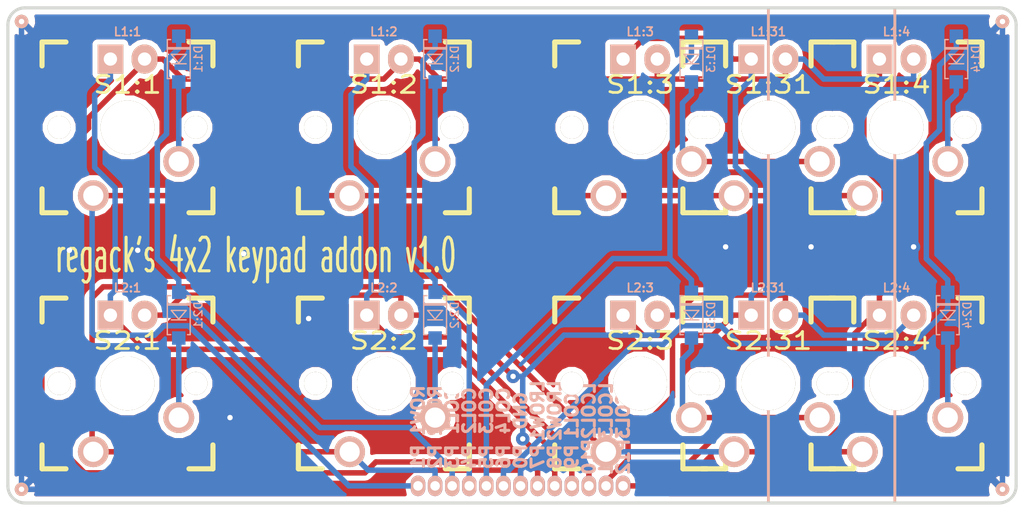
<source format=kicad_pcb>
(kicad_pcb (version 3) (host pcbnew "(2013-02-13 BZR 3947)-testing")

  (general
    (links 52)
    (no_connects 0)
    (area 61.442599 62.897689 137.947401 103.657401)
    (thickness 1.6002)
    (drawings 17)
    (tracks 247)
    (zones 0)
    (modules 45)
    (nets 22)
  )

  (page A3)
  (title_block 
    (title "4x2 Addon")
    (rev 1)
    (company Regack)
  )

  (layers
    (15 Front signal)
    (0 Back signal)
    (20 B.SilkS user)
    (21 F.SilkS user)
    (22 B.Mask user)
    (23 F.Mask user)
    (24 Dwgs.User user)
    (25 Cmts.User user)
    (26 Eco1.User user)
    (27 Eco2.User user)
    (28 Edge.Cuts user)
  )

  (setup
    (last_trace_width 0.4064)
    (user_trace_width 0.254)
    (user_trace_width 0.4064)
    (user_trace_width 0.889)
    (trace_clearance 0.2032)
    (zone_clearance 0.381)
    (zone_45_only no)
    (trace_min 0.2032)
    (segment_width 0.2032)
    (edge_width 0.2286)
    (via_size 1)
    (via_drill 0.4)
    (via_min_size 1)
    (via_min_drill 0.4)
    (uvia_size 0.508)
    (uvia_drill 0.127)
    (uvias_allowed no)
    (uvia_min_size 0.508)
    (uvia_min_drill 0.127)
    (pcb_text_width 0.3048)
    (pcb_text_size 1.524 2.032)
    (mod_edge_width 0.3)
    (mod_text_size 1.524 1.524)
    (mod_text_width 0.3048)
    (pad_size 1.5 1.5)
    (pad_drill 0.9)
    (pad_to_mask_clearance 0.1016)
    (pad_to_paste_clearance -0.04)
    (aux_axis_origin 62.29096 64.91986)
    (visible_elements 7FFFFFBF)
    (pcbplotparams
      (layerselection 284196865)
      (usegerberextensions true)
      (excludeedgelayer false)
      (linewidth 2032000)
      (plotframeref false)
      (viasonmask false)
      (mode 1)
      (useauxorigin true)
      (hpglpennumber 1)
      (hpglpenspeed 20)
      (hpglpendiameter 15)
      (hpglpenoverlay 0)
      (psnegative false)
      (psa4output false)
      (plotreference true)
      (plotvalue true)
      (plotothertext true)
      (plotinvisibletext false)
      (padsonsilk false)
      (subtractmaskfromsilk true)
      (outputformat 1)
      (mirror false)
      (drillshape 0)
      (scaleselection 1)
      (outputdirectory gerber/))
  )

  (net 0 "")
  (net 1 GND)
  (net 2 N-000001)
  (net 3 N-0000010)
  (net 4 N-0000011)
  (net 5 N-0000012)
  (net 6 N-0000013)
  (net 7 N-0000014)
  (net 8 N-0000015)
  (net 9 N-0000016)
  (net 10 N-0000017)
  (net 11 N-0000018)
  (net 12 N-0000019)
  (net 13 N-000002)
  (net 14 N-0000020)
  (net 15 N-0000021)
  (net 16 N-000003)
  (net 17 N-000004)
  (net 18 N-000005)
  (net 19 N-000007)
  (net 20 N-000008)
  (net 21 N-000009)

  (net_class Default "This is the default net class."
    (clearance 0.2032)
    (trace_width 0.4064)
    (via_dia 1)
    (via_drill 0.4)
    (uvia_dia 0.508)
    (uvia_drill 0.127)
    (add_net "")
    (add_net GND)
    (add_net N-000001)
    (add_net N-0000010)
    (add_net N-0000011)
    (add_net N-0000012)
    (add_net N-0000013)
    (add_net N-0000014)
    (add_net N-0000015)
    (add_net N-0000016)
    (add_net N-0000017)
    (add_net N-0000018)
    (add_net N-0000019)
    (add_net N-000002)
    (add_net N-0000020)
    (add_net N-0000021)
    (add_net N-000003)
    (add_net N-000004)
    (add_net N-000005)
    (add_net N-000007)
    (add_net N-000008)
    (add_net N-000009)
  )

  (net_class POWER ""
    (clearance 0.2032)
    (trace_width 0.508)
    (via_dia 1)
    (via_drill 0.4)
    (uvia_dia 0.508)
    (uvia_drill 0.127)
  )

  (module Pad_50mil (layer Back) (tedit 514C86B0) (tstamp 514C8762)
    (at 107.95 101.6 180)
    (path /52A67290)
    (fp_text reference P12 (at 0 2.159 450) (layer B.SilkS)
      (effects (font (size 0.9 0.9) (thickness 0.225)) (justify mirror))
    )
    (fp_text value LCOL3 (at 0 5.588 450) (layer B.SilkS)
      (effects (font (size 0.9 0.9) (thickness 0.225)) (justify mirror))
    )
    (pad 1 thru_hole oval (at 0 0 180) (size 1.0668 1.524) (drill 0.7112)
      (layers *.Cu *.Mask B.SilkS)
      (net 19 N-000007)
    )
  )

  (module Pad_50mil (layer Back) (tedit 514C86B0) (tstamp 514C8767)
    (at 106.68 101.6 180)
    (path /52A6728A)
    (fp_text reference P11 (at 0 2.159 450) (layer B.SilkS)
      (effects (font (size 0.9 0.9) (thickness 0.225)) (justify mirror))
    )
    (fp_text value LCOL3 (at 0 5.588 450) (layer B.SilkS)
      (effects (font (size 0.9 0.9) (thickness 0.225)) (justify mirror))
    )
    (pad 1 thru_hole oval (at 0 0 180) (size 1.0668 1.524) (drill 0.7112)
      (layers *.Cu *.Mask B.SilkS)
      (net 20 N-000008)
    )
  )

  (module Pad_50mil (layer Back) (tedit 514C86B0) (tstamp 514C876C)
    (at 105.41 101.6 180)
    (path /52A67284)
    (fp_text reference P10 (at 0 2.159 450) (layer B.SilkS)
      (effects (font (size 0.9 0.9) (thickness 0.225)) (justify mirror))
    )
    (fp_text value LCOL2 (at 0 5.588 450) (layer B.SilkS)
      (effects (font (size 0.9 0.9) (thickness 0.225)) (justify mirror))
    )
    (pad 1 thru_hole oval (at 0 0 180) (size 1.0668 1.524) (drill 0.7112)
      (layers *.Cu *.Mask B.SilkS)
      (net 15 N-0000021)
    )
  )

  (module Pad_50mil (layer Back) (tedit 514C86B0) (tstamp 514C92D9)
    (at 93.98 101.6 180)
    (path /52A66814)
    (fp_text reference P2 (at 0 2.159 450) (layer B.SilkS)
      (effects (font (size 0.9 0.9) (thickness 0.225)) (justify mirror))
    )
    (fp_text value ROW2 (at 0 5.588 450) (layer B.SilkS)
      (effects (font (size 0.9 0.9) (thickness 0.225)) (justify mirror))
    )
    (pad 1 thru_hole oval (at 0 0 180) (size 1.0668 1.524) (drill 0.7112)
      (layers *.Cu *.Mask B.SilkS)
      (net 8 N-0000015)
    )
  )

  (module Pad_50mil (layer Back) (tedit 514C86B0) (tstamp 514C92DE)
    (at 92.71 101.6 180)
    (path /52A667FF)
    (fp_text reference P1 (at 0 2.159 450) (layer B.SilkS)
      (effects (font (size 0.9 0.9) (thickness 0.225)) (justify mirror))
    )
    (fp_text value ROW1 (at 0 5.588 450) (layer B.SilkS)
      (effects (font (size 0.9 0.9) (thickness 0.225)) (justify mirror))
    )
    (pad 1 thru_hole oval (at 0 0 180) (size 1.0668 1.524) (drill 0.7112)
      (layers *.Cu *.Mask B.SilkS)
      (net 10 N-0000017)
    )
  )

  (module Pad_50mil (layer Back) (tedit 514C86B0) (tstamp 514C92E3)
    (at 95.25 101.6 180)
    (path /52A66767)
    (fp_text reference P3 (at 0 2.159 450) (layer B.SilkS)
      (effects (font (size 0.9 0.9) (thickness 0.225)) (justify mirror))
    )
    (fp_text value COL1 (at 0 5.588 450) (layer B.SilkS)
      (effects (font (size 0.9 0.9) (thickness 0.225)) (justify mirror))
    )
    (pad 1 thru_hole oval (at 0 0 180) (size 1.0668 1.524) (drill 0.7112)
      (layers *.Cu *.Mask B.SilkS)
      (net 6 N-0000013)
    )
  )

  (module Pad_50mil (layer Back) (tedit 514C86B0) (tstamp 514C92E8)
    (at 96.52 101.6 180)
    (path /52A667BD)
    (fp_text reference P4 (at 0 2.159 450) (layer B.SilkS)
      (effects (font (size 0.9 0.9) (thickness 0.225)) (justify mirror))
    )
    (fp_text value COL2 (at 0 5.588 450) (layer B.SilkS)
      (effects (font (size 0.9 0.9) (thickness 0.225)) (justify mirror))
    )
    (pad 1 thru_hole oval (at 0 0 180) (size 1.0668 1.524) (drill 0.7112)
      (layers *.Cu *.Mask B.SilkS)
      (net 7 N-0000014)
    )
  )

  (module Pad_50mil (layer Back) (tedit 514C86B0) (tstamp 514C92ED)
    (at 97.79 101.6 180)
    (path /52A668C0)
    (fp_text reference P5 (at 0 2.159 450) (layer B.SilkS)
      (effects (font (size 0.9 0.9) (thickness 0.225)) (justify mirror))
    )
    (fp_text value COL3 (at 0 5.588 450) (layer B.SilkS)
      (effects (font (size 0.9 0.9) (thickness 0.225)) (justify mirror))
    )
    (pad 1 thru_hole oval (at 0 0 180) (size 1.0668 1.524) (drill 0.7112)
      (layers *.Cu *.Mask B.SilkS)
      (net 16 N-000003)
    )
  )

  (module Pad_50mil (layer Back) (tedit 514C86B0) (tstamp 514C92F2)
    (at 99.06 101.6 180)
    (path /52A668ED)
    (fp_text reference P6 (at 0 2.159 450) (layer B.SilkS)
      (effects (font (size 0.9 0.9) (thickness 0.225)) (justify mirror))
    )
    (fp_text value COL4 (at 0 5.588 450) (layer B.SilkS)
      (effects (font (size 0.9 0.9) (thickness 0.225)) (justify mirror))
    )
    (pad 1 thru_hole oval (at 0 0 180) (size 1.0668 1.524) (drill 0.7112)
      (layers *.Cu *.Mask B.SilkS)
      (net 18 N-000005)
    )
  )

  (module Pad_50mil (layer Back) (tedit 514C86B0) (tstamp 514C92F7)
    (at 101.6 101.6 180)
    (path /52A67296)
    (fp_text reference P7 (at 0 2.159 450) (layer B.SilkS)
      (effects (font (size 0.9 0.9) (thickness 0.225)) (justify mirror))
    )
    (fp_text value LROW1 (at 0 5.588 450) (layer B.SilkS)
      (effects (font (size 0.9 0.9) (thickness 0.225)) (justify mirror))
    )
    (pad 1 thru_hole oval (at 0 0 180) (size 1.0668 1.524) (drill 0.7112)
      (layers *.Cu *.Mask B.SilkS)
      (net 12 N-0000019)
    )
  )

  (module Pad_50mil (layer Back) (tedit 514C86B0) (tstamp 514C92FC)
    (at 102.87 101.6 180)
    (path /52A672A8)
    (fp_text reference P8 (at 0 2.159 450) (layer B.SilkS)
      (effects (font (size 0.9 0.9) (thickness 0.225)) (justify mirror))
    )
    (fp_text value LROW2 (at 0 5.588 450) (layer B.SilkS)
      (effects (font (size 0.9 0.9) (thickness 0.225)) (justify mirror))
    )
    (pad 1 thru_hole oval (at 0 0 180) (size 1.0668 1.524) (drill 0.7112)
      (layers *.Cu *.Mask B.SilkS)
      (net 14 N-0000020)
    )
  )

  (module Pad_50mil (layer Back) (tedit 514C86B0) (tstamp 514C9301)
    (at 104.14 101.6 180)
    (path /52A67267)
    (fp_text reference P9 (at 0 2.159 450) (layer B.SilkS)
      (effects (font (size 0.9 0.9) (thickness 0.225)) (justify mirror))
    )
    (fp_text value LCOL1 (at 0 5.588 450) (layer B.SilkS)
      (effects (font (size 0.9 0.9) (thickness 0.225)) (justify mirror))
    )
    (pad 1 thru_hole oval (at 0 0 180) (size 1.0668 1.524) (drill 0.7112)
      (layers *.Cu *.Mask B.SilkS)
      (net 11 N-0000018)
    )
  )

  (module CHERRY_MX_LED (layer Front) (tedit 51421423) (tstamp 513D4B4A)
    (at 71.12 74.93 180)
    (path /52A66639)
    (fp_text reference L1:1 (at 0 7.112 180) (layer B.SilkS)
      (effects (font (size 0.635 0.635) (thickness 0.127)))
    )
    (fp_text value LED (at 0 3.556 180) (layer B.SilkS) hide
      (effects (font (size 0.127 0.127) (thickness 0.03175)))
    )
    (pad C thru_hole oval (at -1.27 5.08 180) (size 1.905 2.159) (drill 0.9906)
      (layers *.Cu *.SilkS *.Mask)
      (net 12 N-0000019)
    )
    (pad A thru_hole rect (at 1.27 5.08 180) (size 1.905 2.159) (drill 0.9906)
      (layers *.Cu *.SilkS *.Mask)
      (net 11 N-0000018)
    )
  )

  (module CHERRY_MX_LED (layer Front) (tedit 51421423) (tstamp 513D4B7A)
    (at 90.17 74.93 180)
    (path /52A66645)
    (fp_text reference L1:2 (at 0 7.112 180) (layer B.SilkS)
      (effects (font (size 0.635 0.635) (thickness 0.127)))
    )
    (fp_text value LED (at 0 3.556 180) (layer B.SilkS) hide
      (effects (font (size 0.127 0.127) (thickness 0.03175)))
    )
    (pad C thru_hole oval (at -1.27 5.08 180) (size 1.905 2.159) (drill 0.9906)
      (layers *.Cu *.SilkS *.Mask)
      (net 12 N-0000019)
    )
    (pad A thru_hole rect (at 1.27 5.08 180) (size 1.905 2.159) (drill 0.9906)
      (layers *.Cu *.SilkS *.Mask)
      (net 15 N-0000021)
    )
  )

  (module CHERRY_MX_LED (layer Front) (tedit 51421423) (tstamp 514C879A)
    (at 71.12 93.98 180)
    (path /52A6663F)
    (fp_text reference L2:1 (at 0 7.112 180) (layer B.SilkS)
      (effects (font (size 0.635 0.635) (thickness 0.127)))
    )
    (fp_text value LED (at 0 3.556 180) (layer B.SilkS) hide
      (effects (font (size 0.127 0.127) (thickness 0.03175)))
    )
    (pad C thru_hole oval (at -1.27 5.08 180) (size 1.905 2.159) (drill 0.9906)
      (layers *.Cu *.SilkS *.Mask)
      (net 14 N-0000020)
    )
    (pad A thru_hole rect (at 1.27 5.08 180) (size 1.905 2.159) (drill 0.9906)
      (layers *.Cu *.SilkS *.Mask)
      (net 11 N-0000018)
    )
  )

  (module CHERRY_MX_LED (layer Front) (tedit 51421423) (tstamp 514C87B2)
    (at 90.17 93.98 180)
    (path /52A6665D)
    (fp_text reference L2:2 (at 0 7.112 180) (layer B.SilkS)
      (effects (font (size 0.635 0.635) (thickness 0.127)))
    )
    (fp_text value LED (at 0 3.556 180) (layer B.SilkS) hide
      (effects (font (size 0.127 0.127) (thickness 0.03175)))
    )
    (pad C thru_hole oval (at -1.27 5.08 180) (size 1.905 2.159) (drill 0.9906)
      (layers *.Cu *.SilkS *.Mask)
      (net 14 N-0000020)
    )
    (pad A thru_hole rect (at 1.27 5.08 180) (size 1.905 2.159) (drill 0.9906)
      (layers *.Cu *.SilkS *.Mask)
      (net 15 N-0000021)
    )
  )

  (module Pad_Gnd (layer Front) (tedit 525E986F) (tstamp 52A662C5)
    (at 63.246 67.056)
    (path /514C9F42)
    (fp_text reference P100 (at 0 -2.794 90) (layer F.SilkS) hide
      (effects (font (size 0.5 0.5) (thickness 0.1)))
    )
    (fp_text value GND (at 0 -1.524 90) (layer F.SilkS) hide
      (effects (font (size 0.5 0.5) (thickness 0.1)))
    )
    (pad 1 thru_hole circle (at 0 0) (size 1 1) (drill 0.4)
      (layers *.Cu *.SilkS *.Mask)
      (net 1 GND)
    )
  )

  (module Pad_Gnd (layer Front) (tedit 525E986F) (tstamp 52A662CA)
    (at 136.144 67.056)
    (path /514C9F7E)
    (fp_text reference P101 (at 0 -2.794 90) (layer F.SilkS) hide
      (effects (font (size 0.5 0.5) (thickness 0.1)))
    )
    (fp_text value GND (at 0 -1.524 90) (layer F.SilkS) hide
      (effects (font (size 0.5 0.5) (thickness 0.1)))
    )
    (pad 1 thru_hole circle (at 0 0) (size 1 1) (drill 0.4)
      (layers *.Cu *.SilkS *.Mask)
      (net 1 GND)
    )
  )

  (module Pad_Gnd (layer Front) (tedit 525E986F) (tstamp 52A662CF)
    (at 63.246 101.854)
    (path /514CA12F)
    (fp_text reference P103 (at 0 -2.794 90) (layer F.SilkS) hide
      (effects (font (size 0.5 0.5) (thickness 0.1)))
    )
    (fp_text value GND (at 0 -1.524 90) (layer F.SilkS) hide
      (effects (font (size 0.5 0.5) (thickness 0.1)))
    )
    (pad 1 thru_hole circle (at 0 0) (size 1 1) (drill 0.4)
      (layers *.Cu *.SilkS *.Mask)
      (net 1 GND)
    )
  )

  (module Pad_Gnd (layer Front) (tedit 525E986F) (tstamp 52A662D4)
    (at 136.144 101.854)
    (path /514C9199)
    (fp_text reference P102 (at 0 -2.794 90) (layer F.SilkS) hide
      (effects (font (size 0.5 0.5) (thickness 0.1)))
    )
    (fp_text value GND (at 0 -1.524 90) (layer F.SilkS) hide
      (effects (font (size 0.5 0.5) (thickness 0.1)))
    )
    (pad 1 thru_hole circle (at 0 0) (size 1 1) (drill 0.4)
      (layers *.Cu *.SilkS *.Mask)
      (net 1 GND)
    )
  )

  (module CHERRY_PCB_100H_Plated (layer Front) (tedit 513C7EAC) (tstamp 52A662F2)
    (at 109.22 74.93 180)
    (path /52A668B0)
    (fp_text reference S1:3 (at 0 3.175 180) (layer F.SilkS)
      (effects (font (size 1.27 1.524) (thickness 0.2032)))
    )
    (fp_text value MX1A (at 0 5.08 180) (layer F.SilkS) hide
      (effects (font (size 1.27 1.524) (thickness 0.2032)))
    )
    (fp_text user 1.00u (at -5.715 8.255 180) (layer Dwgs.User) hide
      (effects (font (size 1.524 1.524) (thickness 0.3048)))
    )
    (fp_line (start -6.35 -6.35) (end 6.35 -6.35) (layer Cmts.User) (width 0.1524))
    (fp_line (start 6.35 -6.35) (end 6.35 6.35) (layer Cmts.User) (width 0.1524))
    (fp_line (start 6.35 6.35) (end -6.35 6.35) (layer Cmts.User) (width 0.1524))
    (fp_line (start -6.35 6.35) (end -6.35 -6.35) (layer Cmts.User) (width 0.1524))
    (fp_line (start -9.398 -9.398) (end 9.398 -9.398) (layer Dwgs.User) (width 0.1524))
    (fp_line (start 9.398 -9.398) (end 9.398 9.398) (layer Dwgs.User) (width 0.1524))
    (fp_line (start 9.398 9.398) (end -9.398 9.398) (layer Dwgs.User) (width 0.1524))
    (fp_line (start -9.398 9.398) (end -9.398 -9.398) (layer Dwgs.User) (width 0.1524))
    (fp_line (start -6.35 -6.35) (end -4.572 -6.35) (layer F.SilkS) (width 0.381))
    (fp_line (start 4.572 -6.35) (end 6.35 -6.35) (layer F.SilkS) (width 0.381))
    (fp_line (start 6.35 -6.35) (end 6.35 -4.572) (layer F.SilkS) (width 0.381))
    (fp_line (start 6.35 4.572) (end 6.35 6.35) (layer F.SilkS) (width 0.381))
    (fp_line (start 6.35 6.35) (end 4.572 6.35) (layer F.SilkS) (width 0.381))
    (fp_line (start -4.572 6.35) (end -6.35 6.35) (layer F.SilkS) (width 0.381))
    (fp_line (start -6.35 6.35) (end -6.35 4.572) (layer F.SilkS) (width 0.381))
    (fp_line (start -6.35 -4.572) (end -6.35 -6.35) (layer F.SilkS) (width 0.381))
    (fp_line (start -6.985 -6.985) (end 6.985 -6.985) (layer Eco2.User) (width 0.1524))
    (fp_line (start 6.985 -6.985) (end 6.985 6.985) (layer Eco2.User) (width 0.1524))
    (fp_line (start 6.985 6.985) (end -6.985 6.985) (layer Eco2.User) (width 0.1524))
    (fp_line (start -6.985 6.985) (end -6.985 -6.985) (layer Eco2.User) (width 0.1524))
    (pad 1 thru_hole circle (at 2.54 -5.08 180) (size 2.286 2.286) (drill 1.498599)
      (layers *.Cu *.SilkS *.Mask)
      (net 10 N-0000017)
    )
    (pad 2 thru_hole circle (at -3.81 -2.54 180) (size 2.286 2.286) (drill 1.498599)
      (layers *.Cu *.SilkS *.Mask)
      (net 17 N-000004)
    )
    (pad HOLE thru_hole circle (at 0 0 180) (size 3.9878 3.9878) (drill 3.9878)
      (layers *.Cu *.Mask F.SilkS)
    )
    (pad HOLE thru_hole circle (at -5.08 0 180) (size 1.7018 1.7018) (drill 1.701799)
      (layers *.Cu *.Mask F.SilkS)
    )
    (pad HOLE thru_hole circle (at 5.08 0 180) (size 1.7018 1.7018) (drill 1.701799)
      (layers *.Cu *.Mask F.SilkS)
    )
  )

  (module CHERRY_PCB_100H_Plated (layer Front) (tedit 513C7EAC) (tstamp 52A66310)
    (at 118.745 93.98 180)
    (path /52A66D7F)
    (fp_text reference S2:31 (at 0 3.175 180) (layer F.SilkS)
      (effects (font (size 1.27 1.524) (thickness 0.2032)))
    )
    (fp_text value MX1A (at 0 5.08 180) (layer F.SilkS) hide
      (effects (font (size 1.27 1.524) (thickness 0.2032)))
    )
    (fp_text user 1.00u (at -5.715 8.255 180) (layer Dwgs.User) hide
      (effects (font (size 1.524 1.524) (thickness 0.3048)))
    )
    (fp_line (start -6.35 -6.35) (end 6.35 -6.35) (layer Cmts.User) (width 0.1524))
    (fp_line (start 6.35 -6.35) (end 6.35 6.35) (layer Cmts.User) (width 0.1524))
    (fp_line (start 6.35 6.35) (end -6.35 6.35) (layer Cmts.User) (width 0.1524))
    (fp_line (start -6.35 6.35) (end -6.35 -6.35) (layer Cmts.User) (width 0.1524))
    (fp_line (start -9.398 -9.398) (end 9.398 -9.398) (layer Dwgs.User) (width 0.1524))
    (fp_line (start 9.398 -9.398) (end 9.398 9.398) (layer Dwgs.User) (width 0.1524))
    (fp_line (start 9.398 9.398) (end -9.398 9.398) (layer Dwgs.User) (width 0.1524))
    (fp_line (start -9.398 9.398) (end -9.398 -9.398) (layer Dwgs.User) (width 0.1524))
    (fp_line (start -6.35 -6.35) (end -4.572 -6.35) (layer F.SilkS) (width 0.381))
    (fp_line (start 4.572 -6.35) (end 6.35 -6.35) (layer F.SilkS) (width 0.381))
    (fp_line (start 6.35 -6.35) (end 6.35 -4.572) (layer F.SilkS) (width 0.381))
    (fp_line (start 6.35 4.572) (end 6.35 6.35) (layer F.SilkS) (width 0.381))
    (fp_line (start 6.35 6.35) (end 4.572 6.35) (layer F.SilkS) (width 0.381))
    (fp_line (start -4.572 6.35) (end -6.35 6.35) (layer F.SilkS) (width 0.381))
    (fp_line (start -6.35 6.35) (end -6.35 4.572) (layer F.SilkS) (width 0.381))
    (fp_line (start -6.35 -4.572) (end -6.35 -6.35) (layer F.SilkS) (width 0.381))
    (fp_line (start -6.985 -6.985) (end 6.985 -6.985) (layer Eco2.User) (width 0.1524))
    (fp_line (start 6.985 -6.985) (end 6.985 6.985) (layer Eco2.User) (width 0.1524))
    (fp_line (start 6.985 6.985) (end -6.985 6.985) (layer Eco2.User) (width 0.1524))
    (fp_line (start -6.985 6.985) (end -6.985 -6.985) (layer Eco2.User) (width 0.1524))
    (pad 1 thru_hole circle (at 2.54 -5.08 180) (size 2.286 2.286) (drill 1.498599)
      (layers *.Cu *.SilkS *.Mask)
      (net 8 N-0000015)
    )
    (pad 2 thru_hole circle (at -3.81 -2.54 180) (size 2.286 2.286) (drill 1.498599)
      (layers *.Cu *.SilkS *.Mask)
      (net 9 N-0000016)
    )
    (pad HOLE thru_hole circle (at 0 0 180) (size 3.9878 3.9878) (drill 3.9878)
      (layers *.Cu *.Mask F.SilkS)
    )
    (pad HOLE thru_hole circle (at -5.08 0 180) (size 1.7018 1.7018) (drill 1.701799)
      (layers *.Cu *.Mask F.SilkS)
    )
    (pad HOLE thru_hole circle (at 5.08 0 180) (size 1.7018 1.7018) (drill 1.701799)
      (layers *.Cu *.Mask F.SilkS)
    )
  )

  (module CHERRY_PCB_100H_Plated (layer Front) (tedit 513C7EAC) (tstamp 52A6632E)
    (at 118.745 74.93 180)
    (path /52A66C62)
    (fp_text reference S1:31 (at 0 3.175 180) (layer F.SilkS)
      (effects (font (size 1.27 1.524) (thickness 0.2032)))
    )
    (fp_text value MX1A (at 0 5.08 180) (layer F.SilkS) hide
      (effects (font (size 1.27 1.524) (thickness 0.2032)))
    )
    (fp_text user 1.00u (at -5.715 8.255 180) (layer Dwgs.User) hide
      (effects (font (size 1.524 1.524) (thickness 0.3048)))
    )
    (fp_line (start -6.35 -6.35) (end 6.35 -6.35) (layer Cmts.User) (width 0.1524))
    (fp_line (start 6.35 -6.35) (end 6.35 6.35) (layer Cmts.User) (width 0.1524))
    (fp_line (start 6.35 6.35) (end -6.35 6.35) (layer Cmts.User) (width 0.1524))
    (fp_line (start -6.35 6.35) (end -6.35 -6.35) (layer Cmts.User) (width 0.1524))
    (fp_line (start -9.398 -9.398) (end 9.398 -9.398) (layer Dwgs.User) (width 0.1524))
    (fp_line (start 9.398 -9.398) (end 9.398 9.398) (layer Dwgs.User) (width 0.1524))
    (fp_line (start 9.398 9.398) (end -9.398 9.398) (layer Dwgs.User) (width 0.1524))
    (fp_line (start -9.398 9.398) (end -9.398 -9.398) (layer Dwgs.User) (width 0.1524))
    (fp_line (start -6.35 -6.35) (end -4.572 -6.35) (layer F.SilkS) (width 0.381))
    (fp_line (start 4.572 -6.35) (end 6.35 -6.35) (layer F.SilkS) (width 0.381))
    (fp_line (start 6.35 -6.35) (end 6.35 -4.572) (layer F.SilkS) (width 0.381))
    (fp_line (start 6.35 4.572) (end 6.35 6.35) (layer F.SilkS) (width 0.381))
    (fp_line (start 6.35 6.35) (end 4.572 6.35) (layer F.SilkS) (width 0.381))
    (fp_line (start -4.572 6.35) (end -6.35 6.35) (layer F.SilkS) (width 0.381))
    (fp_line (start -6.35 6.35) (end -6.35 4.572) (layer F.SilkS) (width 0.381))
    (fp_line (start -6.35 -4.572) (end -6.35 -6.35) (layer F.SilkS) (width 0.381))
    (fp_line (start -6.985 -6.985) (end 6.985 -6.985) (layer Eco2.User) (width 0.1524))
    (fp_line (start 6.985 -6.985) (end 6.985 6.985) (layer Eco2.User) (width 0.1524))
    (fp_line (start 6.985 6.985) (end -6.985 6.985) (layer Eco2.User) (width 0.1524))
    (fp_line (start -6.985 6.985) (end -6.985 -6.985) (layer Eco2.User) (width 0.1524))
    (pad 1 thru_hole circle (at 2.54 -5.08 180) (size 2.286 2.286) (drill 1.498599)
      (layers *.Cu *.SilkS *.Mask)
      (net 10 N-0000017)
    )
    (pad 2 thru_hole circle (at -3.81 -2.54 180) (size 2.286 2.286) (drill 1.498599)
      (layers *.Cu *.SilkS *.Mask)
      (net 17 N-000004)
    )
    (pad HOLE thru_hole circle (at 0 0 180) (size 3.9878 3.9878) (drill 3.9878)
      (layers *.Cu *.Mask F.SilkS)
    )
    (pad HOLE thru_hole circle (at -5.08 0 180) (size 1.7018 1.7018) (drill 1.701799)
      (layers *.Cu *.Mask F.SilkS)
    )
    (pad HOLE thru_hole circle (at 5.08 0 180) (size 1.7018 1.7018) (drill 1.701799)
      (layers *.Cu *.Mask F.SilkS)
    )
  )

  (module CHERRY_PCB_100H_Plated (layer Front) (tedit 513C7EAC) (tstamp 52A6634C)
    (at 128.27 74.93 180)
    (path /52A668DD)
    (fp_text reference S1:4 (at 0 3.175 180) (layer F.SilkS)
      (effects (font (size 1.27 1.524) (thickness 0.2032)))
    )
    (fp_text value MX1A (at 0 5.08 180) (layer F.SilkS) hide
      (effects (font (size 1.27 1.524) (thickness 0.2032)))
    )
    (fp_text user 1.00u (at -5.715 8.255 180) (layer Dwgs.User) hide
      (effects (font (size 1.524 1.524) (thickness 0.3048)))
    )
    (fp_line (start -6.35 -6.35) (end 6.35 -6.35) (layer Cmts.User) (width 0.1524))
    (fp_line (start 6.35 -6.35) (end 6.35 6.35) (layer Cmts.User) (width 0.1524))
    (fp_line (start 6.35 6.35) (end -6.35 6.35) (layer Cmts.User) (width 0.1524))
    (fp_line (start -6.35 6.35) (end -6.35 -6.35) (layer Cmts.User) (width 0.1524))
    (fp_line (start -9.398 -9.398) (end 9.398 -9.398) (layer Dwgs.User) (width 0.1524))
    (fp_line (start 9.398 -9.398) (end 9.398 9.398) (layer Dwgs.User) (width 0.1524))
    (fp_line (start 9.398 9.398) (end -9.398 9.398) (layer Dwgs.User) (width 0.1524))
    (fp_line (start -9.398 9.398) (end -9.398 -9.398) (layer Dwgs.User) (width 0.1524))
    (fp_line (start -6.35 -6.35) (end -4.572 -6.35) (layer F.SilkS) (width 0.381))
    (fp_line (start 4.572 -6.35) (end 6.35 -6.35) (layer F.SilkS) (width 0.381))
    (fp_line (start 6.35 -6.35) (end 6.35 -4.572) (layer F.SilkS) (width 0.381))
    (fp_line (start 6.35 4.572) (end 6.35 6.35) (layer F.SilkS) (width 0.381))
    (fp_line (start 6.35 6.35) (end 4.572 6.35) (layer F.SilkS) (width 0.381))
    (fp_line (start -4.572 6.35) (end -6.35 6.35) (layer F.SilkS) (width 0.381))
    (fp_line (start -6.35 6.35) (end -6.35 4.572) (layer F.SilkS) (width 0.381))
    (fp_line (start -6.35 -4.572) (end -6.35 -6.35) (layer F.SilkS) (width 0.381))
    (fp_line (start -6.985 -6.985) (end 6.985 -6.985) (layer Eco2.User) (width 0.1524))
    (fp_line (start 6.985 -6.985) (end 6.985 6.985) (layer Eco2.User) (width 0.1524))
    (fp_line (start 6.985 6.985) (end -6.985 6.985) (layer Eco2.User) (width 0.1524))
    (fp_line (start -6.985 6.985) (end -6.985 -6.985) (layer Eco2.User) (width 0.1524))
    (pad 1 thru_hole circle (at 2.54 -5.08 180) (size 2.286 2.286) (drill 1.498599)
      (layers *.Cu *.SilkS *.Mask)
      (net 10 N-0000017)
    )
    (pad 2 thru_hole circle (at -3.81 -2.54 180) (size 2.286 2.286) (drill 1.498599)
      (layers *.Cu *.SilkS *.Mask)
      (net 2 N-000001)
    )
    (pad HOLE thru_hole circle (at 0 0 180) (size 3.9878 3.9878) (drill 3.9878)
      (layers *.Cu *.Mask F.SilkS)
    )
    (pad HOLE thru_hole circle (at -5.08 0 180) (size 1.7018 1.7018) (drill 1.701799)
      (layers *.Cu *.Mask F.SilkS)
    )
    (pad HOLE thru_hole circle (at 5.08 0 180) (size 1.7018 1.7018) (drill 1.701799)
      (layers *.Cu *.Mask F.SilkS)
    )
  )

  (module CHERRY_PCB_100H_Plated (layer Front) (tedit 513C7EAC) (tstamp 52A6636A)
    (at 128.27 93.98 180)
    (path /52A668C7)
    (fp_text reference S2:4 (at 0 3.175 180) (layer F.SilkS)
      (effects (font (size 1.27 1.524) (thickness 0.2032)))
    )
    (fp_text value MX1A (at 0 5.08 180) (layer F.SilkS) hide
      (effects (font (size 1.27 1.524) (thickness 0.2032)))
    )
    (fp_text user 1.00u (at -5.715 8.255 180) (layer Dwgs.User) hide
      (effects (font (size 1.524 1.524) (thickness 0.3048)))
    )
    (fp_line (start -6.35 -6.35) (end 6.35 -6.35) (layer Cmts.User) (width 0.1524))
    (fp_line (start 6.35 -6.35) (end 6.35 6.35) (layer Cmts.User) (width 0.1524))
    (fp_line (start 6.35 6.35) (end -6.35 6.35) (layer Cmts.User) (width 0.1524))
    (fp_line (start -6.35 6.35) (end -6.35 -6.35) (layer Cmts.User) (width 0.1524))
    (fp_line (start -9.398 -9.398) (end 9.398 -9.398) (layer Dwgs.User) (width 0.1524))
    (fp_line (start 9.398 -9.398) (end 9.398 9.398) (layer Dwgs.User) (width 0.1524))
    (fp_line (start 9.398 9.398) (end -9.398 9.398) (layer Dwgs.User) (width 0.1524))
    (fp_line (start -9.398 9.398) (end -9.398 -9.398) (layer Dwgs.User) (width 0.1524))
    (fp_line (start -6.35 -6.35) (end -4.572 -6.35) (layer F.SilkS) (width 0.381))
    (fp_line (start 4.572 -6.35) (end 6.35 -6.35) (layer F.SilkS) (width 0.381))
    (fp_line (start 6.35 -6.35) (end 6.35 -4.572) (layer F.SilkS) (width 0.381))
    (fp_line (start 6.35 4.572) (end 6.35 6.35) (layer F.SilkS) (width 0.381))
    (fp_line (start 6.35 6.35) (end 4.572 6.35) (layer F.SilkS) (width 0.381))
    (fp_line (start -4.572 6.35) (end -6.35 6.35) (layer F.SilkS) (width 0.381))
    (fp_line (start -6.35 6.35) (end -6.35 4.572) (layer F.SilkS) (width 0.381))
    (fp_line (start -6.35 -4.572) (end -6.35 -6.35) (layer F.SilkS) (width 0.381))
    (fp_line (start -6.985 -6.985) (end 6.985 -6.985) (layer Eco2.User) (width 0.1524))
    (fp_line (start 6.985 -6.985) (end 6.985 6.985) (layer Eco2.User) (width 0.1524))
    (fp_line (start 6.985 6.985) (end -6.985 6.985) (layer Eco2.User) (width 0.1524))
    (fp_line (start -6.985 6.985) (end -6.985 -6.985) (layer Eco2.User) (width 0.1524))
    (pad 1 thru_hole circle (at 2.54 -5.08 180) (size 2.286 2.286) (drill 1.498599)
      (layers *.Cu *.SilkS *.Mask)
      (net 8 N-0000015)
    )
    (pad 2 thru_hole circle (at -3.81 -2.54 180) (size 2.286 2.286) (drill 1.498599)
      (layers *.Cu *.SilkS *.Mask)
      (net 13 N-000002)
    )
    (pad HOLE thru_hole circle (at 0 0 180) (size 3.9878 3.9878) (drill 3.9878)
      (layers *.Cu *.Mask F.SilkS)
    )
    (pad HOLE thru_hole circle (at -5.08 0 180) (size 1.7018 1.7018) (drill 1.701799)
      (layers *.Cu *.Mask F.SilkS)
    )
    (pad HOLE thru_hole circle (at 5.08 0 180) (size 1.7018 1.7018) (drill 1.701799)
      (layers *.Cu *.Mask F.SilkS)
    )
  )

  (module CHERRY_PCB_100H_Plated (layer Front) (tedit 513C7EAC) (tstamp 52A66388)
    (at 109.22 93.98 180)
    (path /52A6689A)
    (fp_text reference S2:3 (at 0 3.175 180) (layer F.SilkS)
      (effects (font (size 1.27 1.524) (thickness 0.2032)))
    )
    (fp_text value MX1A (at 0 5.08 180) (layer F.SilkS) hide
      (effects (font (size 1.27 1.524) (thickness 0.2032)))
    )
    (fp_text user 1.00u (at -5.715 8.255 180) (layer Dwgs.User) hide
      (effects (font (size 1.524 1.524) (thickness 0.3048)))
    )
    (fp_line (start -6.35 -6.35) (end 6.35 -6.35) (layer Cmts.User) (width 0.1524))
    (fp_line (start 6.35 -6.35) (end 6.35 6.35) (layer Cmts.User) (width 0.1524))
    (fp_line (start 6.35 6.35) (end -6.35 6.35) (layer Cmts.User) (width 0.1524))
    (fp_line (start -6.35 6.35) (end -6.35 -6.35) (layer Cmts.User) (width 0.1524))
    (fp_line (start -9.398 -9.398) (end 9.398 -9.398) (layer Dwgs.User) (width 0.1524))
    (fp_line (start 9.398 -9.398) (end 9.398 9.398) (layer Dwgs.User) (width 0.1524))
    (fp_line (start 9.398 9.398) (end -9.398 9.398) (layer Dwgs.User) (width 0.1524))
    (fp_line (start -9.398 9.398) (end -9.398 -9.398) (layer Dwgs.User) (width 0.1524))
    (fp_line (start -6.35 -6.35) (end -4.572 -6.35) (layer F.SilkS) (width 0.381))
    (fp_line (start 4.572 -6.35) (end 6.35 -6.35) (layer F.SilkS) (width 0.381))
    (fp_line (start 6.35 -6.35) (end 6.35 -4.572) (layer F.SilkS) (width 0.381))
    (fp_line (start 6.35 4.572) (end 6.35 6.35) (layer F.SilkS) (width 0.381))
    (fp_line (start 6.35 6.35) (end 4.572 6.35) (layer F.SilkS) (width 0.381))
    (fp_line (start -4.572 6.35) (end -6.35 6.35) (layer F.SilkS) (width 0.381))
    (fp_line (start -6.35 6.35) (end -6.35 4.572) (layer F.SilkS) (width 0.381))
    (fp_line (start -6.35 -4.572) (end -6.35 -6.35) (layer F.SilkS) (width 0.381))
    (fp_line (start -6.985 -6.985) (end 6.985 -6.985) (layer Eco2.User) (width 0.1524))
    (fp_line (start 6.985 -6.985) (end 6.985 6.985) (layer Eco2.User) (width 0.1524))
    (fp_line (start 6.985 6.985) (end -6.985 6.985) (layer Eco2.User) (width 0.1524))
    (fp_line (start -6.985 6.985) (end -6.985 -6.985) (layer Eco2.User) (width 0.1524))
    (pad 1 thru_hole circle (at 2.54 -5.08 180) (size 2.286 2.286) (drill 1.498599)
      (layers *.Cu *.SilkS *.Mask)
      (net 8 N-0000015)
    )
    (pad 2 thru_hole circle (at -3.81 -2.54 180) (size 2.286 2.286) (drill 1.498599)
      (layers *.Cu *.SilkS *.Mask)
      (net 9 N-0000016)
    )
    (pad HOLE thru_hole circle (at 0 0 180) (size 3.9878 3.9878) (drill 3.9878)
      (layers *.Cu *.Mask F.SilkS)
    )
    (pad HOLE thru_hole circle (at -5.08 0 180) (size 1.7018 1.7018) (drill 1.701799)
      (layers *.Cu *.Mask F.SilkS)
    )
    (pad HOLE thru_hole circle (at 5.08 0 180) (size 1.7018 1.7018) (drill 1.701799)
      (layers *.Cu *.Mask F.SilkS)
    )
  )

  (module CHERRY_PCB_100H_Plated (layer Front) (tedit 513C7EAC) (tstamp 52A663A6)
    (at 90.17 74.93 180)
    (path /52A66732)
    (fp_text reference S1:2 (at 0 3.175 180) (layer F.SilkS)
      (effects (font (size 1.27 1.524) (thickness 0.2032)))
    )
    (fp_text value MX1A (at 0 5.08 180) (layer F.SilkS) hide
      (effects (font (size 1.27 1.524) (thickness 0.2032)))
    )
    (fp_text user 1.00u (at -5.715 8.255 180) (layer Dwgs.User) hide
      (effects (font (size 1.524 1.524) (thickness 0.3048)))
    )
    (fp_line (start -6.35 -6.35) (end 6.35 -6.35) (layer Cmts.User) (width 0.1524))
    (fp_line (start 6.35 -6.35) (end 6.35 6.35) (layer Cmts.User) (width 0.1524))
    (fp_line (start 6.35 6.35) (end -6.35 6.35) (layer Cmts.User) (width 0.1524))
    (fp_line (start -6.35 6.35) (end -6.35 -6.35) (layer Cmts.User) (width 0.1524))
    (fp_line (start -9.398 -9.398) (end 9.398 -9.398) (layer Dwgs.User) (width 0.1524))
    (fp_line (start 9.398 -9.398) (end 9.398 9.398) (layer Dwgs.User) (width 0.1524))
    (fp_line (start 9.398 9.398) (end -9.398 9.398) (layer Dwgs.User) (width 0.1524))
    (fp_line (start -9.398 9.398) (end -9.398 -9.398) (layer Dwgs.User) (width 0.1524))
    (fp_line (start -6.35 -6.35) (end -4.572 -6.35) (layer F.SilkS) (width 0.381))
    (fp_line (start 4.572 -6.35) (end 6.35 -6.35) (layer F.SilkS) (width 0.381))
    (fp_line (start 6.35 -6.35) (end 6.35 -4.572) (layer F.SilkS) (width 0.381))
    (fp_line (start 6.35 4.572) (end 6.35 6.35) (layer F.SilkS) (width 0.381))
    (fp_line (start 6.35 6.35) (end 4.572 6.35) (layer F.SilkS) (width 0.381))
    (fp_line (start -4.572 6.35) (end -6.35 6.35) (layer F.SilkS) (width 0.381))
    (fp_line (start -6.35 6.35) (end -6.35 4.572) (layer F.SilkS) (width 0.381))
    (fp_line (start -6.35 -4.572) (end -6.35 -6.35) (layer F.SilkS) (width 0.381))
    (fp_line (start -6.985 -6.985) (end 6.985 -6.985) (layer Eco2.User) (width 0.1524))
    (fp_line (start 6.985 -6.985) (end 6.985 6.985) (layer Eco2.User) (width 0.1524))
    (fp_line (start 6.985 6.985) (end -6.985 6.985) (layer Eco2.User) (width 0.1524))
    (fp_line (start -6.985 6.985) (end -6.985 -6.985) (layer Eco2.User) (width 0.1524))
    (pad 1 thru_hole circle (at 2.54 -5.08 180) (size 2.286 2.286) (drill 1.498599)
      (layers *.Cu *.SilkS *.Mask)
      (net 10 N-0000017)
    )
    (pad 2 thru_hole circle (at -3.81 -2.54 180) (size 2.286 2.286) (drill 1.498599)
      (layers *.Cu *.SilkS *.Mask)
      (net 4 N-0000011)
    )
    (pad HOLE thru_hole circle (at 0 0 180) (size 3.9878 3.9878) (drill 3.9878)
      (layers *.Cu *.Mask F.SilkS)
    )
    (pad HOLE thru_hole circle (at -5.08 0 180) (size 1.7018 1.7018) (drill 1.701799)
      (layers *.Cu *.Mask F.SilkS)
    )
    (pad HOLE thru_hole circle (at 5.08 0 180) (size 1.7018 1.7018) (drill 1.701799)
      (layers *.Cu *.Mask F.SilkS)
    )
  )

  (module CHERRY_PCB_100H_Plated (layer Front) (tedit 513C7EAC) (tstamp 52A663C4)
    (at 90.17 93.98 180)
    (path /52A6645F)
    (fp_text reference S2:2 (at 0 3.175 180) (layer F.SilkS)
      (effects (font (size 1.27 1.524) (thickness 0.2032)))
    )
    (fp_text value MX1A (at 0 5.08 180) (layer F.SilkS) hide
      (effects (font (size 1.27 1.524) (thickness 0.2032)))
    )
    (fp_text user 1.00u (at -5.715 8.255 180) (layer Dwgs.User) hide
      (effects (font (size 1.524 1.524) (thickness 0.3048)))
    )
    (fp_line (start -6.35 -6.35) (end 6.35 -6.35) (layer Cmts.User) (width 0.1524))
    (fp_line (start 6.35 -6.35) (end 6.35 6.35) (layer Cmts.User) (width 0.1524))
    (fp_line (start 6.35 6.35) (end -6.35 6.35) (layer Cmts.User) (width 0.1524))
    (fp_line (start -6.35 6.35) (end -6.35 -6.35) (layer Cmts.User) (width 0.1524))
    (fp_line (start -9.398 -9.398) (end 9.398 -9.398) (layer Dwgs.User) (width 0.1524))
    (fp_line (start 9.398 -9.398) (end 9.398 9.398) (layer Dwgs.User) (width 0.1524))
    (fp_line (start 9.398 9.398) (end -9.398 9.398) (layer Dwgs.User) (width 0.1524))
    (fp_line (start -9.398 9.398) (end -9.398 -9.398) (layer Dwgs.User) (width 0.1524))
    (fp_line (start -6.35 -6.35) (end -4.572 -6.35) (layer F.SilkS) (width 0.381))
    (fp_line (start 4.572 -6.35) (end 6.35 -6.35) (layer F.SilkS) (width 0.381))
    (fp_line (start 6.35 -6.35) (end 6.35 -4.572) (layer F.SilkS) (width 0.381))
    (fp_line (start 6.35 4.572) (end 6.35 6.35) (layer F.SilkS) (width 0.381))
    (fp_line (start 6.35 6.35) (end 4.572 6.35) (layer F.SilkS) (width 0.381))
    (fp_line (start -4.572 6.35) (end -6.35 6.35) (layer F.SilkS) (width 0.381))
    (fp_line (start -6.35 6.35) (end -6.35 4.572) (layer F.SilkS) (width 0.381))
    (fp_line (start -6.35 -4.572) (end -6.35 -6.35) (layer F.SilkS) (width 0.381))
    (fp_line (start -6.985 -6.985) (end 6.985 -6.985) (layer Eco2.User) (width 0.1524))
    (fp_line (start 6.985 -6.985) (end 6.985 6.985) (layer Eco2.User) (width 0.1524))
    (fp_line (start 6.985 6.985) (end -6.985 6.985) (layer Eco2.User) (width 0.1524))
    (fp_line (start -6.985 6.985) (end -6.985 -6.985) (layer Eco2.User) (width 0.1524))
    (pad 1 thru_hole circle (at 2.54 -5.08 180) (size 2.286 2.286) (drill 1.498599)
      (layers *.Cu *.SilkS *.Mask)
      (net 8 N-0000015)
    )
    (pad 2 thru_hole circle (at -3.81 -2.54 180) (size 2.286 2.286) (drill 1.498599)
      (layers *.Cu *.SilkS *.Mask)
      (net 21 N-000009)
    )
    (pad HOLE thru_hole circle (at 0 0 180) (size 3.9878 3.9878) (drill 3.9878)
      (layers *.Cu *.Mask F.SilkS)
    )
    (pad HOLE thru_hole circle (at -5.08 0 180) (size 1.7018 1.7018) (drill 1.701799)
      (layers *.Cu *.Mask F.SilkS)
    )
    (pad HOLE thru_hole circle (at 5.08 0 180) (size 1.7018 1.7018) (drill 1.701799)
      (layers *.Cu *.Mask F.SilkS)
    )
  )

  (module CHERRY_PCB_100H_Plated (layer Front) (tedit 513C7EAC) (tstamp 52A663E2)
    (at 71.12 93.98 180)
    (path /52A66459)
    (fp_text reference S2:1 (at 0 3.175 180) (layer F.SilkS)
      (effects (font (size 1.27 1.524) (thickness 0.2032)))
    )
    (fp_text value MX1A (at 0 5.08 180) (layer F.SilkS) hide
      (effects (font (size 1.27 1.524) (thickness 0.2032)))
    )
    (fp_text user 1.00u (at -5.715 8.255 180) (layer Dwgs.User) hide
      (effects (font (size 1.524 1.524) (thickness 0.3048)))
    )
    (fp_line (start -6.35 -6.35) (end 6.35 -6.35) (layer Cmts.User) (width 0.1524))
    (fp_line (start 6.35 -6.35) (end 6.35 6.35) (layer Cmts.User) (width 0.1524))
    (fp_line (start 6.35 6.35) (end -6.35 6.35) (layer Cmts.User) (width 0.1524))
    (fp_line (start -6.35 6.35) (end -6.35 -6.35) (layer Cmts.User) (width 0.1524))
    (fp_line (start -9.398 -9.398) (end 9.398 -9.398) (layer Dwgs.User) (width 0.1524))
    (fp_line (start 9.398 -9.398) (end 9.398 9.398) (layer Dwgs.User) (width 0.1524))
    (fp_line (start 9.398 9.398) (end -9.398 9.398) (layer Dwgs.User) (width 0.1524))
    (fp_line (start -9.398 9.398) (end -9.398 -9.398) (layer Dwgs.User) (width 0.1524))
    (fp_line (start -6.35 -6.35) (end -4.572 -6.35) (layer F.SilkS) (width 0.381))
    (fp_line (start 4.572 -6.35) (end 6.35 -6.35) (layer F.SilkS) (width 0.381))
    (fp_line (start 6.35 -6.35) (end 6.35 -4.572) (layer F.SilkS) (width 0.381))
    (fp_line (start 6.35 4.572) (end 6.35 6.35) (layer F.SilkS) (width 0.381))
    (fp_line (start 6.35 6.35) (end 4.572 6.35) (layer F.SilkS) (width 0.381))
    (fp_line (start -4.572 6.35) (end -6.35 6.35) (layer F.SilkS) (width 0.381))
    (fp_line (start -6.35 6.35) (end -6.35 4.572) (layer F.SilkS) (width 0.381))
    (fp_line (start -6.35 -4.572) (end -6.35 -6.35) (layer F.SilkS) (width 0.381))
    (fp_line (start -6.985 -6.985) (end 6.985 -6.985) (layer Eco2.User) (width 0.1524))
    (fp_line (start 6.985 -6.985) (end 6.985 6.985) (layer Eco2.User) (width 0.1524))
    (fp_line (start 6.985 6.985) (end -6.985 6.985) (layer Eco2.User) (width 0.1524))
    (fp_line (start -6.985 6.985) (end -6.985 -6.985) (layer Eco2.User) (width 0.1524))
    (pad 1 thru_hole circle (at 2.54 -5.08 180) (size 2.286 2.286) (drill 1.498599)
      (layers *.Cu *.SilkS *.Mask)
      (net 8 N-0000015)
    )
    (pad 2 thru_hole circle (at -3.81 -2.54 180) (size 2.286 2.286) (drill 1.498599)
      (layers *.Cu *.SilkS *.Mask)
      (net 5 N-0000012)
    )
    (pad HOLE thru_hole circle (at 0 0 180) (size 3.9878 3.9878) (drill 3.9878)
      (layers *.Cu *.Mask F.SilkS)
    )
    (pad HOLE thru_hole circle (at -5.08 0 180) (size 1.7018 1.7018) (drill 1.701799)
      (layers *.Cu *.Mask F.SilkS)
    )
    (pad HOLE thru_hole circle (at 5.08 0 180) (size 1.7018 1.7018) (drill 1.701799)
      (layers *.Cu *.Mask F.SilkS)
    )
  )

  (module CHERRY_PCB_100H_Plated (layer Front) (tedit 513C7EAC) (tstamp 52A66400)
    (at 71.12 74.93 180)
    (path /52A6644D)
    (fp_text reference S1:1 (at 0 3.175 180) (layer F.SilkS)
      (effects (font (size 1.27 1.524) (thickness 0.2032)))
    )
    (fp_text value MX1A (at 0 5.08 180) (layer F.SilkS) hide
      (effects (font (size 1.27 1.524) (thickness 0.2032)))
    )
    (fp_text user 1.00u (at -5.715 8.255 180) (layer Dwgs.User) hide
      (effects (font (size 1.524 1.524) (thickness 0.3048)))
    )
    (fp_line (start -6.35 -6.35) (end 6.35 -6.35) (layer Cmts.User) (width 0.1524))
    (fp_line (start 6.35 -6.35) (end 6.35 6.35) (layer Cmts.User) (width 0.1524))
    (fp_line (start 6.35 6.35) (end -6.35 6.35) (layer Cmts.User) (width 0.1524))
    (fp_line (start -6.35 6.35) (end -6.35 -6.35) (layer Cmts.User) (width 0.1524))
    (fp_line (start -9.398 -9.398) (end 9.398 -9.398) (layer Dwgs.User) (width 0.1524))
    (fp_line (start 9.398 -9.398) (end 9.398 9.398) (layer Dwgs.User) (width 0.1524))
    (fp_line (start 9.398 9.398) (end -9.398 9.398) (layer Dwgs.User) (width 0.1524))
    (fp_line (start -9.398 9.398) (end -9.398 -9.398) (layer Dwgs.User) (width 0.1524))
    (fp_line (start -6.35 -6.35) (end -4.572 -6.35) (layer F.SilkS) (width 0.381))
    (fp_line (start 4.572 -6.35) (end 6.35 -6.35) (layer F.SilkS) (width 0.381))
    (fp_line (start 6.35 -6.35) (end 6.35 -4.572) (layer F.SilkS) (width 0.381))
    (fp_line (start 6.35 4.572) (end 6.35 6.35) (layer F.SilkS) (width 0.381))
    (fp_line (start 6.35 6.35) (end 4.572 6.35) (layer F.SilkS) (width 0.381))
    (fp_line (start -4.572 6.35) (end -6.35 6.35) (layer F.SilkS) (width 0.381))
    (fp_line (start -6.35 6.35) (end -6.35 4.572) (layer F.SilkS) (width 0.381))
    (fp_line (start -6.35 -4.572) (end -6.35 -6.35) (layer F.SilkS) (width 0.381))
    (fp_line (start -6.985 -6.985) (end 6.985 -6.985) (layer Eco2.User) (width 0.1524))
    (fp_line (start 6.985 -6.985) (end 6.985 6.985) (layer Eco2.User) (width 0.1524))
    (fp_line (start 6.985 6.985) (end -6.985 6.985) (layer Eco2.User) (width 0.1524))
    (fp_line (start -6.985 6.985) (end -6.985 -6.985) (layer Eco2.User) (width 0.1524))
    (pad 1 thru_hole circle (at 2.54 -5.08 180) (size 2.286 2.286) (drill 1.498599)
      (layers *.Cu *.SilkS *.Mask)
      (net 10 N-0000017)
    )
    (pad 2 thru_hole circle (at -3.81 -2.54 180) (size 2.286 2.286) (drill 1.498599)
      (layers *.Cu *.SilkS *.Mask)
      (net 3 N-0000010)
    )
    (pad HOLE thru_hole circle (at 0 0 180) (size 3.9878 3.9878) (drill 3.9878)
      (layers *.Cu *.Mask F.SilkS)
    )
    (pad HOLE thru_hole circle (at -5.08 0 180) (size 1.7018 1.7018) (drill 1.701799)
      (layers *.Cu *.Mask F.SilkS)
    )
    (pad HOLE thru_hole circle (at 5.08 0 180) (size 1.7018 1.7018) (drill 1.701799)
      (layers *.Cu *.Mask F.SilkS)
    )
  )

  (module CHERRY_MX_LED (layer Front) (tedit 51421423) (tstamp 52A66406)
    (at 109.22 74.93 180)
    (path /52A66F01)
    (fp_text reference L1:3 (at 0 7.112 180) (layer B.SilkS)
      (effects (font (size 0.635 0.635) (thickness 0.127)))
    )
    (fp_text value LED (at 0 3.556 180) (layer B.SilkS) hide
      (effects (font (size 0.127 0.127) (thickness 0.03175)))
    )
    (pad C thru_hole oval (at -1.27 5.08 180) (size 1.905 2.159) (drill 0.9906)
      (layers *.Cu *.SilkS *.Mask)
      (net 12 N-0000019)
    )
    (pad A thru_hole rect (at 1.27 5.08 180) (size 1.905 2.159) (drill 0.9906)
      (layers *.Cu *.SilkS *.Mask)
      (net 20 N-000008)
    )
  )

  (module CHERRY_MX_LED (layer Front) (tedit 51421423) (tstamp 52A6640C)
    (at 128.27 74.93 180)
    (path /52A66F07)
    (fp_text reference L1:4 (at 0 7.112 180) (layer B.SilkS)
      (effects (font (size 0.635 0.635) (thickness 0.127)))
    )
    (fp_text value LED (at 0 3.556 180) (layer B.SilkS) hide
      (effects (font (size 0.127 0.127) (thickness 0.03175)))
    )
    (pad C thru_hole oval (at -1.27 5.08 180) (size 1.905 2.159) (drill 0.9906)
      (layers *.Cu *.SilkS *.Mask)
      (net 12 N-0000019)
    )
    (pad A thru_hole rect (at 1.27 5.08 180) (size 1.905 2.159) (drill 0.9906)
      (layers *.Cu *.SilkS *.Mask)
      (net 19 N-000007)
    )
  )

  (module CHERRY_MX_LED (layer Front) (tedit 51421423) (tstamp 52A66412)
    (at 109.22 93.98 180)
    (path /52A66F0D)
    (fp_text reference L2:3 (at 0 7.112 180) (layer B.SilkS)
      (effects (font (size 0.635 0.635) (thickness 0.127)))
    )
    (fp_text value LED (at 0 3.556 180) (layer B.SilkS) hide
      (effects (font (size 0.127 0.127) (thickness 0.03175)))
    )
    (pad C thru_hole oval (at -1.27 5.08 180) (size 1.905 2.159) (drill 0.9906)
      (layers *.Cu *.SilkS *.Mask)
      (net 14 N-0000020)
    )
    (pad A thru_hole rect (at 1.27 5.08 180) (size 1.905 2.159) (drill 0.9906)
      (layers *.Cu *.SilkS *.Mask)
      (net 20 N-000008)
    )
  )

  (module CHERRY_MX_LED (layer Front) (tedit 51421423) (tstamp 52A66418)
    (at 128.27 93.98 180)
    (path /52A66F1F)
    (fp_text reference L2:4 (at 0 7.112 180) (layer B.SilkS)
      (effects (font (size 0.635 0.635) (thickness 0.127)))
    )
    (fp_text value LED (at 0 3.556 180) (layer B.SilkS) hide
      (effects (font (size 0.127 0.127) (thickness 0.03175)))
    )
    (pad C thru_hole oval (at -1.27 5.08 180) (size 1.905 2.159) (drill 0.9906)
      (layers *.Cu *.SilkS *.Mask)
      (net 14 N-0000020)
    )
    (pad A thru_hole rect (at 1.27 5.08 180) (size 1.905 2.159) (drill 0.9906)
      (layers *.Cu *.SilkS *.Mask)
      (net 19 N-000007)
    )
  )

  (module CHERRY_MX_LED (layer Front) (tedit 51421423) (tstamp 52A6641E)
    (at 118.745 74.93 180)
    (path /52A66F31)
    (fp_text reference L1:31 (at 0 7.112 180) (layer B.SilkS)
      (effects (font (size 0.635 0.635) (thickness 0.127)))
    )
    (fp_text value LED (at 0 3.556 180) (layer B.SilkS) hide
      (effects (font (size 0.127 0.127) (thickness 0.03175)))
    )
    (pad C thru_hole oval (at -1.27 5.08 180) (size 1.905 2.159) (drill 0.9906)
      (layers *.Cu *.SilkS *.Mask)
      (net 12 N-0000019)
    )
    (pad A thru_hole rect (at 1.27 5.08 180) (size 1.905 2.159) (drill 0.9906)
      (layers *.Cu *.SilkS *.Mask)
      (net 20 N-000008)
    )
  )

  (module CHERRY_MX_LED (layer Front) (tedit 51421423) (tstamp 52A66424)
    (at 118.745 93.98 180)
    (path /52A66F46)
    (fp_text reference L2:31 (at 0 7.112 180) (layer B.SilkS)
      (effects (font (size 0.635 0.635) (thickness 0.127)))
    )
    (fp_text value LED (at 0 3.556 180) (layer B.SilkS) hide
      (effects (font (size 0.127 0.127) (thickness 0.03175)))
    )
    (pad C thru_hole oval (at -1.27 5.08 180) (size 1.905 2.159) (drill 0.9906)
      (layers *.Cu *.SilkS *.Mask)
      (net 14 N-0000020)
    )
    (pad A thru_hole rect (at 1.27 5.08 180) (size 1.905 2.159) (drill 0.9906)
      (layers *.Cu *.SilkS *.Mask)
      (net 20 N-000008)
    )
  )

  (module Pad_50mil (layer Back) (tedit 514C86B0) (tstamp 52A66EC2)
    (at 100.33 101.6 180)
    (path /52A672DF)
    (fp_text reference P0 (at 0 2.159 450) (layer B.SilkS)
      (effects (font (size 0.9 0.9) (thickness 0.225)) (justify mirror))
    )
    (fp_text value GND (at 0 5.588 450) (layer B.SilkS)
      (effects (font (size 0.9 0.9) (thickness 0.225)) (justify mirror))
    )
    (pad 1 thru_hole oval (at 0 0 180) (size 1.0668 1.524) (drill 0.7112)
      (layers *.Cu *.Mask B.SilkS)
      (net 1 GND)
    )
  )

  (module "SOD-123(A-C)" (layer Back) (tedit 52DD2339) (tstamp 52A6623B)
    (at 113.03 69.85 270)
    (path /52A668E7)
    (attr smd)
    (fp_text reference D1:3 (at 0 -1.45 270) (layer B.SilkS)
      (effects (font (size 0.6 0.6) (thickness 0.1)) (justify mirror))
    )
    (fp_text value 1N4148 (at 0 1.3 270) (layer B.SilkS) hide
      (effects (font (size 0.5 0.5) (thickness 0.1)) (justify mirror))
    )
    (fp_line (start -0.75 0.85) (end -0.75 -0.85) (layer B.SilkS) (width 0.1))
    (fp_line (start 0.9 -0.85) (end 0.8 -0.85) (layer B.SilkS) (width 0.1))
    (fp_line (start -0.85 -0.85) (end -0.85 0.85) (layer B.SilkS) (width 0.1))
    (fp_line (start -1.45 -0.6) (end -1.45 -0.85) (layer B.SilkS) (width 0.1))
    (fp_line (start -1.45 -0.85) (end 1.45 -0.85) (layer B.SilkS) (width 0.1))
    (fp_line (start 1.45 -0.85) (end 1.45 -0.65) (layer B.SilkS) (width 0.1))
    (fp_line (start 1.45 0.85) (end -1.45 0.85) (layer B.SilkS) (width 0.1))
    (fp_line (start -1.45 0.85) (end -1.45 0.6) (layer B.SilkS) (width 0.1))
    (fp_line (start 1.45 0.6) (end 1.45 0.85) (layer B.SilkS) (width 0.1))
    (fp_line (start 0.35 0.55) (end 0.35 -0.55) (layer B.SilkS) (width 0.1))
    (fp_line (start -0.35 0.55) (end -0.35 -0.55) (layer B.SilkS) (width 0.1))
    (fp_line (start -0.35 -0.55) (end 0.3 0) (layer B.SilkS) (width 0.1))
    (fp_line (start 0.3 0) (end -0.35 0.55) (layer B.SilkS) (width 0.1))
    (pad A smd rect (at -1.7 0 270) (size 1 1)
      (layers Back B.Mask)
      (net 16 N-000003)
    )
    (pad C smd rect (at 1.7 0 270) (size 1 1)
      (layers Back B.Mask)
      (net 17 N-000004)
    )
    (model smd/chip_cms.wrl
      (at (xyz 0 0 0))
      (scale (xyz 0.1 0.1 0.1))
      (rotate (xyz 0 0 0))
    )
  )

  (module "SOD-123(A-C)" (layer Back) (tedit 52DD2339) (tstamp 52A6624E)
    (at 74.93 88.9 270)
    (path /52A664A5)
    (attr smd)
    (fp_text reference D2:1 (at 0 -1.45 270) (layer B.SilkS)
      (effects (font (size 0.6 0.6) (thickness 0.1)) (justify mirror))
    )
    (fp_text value 1N4148 (at 0 1.3 270) (layer B.SilkS) hide
      (effects (font (size 0.5 0.5) (thickness 0.1)) (justify mirror))
    )
    (fp_line (start -0.75 0.85) (end -0.75 -0.85) (layer B.SilkS) (width 0.1))
    (fp_line (start 0.9 -0.85) (end 0.8 -0.85) (layer B.SilkS) (width 0.1))
    (fp_line (start -0.85 -0.85) (end -0.85 0.85) (layer B.SilkS) (width 0.1))
    (fp_line (start -1.45 -0.6) (end -1.45 -0.85) (layer B.SilkS) (width 0.1))
    (fp_line (start -1.45 -0.85) (end 1.45 -0.85) (layer B.SilkS) (width 0.1))
    (fp_line (start 1.45 -0.85) (end 1.45 -0.65) (layer B.SilkS) (width 0.1))
    (fp_line (start 1.45 0.85) (end -1.45 0.85) (layer B.SilkS) (width 0.1))
    (fp_line (start -1.45 0.85) (end -1.45 0.6) (layer B.SilkS) (width 0.1))
    (fp_line (start 1.45 0.6) (end 1.45 0.85) (layer B.SilkS) (width 0.1))
    (fp_line (start 0.35 0.55) (end 0.35 -0.55) (layer B.SilkS) (width 0.1))
    (fp_line (start -0.35 0.55) (end -0.35 -0.55) (layer B.SilkS) (width 0.1))
    (fp_line (start -0.35 -0.55) (end 0.3 0) (layer B.SilkS) (width 0.1))
    (fp_line (start 0.3 0) (end -0.35 0.55) (layer B.SilkS) (width 0.1))
    (pad A smd rect (at -1.7 0 270) (size 1 1)
      (layers Back B.Mask)
      (net 6 N-0000013)
    )
    (pad C smd rect (at 1.7 0 270) (size 1 1)
      (layers Back B.Mask)
      (net 5 N-0000012)
    )
    (model smd/chip_cms.wrl
      (at (xyz 0 0 0))
      (scale (xyz 0.1 0.1 0.1))
      (rotate (xyz 0 0 0))
    )
  )

  (module "SOD-123(A-C)" (layer Back) (tedit 52DD2339) (tstamp 52A66261)
    (at 93.98 88.9 270)
    (path /52A664AF)
    (attr smd)
    (fp_text reference D2:2 (at 0 -1.45 270) (layer B.SilkS)
      (effects (font (size 0.6 0.6) (thickness 0.1)) (justify mirror))
    )
    (fp_text value 1N4148 (at 0 1.3 270) (layer B.SilkS) hide
      (effects (font (size 0.5 0.5) (thickness 0.1)) (justify mirror))
    )
    (fp_line (start -0.75 0.85) (end -0.75 -0.85) (layer B.SilkS) (width 0.1))
    (fp_line (start 0.9 -0.85) (end 0.8 -0.85) (layer B.SilkS) (width 0.1))
    (fp_line (start -0.85 -0.85) (end -0.85 0.85) (layer B.SilkS) (width 0.1))
    (fp_line (start -1.45 -0.6) (end -1.45 -0.85) (layer B.SilkS) (width 0.1))
    (fp_line (start -1.45 -0.85) (end 1.45 -0.85) (layer B.SilkS) (width 0.1))
    (fp_line (start 1.45 -0.85) (end 1.45 -0.65) (layer B.SilkS) (width 0.1))
    (fp_line (start 1.45 0.85) (end -1.45 0.85) (layer B.SilkS) (width 0.1))
    (fp_line (start -1.45 0.85) (end -1.45 0.6) (layer B.SilkS) (width 0.1))
    (fp_line (start 1.45 0.6) (end 1.45 0.85) (layer B.SilkS) (width 0.1))
    (fp_line (start 0.35 0.55) (end 0.35 -0.55) (layer B.SilkS) (width 0.1))
    (fp_line (start -0.35 0.55) (end -0.35 -0.55) (layer B.SilkS) (width 0.1))
    (fp_line (start -0.35 -0.55) (end 0.3 0) (layer B.SilkS) (width 0.1))
    (fp_line (start 0.3 0) (end -0.35 0.55) (layer B.SilkS) (width 0.1))
    (pad A smd rect (at -1.7 0 270) (size 1 1)
      (layers Back B.Mask)
      (net 7 N-0000014)
    )
    (pad C smd rect (at 1.7 0 270) (size 1 1)
      (layers Back B.Mask)
      (net 21 N-000009)
    )
    (model smd/chip_cms.wrl
      (at (xyz 0 0 0))
      (scale (xyz 0.1 0.1 0.1))
      (rotate (xyz 0 0 0))
    )
  )

  (module "SOD-123(A-C)" (layer Back) (tedit 52DD2339) (tstamp 52A66274)
    (at 74.93 69.85 270)
    (path /52A664CD)
    (attr smd)
    (fp_text reference D1:1 (at 0 -1.45 270) (layer B.SilkS)
      (effects (font (size 0.6 0.6) (thickness 0.1)) (justify mirror))
    )
    (fp_text value 1N4148 (at 0 1.3 270) (layer B.SilkS) hide
      (effects (font (size 0.5 0.5) (thickness 0.1)) (justify mirror))
    )
    (fp_line (start -0.75 0.85) (end -0.75 -0.85) (layer B.SilkS) (width 0.1))
    (fp_line (start 0.9 -0.85) (end 0.8 -0.85) (layer B.SilkS) (width 0.1))
    (fp_line (start -0.85 -0.85) (end -0.85 0.85) (layer B.SilkS) (width 0.1))
    (fp_line (start -1.45 -0.6) (end -1.45 -0.85) (layer B.SilkS) (width 0.1))
    (fp_line (start -1.45 -0.85) (end 1.45 -0.85) (layer B.SilkS) (width 0.1))
    (fp_line (start 1.45 -0.85) (end 1.45 -0.65) (layer B.SilkS) (width 0.1))
    (fp_line (start 1.45 0.85) (end -1.45 0.85) (layer B.SilkS) (width 0.1))
    (fp_line (start -1.45 0.85) (end -1.45 0.6) (layer B.SilkS) (width 0.1))
    (fp_line (start 1.45 0.6) (end 1.45 0.85) (layer B.SilkS) (width 0.1))
    (fp_line (start 0.35 0.55) (end 0.35 -0.55) (layer B.SilkS) (width 0.1))
    (fp_line (start -0.35 0.55) (end -0.35 -0.55) (layer B.SilkS) (width 0.1))
    (fp_line (start -0.35 -0.55) (end 0.3 0) (layer B.SilkS) (width 0.1))
    (fp_line (start 0.3 0) (end -0.35 0.55) (layer B.SilkS) (width 0.1))
    (pad A smd rect (at -1.7 0 270) (size 1 1)
      (layers Back B.Mask)
      (net 6 N-0000013)
    )
    (pad C smd rect (at 1.7 0 270) (size 1 1)
      (layers Back B.Mask)
      (net 3 N-0000010)
    )
    (model smd/chip_cms.wrl
      (at (xyz 0 0 0))
      (scale (xyz 0.1 0.1 0.1))
      (rotate (xyz 0 0 0))
    )
  )

  (module "SOD-123(A-C)" (layer Back) (tedit 52DD2339) (tstamp 52A66287)
    (at 93.98 69.85 270)
    (path /52A6673C)
    (attr smd)
    (fp_text reference D1:2 (at 0 -1.45 270) (layer B.SilkS)
      (effects (font (size 0.6 0.6) (thickness 0.1)) (justify mirror))
    )
    (fp_text value 1N4148 (at 0 1.3 270) (layer B.SilkS) hide
      (effects (font (size 0.5 0.5) (thickness 0.1)) (justify mirror))
    )
    (fp_line (start -0.75 0.85) (end -0.75 -0.85) (layer B.SilkS) (width 0.1))
    (fp_line (start 0.9 -0.85) (end 0.8 -0.85) (layer B.SilkS) (width 0.1))
    (fp_line (start -0.85 -0.85) (end -0.85 0.85) (layer B.SilkS) (width 0.1))
    (fp_line (start -1.45 -0.6) (end -1.45 -0.85) (layer B.SilkS) (width 0.1))
    (fp_line (start -1.45 -0.85) (end 1.45 -0.85) (layer B.SilkS) (width 0.1))
    (fp_line (start 1.45 -0.85) (end 1.45 -0.65) (layer B.SilkS) (width 0.1))
    (fp_line (start 1.45 0.85) (end -1.45 0.85) (layer B.SilkS) (width 0.1))
    (fp_line (start -1.45 0.85) (end -1.45 0.6) (layer B.SilkS) (width 0.1))
    (fp_line (start 1.45 0.6) (end 1.45 0.85) (layer B.SilkS) (width 0.1))
    (fp_line (start 0.35 0.55) (end 0.35 -0.55) (layer B.SilkS) (width 0.1))
    (fp_line (start -0.35 0.55) (end -0.35 -0.55) (layer B.SilkS) (width 0.1))
    (fp_line (start -0.35 -0.55) (end 0.3 0) (layer B.SilkS) (width 0.1))
    (fp_line (start 0.3 0) (end -0.35 0.55) (layer B.SilkS) (width 0.1))
    (pad A smd rect (at -1.7 0 270) (size 1 1)
      (layers Back B.Mask)
      (net 7 N-0000014)
    )
    (pad C smd rect (at 1.7 0 270) (size 1 1)
      (layers Back B.Mask)
      (net 4 N-0000011)
    )
    (model smd/chip_cms.wrl
      (at (xyz 0 0 0))
      (scale (xyz 0.1 0.1 0.1))
      (rotate (xyz 0 0 0))
    )
  )

  (module "SOD-123(A-C)" (layer Back) (tedit 52DD2339) (tstamp 52A6629A)
    (at 132.08 88.9 270)
    (path /52A668D1)
    (attr smd)
    (fp_text reference D2:4 (at 0 -1.45 270) (layer B.SilkS)
      (effects (font (size 0.6 0.6) (thickness 0.1)) (justify mirror))
    )
    (fp_text value 1N4148 (at 0 1.3 270) (layer B.SilkS) hide
      (effects (font (size 0.5 0.5) (thickness 0.1)) (justify mirror))
    )
    (fp_line (start -0.75 0.85) (end -0.75 -0.85) (layer B.SilkS) (width 0.1))
    (fp_line (start 0.9 -0.85) (end 0.8 -0.85) (layer B.SilkS) (width 0.1))
    (fp_line (start -0.85 -0.85) (end -0.85 0.85) (layer B.SilkS) (width 0.1))
    (fp_line (start -1.45 -0.6) (end -1.45 -0.85) (layer B.SilkS) (width 0.1))
    (fp_line (start -1.45 -0.85) (end 1.45 -0.85) (layer B.SilkS) (width 0.1))
    (fp_line (start 1.45 -0.85) (end 1.45 -0.65) (layer B.SilkS) (width 0.1))
    (fp_line (start 1.45 0.85) (end -1.45 0.85) (layer B.SilkS) (width 0.1))
    (fp_line (start -1.45 0.85) (end -1.45 0.6) (layer B.SilkS) (width 0.1))
    (fp_line (start 1.45 0.6) (end 1.45 0.85) (layer B.SilkS) (width 0.1))
    (fp_line (start 0.35 0.55) (end 0.35 -0.55) (layer B.SilkS) (width 0.1))
    (fp_line (start -0.35 0.55) (end -0.35 -0.55) (layer B.SilkS) (width 0.1))
    (fp_line (start -0.35 -0.55) (end 0.3 0) (layer B.SilkS) (width 0.1))
    (fp_line (start 0.3 0) (end -0.35 0.55) (layer B.SilkS) (width 0.1))
    (pad A smd rect (at -1.7 0 270) (size 1 1)
      (layers Back B.Mask)
      (net 18 N-000005)
    )
    (pad C smd rect (at 1.7 0 270) (size 1 1)
      (layers Back B.Mask)
      (net 13 N-000002)
    )
    (model smd/chip_cms.wrl
      (at (xyz 0 0 0))
      (scale (xyz 0.1 0.1 0.1))
      (rotate (xyz 0 0 0))
    )
  )

  (module "SOD-123(A-C)" (layer Back) (tedit 52DD2339) (tstamp 52A662AD)
    (at 113.03 88.9 270)
    (path /52A668A4)
    (attr smd)
    (fp_text reference D2:3 (at 0 -1.45 270) (layer B.SilkS)
      (effects (font (size 0.6 0.6) (thickness 0.1)) (justify mirror))
    )
    (fp_text value 1N4148 (at 0 1.3 270) (layer B.SilkS) hide
      (effects (font (size 0.5 0.5) (thickness 0.1)) (justify mirror))
    )
    (fp_line (start -0.75 0.85) (end -0.75 -0.85) (layer B.SilkS) (width 0.1))
    (fp_line (start 0.9 -0.85) (end 0.8 -0.85) (layer B.SilkS) (width 0.1))
    (fp_line (start -0.85 -0.85) (end -0.85 0.85) (layer B.SilkS) (width 0.1))
    (fp_line (start -1.45 -0.6) (end -1.45 -0.85) (layer B.SilkS) (width 0.1))
    (fp_line (start -1.45 -0.85) (end 1.45 -0.85) (layer B.SilkS) (width 0.1))
    (fp_line (start 1.45 -0.85) (end 1.45 -0.65) (layer B.SilkS) (width 0.1))
    (fp_line (start 1.45 0.85) (end -1.45 0.85) (layer B.SilkS) (width 0.1))
    (fp_line (start -1.45 0.85) (end -1.45 0.6) (layer B.SilkS) (width 0.1))
    (fp_line (start 1.45 0.6) (end 1.45 0.85) (layer B.SilkS) (width 0.1))
    (fp_line (start 0.35 0.55) (end 0.35 -0.55) (layer B.SilkS) (width 0.1))
    (fp_line (start -0.35 0.55) (end -0.35 -0.55) (layer B.SilkS) (width 0.1))
    (fp_line (start -0.35 -0.55) (end 0.3 0) (layer B.SilkS) (width 0.1))
    (fp_line (start 0.3 0) (end -0.35 0.55) (layer B.SilkS) (width 0.1))
    (pad A smd rect (at -1.7 0 270) (size 1 1)
      (layers Back B.Mask)
      (net 16 N-000003)
    )
    (pad C smd rect (at 1.7 0 270) (size 1 1)
      (layers Back B.Mask)
      (net 9 N-0000016)
    )
    (model smd/chip_cms.wrl
      (at (xyz 0 0 0))
      (scale (xyz 0.1 0.1 0.1))
      (rotate (xyz 0 0 0))
    )
  )

  (module "SOD-123(A-C)" (layer Back) (tedit 52DD2339) (tstamp 52A662C0)
    (at 132.715 69.85 270)
    (path /52A668BA)
    (attr smd)
    (fp_text reference D1:4 (at 0 -1.45 270) (layer B.SilkS)
      (effects (font (size 0.6 0.6) (thickness 0.1)) (justify mirror))
    )
    (fp_text value 1N4148 (at 0 1.3 270) (layer B.SilkS) hide
      (effects (font (size 0.5 0.5) (thickness 0.1)) (justify mirror))
    )
    (fp_line (start -0.75 0.85) (end -0.75 -0.85) (layer B.SilkS) (width 0.1))
    (fp_line (start 0.9 -0.85) (end 0.8 -0.85) (layer B.SilkS) (width 0.1))
    (fp_line (start -0.85 -0.85) (end -0.85 0.85) (layer B.SilkS) (width 0.1))
    (fp_line (start -1.45 -0.6) (end -1.45 -0.85) (layer B.SilkS) (width 0.1))
    (fp_line (start -1.45 -0.85) (end 1.45 -0.85) (layer B.SilkS) (width 0.1))
    (fp_line (start 1.45 -0.85) (end 1.45 -0.65) (layer B.SilkS) (width 0.1))
    (fp_line (start 1.45 0.85) (end -1.45 0.85) (layer B.SilkS) (width 0.1))
    (fp_line (start -1.45 0.85) (end -1.45 0.6) (layer B.SilkS) (width 0.1))
    (fp_line (start 1.45 0.6) (end 1.45 0.85) (layer B.SilkS) (width 0.1))
    (fp_line (start 0.35 0.55) (end 0.35 -0.55) (layer B.SilkS) (width 0.1))
    (fp_line (start -0.35 0.55) (end -0.35 -0.55) (layer B.SilkS) (width 0.1))
    (fp_line (start -0.35 -0.55) (end 0.3 0) (layer B.SilkS) (width 0.1))
    (fp_line (start 0.3 0) (end -0.35 0.55) (layer B.SilkS) (width 0.1))
    (pad A smd rect (at -1.7 0 270) (size 1 1)
      (layers Back B.Mask)
      (net 18 N-000005)
    )
    (pad C smd rect (at 1.7 0 270) (size 1 1)
      (layers Back B.Mask)
      (net 2 N-000001)
    )
    (model smd/chip_cms.wrl
      (at (xyz 0 0 0))
      (scale (xyz 0.1 0.1 0.1))
      (rotate (xyz 0 0 0))
    )
  )

  (gr_line (start 62.23 67.31) (end 62.23 101.6) (angle 90) (layer Edge.Cuts) (width 0.2286))
  (gr_line (start 135.89 66.04) (end 63.5 66.04) (angle 90) (layer Edge.Cuts) (width 0.2286))
  (gr_line (start 137.16 101.6) (end 137.16 67.31) (angle 90) (layer Edge.Cuts) (width 0.2286))
  (gr_line (start 63.5 102.87) (end 135.89 102.87) (angle 90) (layer Edge.Cuts) (width 0.2286))
  (gr_arc (start 63.5 101.6) (end 63.5 102.87) (angle 90) (layer Edge.Cuts) (width 0.2286))
  (gr_arc (start 135.89 101.6) (end 137.16 101.6) (angle 90) (layer Edge.Cuts) (width 0.2286))
  (gr_arc (start 135.89 67.31) (end 135.89 66.04) (angle 90) (layer Edge.Cuts) (width 0.2286))
  (gr_arc (start 63.5 67.31) (end 62.23 67.31) (angle 90) (layer Edge.Cuts) (width 0.2286))
  (gr_line (start 128.143 102.87) (end 128.143 66.04) (angle 90) (layer F.SilkS) (width 0.2032))
  (gr_line (start 128.143 66.04) (end 128.143 102.87) (angle 90) (layer B.SilkS) (width 0.2032))
  (gr_line (start 118.745 102.87) (end 118.745 66.04) (angle 90) (layer B.SilkS) (width 0.2032))
  (gr_line (start 118.745 66.04) (end 118.745 102.87) (angle 90) (layer F.SilkS) (width 0.2032))
  (gr_line (start 62.23 102.87) (end 62.23 66.04) (angle 90) (layer Eco2.User) (width 0.2032))
  (gr_line (start 137.16 102.87) (end 62.23 102.87) (angle 90) (layer Eco2.User) (width 0.2032))
  (gr_line (start 137.16 66.04) (end 137.16 102.87) (angle 90) (layer Eco2.User) (width 0.2032))
  (gr_line (start 62.23 66.04) (end 137.16 66.04) (angle 90) (layer Eco2.User) (width 0.2032))
  (gr_text "regack's 4x2 keypad addon v1.0" (at 80.645 84.455) (layer F.SilkS)
    (effects (font (size 2.5 1.2) (thickness 0.2286)))
  )

  (segment (start 135.89 83.82) (end 129.54 83.82) (width 0.4064) (layer Front) (net 0))
  (via (at 115.57 83.82) (size 1) (layers Front Back) (net 0))
  (segment (start 121.92 83.82) (end 115.57 83.82) (width 0.4064) (layer Front) (net 0) (tstamp 52A66F09))
  (via (at 121.92 83.82) (size 1) (layers Front Back) (net 0))
  (segment (start 129.54 83.82) (end 121.92 83.82) (width 0.4064) (layer Back) (net 0) (tstamp 52A66F06))
  (via (at 129.54 83.82) (size 1) (layers Front Back) (net 0))
  (segment (start 71.882 84.074) (end 79.502 84.074) (width 0.4064) (layer Front) (net 1))
  (via (at 66.802 84.074) (size 1) (layers Front Back) (net 1))
  (segment (start 66.802 84.074) (end 71.882 84.074) (width 0.4064) (layer Front) (net 1) (tstamp 52A66F1D))
  (via (at 71.882 84.074) (size 1) (layers Front Back) (net 1))
  (segment (start 63.246 84.074) (end 66.802 84.074) (width 0.4064) (layer Back) (net 1))
  (via (at 84.582 89.154) (size 1) (layers Front Back) (net 1))
  (segment (start 79.756 84.328) (end 84.582 89.154) (width 0.4064) (layer Back) (net 1) (tstamp 52A66F24))
  (via (at 79.756 84.328) (size 1) (layers Front Back) (net 1))
  (segment (start 79.502 84.074) (end 79.756 84.328) (width 0.4064) (layer Front) (net 1) (tstamp 52A66F22))
  (segment (start 63.246 101.854) (end 78.486 101.854) (width 0.4064) (layer Back) (net 1))
  (via (at 78.74 96.52) (size 1) (layers Front Back) (net 1))
  (segment (start 78.74 101.6) (end 78.74 96.52) (width 0.4064) (layer Back) (net 1) (tstamp 52A66F00))
  (segment (start 78.486 101.854) (end 78.74 101.6) (width 0.4064) (layer Back) (net 1) (tstamp 52A66EFF))
  (segment (start 63.246 101.854) (end 63.246 84.074) (width 0.4064) (layer Back) (net 1))
  (segment (start 63.246 84.074) (end 63.246 67.056) (width 0.4064) (layer Back) (net 1) (tstamp 52A66F19))
  (segment (start 90.8978 101.854) (end 63.246 101.854) (width 0.4064) (layer Front) (net 1))
  (segment (start 92.3205 100.4313) (end 90.8978 101.854) (width 0.4064) (layer Front) (net 1))
  (segment (start 100.33 100.4313) (end 92.3205 100.4313) (width 0.4064) (layer Front) (net 1))
  (segment (start 100.33 101.6) (end 100.33 100.4313) (width 0.4064) (layer Front) (net 1))
  (segment (start 100.33 101.6) (end 100.33 100.4313) (width 0.4064) (layer Back) (net 1))
  (segment (start 103.2581 97.5032) (end 100.33 100.4313) (width 0.4064) (layer Back) (net 1))
  (segment (start 108.244 97.5032) (end 103.2581 97.5032) (width 0.4064) (layer Back) (net 1))
  (segment (start 108.8378 98.097) (end 108.244 97.5032) (width 0.4064) (layer Back) (net 1))
  (segment (start 114.628 98.097) (end 108.8378 98.097) (width 0.4064) (layer Back) (net 1))
  (segment (start 115.246 97.479) (end 114.628 98.097) (width 0.4064) (layer Back) (net 1))
  (segment (start 117.1134 97.479) (end 115.246 97.479) (width 0.4064) (layer Back) (net 1))
  (segment (start 117.7245 98.0901) (end 117.1134 97.479) (width 0.4064) (layer Back) (net 1))
  (segment (start 124.1599 98.0901) (end 117.7245 98.0901) (width 0.4064) (layer Back) (net 1))
  (segment (start 124.8041 97.4459) (end 124.1599 98.0901) (width 0.4064) (layer Back) (net 1))
  (segment (start 127.9925 97.4459) (end 124.8041 97.4459) (width 0.4064) (layer Back) (net 1))
  (segment (start 128.6876 98.141) (end 127.9925 97.4459) (width 0.4064) (layer Back) (net 1))
  (segment (start 136.144 98.141) (end 128.6876 98.141) (width 0.4064) (layer Back) (net 1))
  (segment (start 136.144 101.854) (end 136.144 98.141) (width 0.4064) (layer Back) (net 1))
  (segment (start 136.144 98.141) (end 136.144 67.056) (width 0.4064) (layer Back) (net 1))
  (segment (start 132.08 73.0917) (end 132.715 72.4567) (width 0.4064) (layer Back) (net 2))
  (segment (start 132.08 77.47) (end 132.08 73.0917) (width 0.4064) (layer Back) (net 2))
  (segment (start 132.715 71.55) (end 132.715 72.4567) (width 0.4064) (layer Back) (net 2))
  (segment (start 74.93 77.47) (end 74.93 71.55) (width 0.4064) (layer Back) (net 3))
  (segment (start 93.98 77.47) (end 93.98 71.55) (width 0.4064) (layer Back) (net 4))
  (segment (start 74.93 96.52) (end 74.93 90.6) (width 0.4064) (layer Back) (net 5))
  (segment (start 73.3363 84.6996) (end 74.93 86.2933) (width 0.4064) (layer Back) (net 6))
  (segment (start 73.3363 76.1089) (end 73.3363 84.6996) (width 0.4064) (layer Back) (net 6))
  (segment (start 74.0233 75.4219) (end 73.3363 76.1089) (width 0.4064) (layer Back) (net 6))
  (segment (start 74.0233 69.9634) (end 74.0233 75.4219) (width 0.4064) (layer Back) (net 6))
  (segment (start 74.93 69.0567) (end 74.0233 69.9634) (width 0.4064) (layer Back) (net 6))
  (segment (start 74.93 68.15) (end 74.93 69.0567) (width 0.4064) (layer Back) (net 6))
  (segment (start 74.93 87.2) (end 74.93 86.7466) (width 0.4064) (layer Back) (net 6))
  (segment (start 74.93 86.7466) (end 74.93 86.2933) (width 0.4064) (layer Back) (net 6))
  (segment (start 92.0752 97.2565) (end 95.25 100.4313) (width 0.4064) (layer Back) (net 6))
  (segment (start 85.4399 97.2565) (end 92.0752 97.2565) (width 0.4064) (layer Back) (net 6))
  (segment (start 74.93 86.7466) (end 85.4399 97.2565) (width 0.4064) (layer Back) (net 6))
  (segment (start 95.25 101.6) (end 95.25 100.4313) (width 0.4064) (layer Back) (net 6))
  (segment (start 92.4302 84.7435) (end 93.98 86.2933) (width 0.4064) (layer Back) (net 7))
  (segment (start 92.4302 76.065) (end 92.4302 84.7435) (width 0.4064) (layer Back) (net 7))
  (segment (start 93.0733 75.4219) (end 92.4302 76.065) (width 0.4064) (layer Back) (net 7))
  (segment (start 93.0733 69.9634) (end 93.0733 75.4219) (width 0.4064) (layer Back) (net 7))
  (segment (start 93.98 69.0567) (end 93.0733 69.9634) (width 0.4064) (layer Back) (net 7))
  (segment (start 93.98 68.15) (end 93.98 69.0567) (width 0.4064) (layer Back) (net 7))
  (segment (start 93.98 87.2) (end 93.98 86.7466) (width 0.4064) (layer Back) (net 7))
  (segment (start 93.98 86.7466) (end 93.98 86.2933) (width 0.4064) (layer Back) (net 7))
  (segment (start 96.52 89.2866) (end 96.52 101.6) (width 0.4064) (layer Back) (net 7))
  (segment (start 93.98 86.7466) (end 96.52 89.2866) (width 0.4064) (layer Back) (net 7))
  (segment (start 93.98 101.6) (end 93.98 100.4313) (width 0.4064) (layer Back) (net 8))
  (segment (start 125.73 99.06) (end 116.205 99.06) (width 0.4064) (layer Front) (net 8))
  (segment (start 89.0013 100.4313) (end 93.98 100.4313) (width 0.4064) (layer Back) (net 8))
  (segment (start 87.63 99.06) (end 89.0013 100.4313) (width 0.4064) (layer Back) (net 8))
  (segment (start 68.58 99.06) (end 87.63 99.06) (width 0.4064) (layer Front) (net 8))
  (segment (start 68.4907 98.9707) (end 68.58 99.06) (width 0.4064) (layer Front) (net 8))
  (segment (start 68.4907 87.6054) (end 68.4907 98.9707) (width 0.4064) (layer Front) (net 8))
  (segment (start 69.3039 86.7922) (end 68.4907 87.6054) (width 0.4064) (layer Front) (net 8))
  (segment (start 94.4122 86.7922) (end 69.3039 86.7922) (width 0.4064) (layer Front) (net 8))
  (segment (start 106.68 99.06) (end 94.4122 86.7922) (width 0.4064) (layer Front) (net 8))
  (segment (start 106.68 99.06) (end 116.205 99.06) (width 0.4064) (layer Back) (net 8))
  (segment (start 112.3659 92.1708) (end 113.03 91.5067) (width 0.4064) (layer Back) (net 9))
  (segment (start 112.3659 95.8559) (end 112.3659 92.1708) (width 0.4064) (layer Back) (net 9))
  (segment (start 113.03 96.52) (end 112.3659 95.8559) (width 0.4064) (layer Back) (net 9))
  (segment (start 113.03 90.6) (end 113.03 91.5067) (width 0.4064) (layer Back) (net 9))
  (segment (start 122.555 96.52) (end 113.03 96.52) (width 0.4064) (layer Front) (net 9))
  (segment (start 125.73 80.01) (end 116.205 80.01) (width 0.4064) (layer Front) (net 10))
  (segment (start 68.58 80.01) (end 87.63 80.01) (width 0.4064) (layer Front) (net 10))
  (segment (start 87.5729 101.6) (end 92.71 101.6) (width 0.4064) (layer Back) (net 10))
  (segment (start 75.6655 89.6926) (end 87.5729 101.6) (width 0.4064) (layer Back) (net 10))
  (segment (start 73.82 89.6926) (end 75.6655 89.6926) (width 0.4064) (layer Back) (net 10))
  (segment (start 73.1182 90.3944) (end 73.82 89.6926) (width 0.4064) (layer Back) (net 10))
  (segment (start 68.6762 90.3944) (end 73.1182 90.3944) (width 0.4064) (layer Back) (net 10))
  (segment (start 68.4907 90.2089) (end 68.6762 90.3944) (width 0.4064) (layer Back) (net 10))
  (segment (start 68.4907 80.0993) (end 68.4907 90.2089) (width 0.4064) (layer Back) (net 10))
  (segment (start 68.58 80.01) (end 68.4907 80.0993) (width 0.4064) (layer Back) (net 10))
  (segment (start 87.63 80.01) (end 106.68 80.01) (width 0.4064) (layer Front) (net 10))
  (segment (start 106.68 80.01) (end 116.205 80.01) (width 0.4064) (layer Front) (net 10))
  (segment (start 68.681 72.5052) (end 69.85 71.3362) (width 0.4064) (layer Back) (net 11))
  (segment (start 68.681 77.9109) (end 68.681 72.5052) (width 0.4064) (layer Back) (net 11))
  (segment (start 70.2013 79.4312) (end 68.681 77.9109) (width 0.4064) (layer Back) (net 11))
  (segment (start 70.2013 87.0625) (end 70.2013 79.4312) (width 0.4064) (layer Back) (net 11))
  (segment (start 69.85 87.4138) (end 70.2013 87.0625) (width 0.4064) (layer Back) (net 11))
  (segment (start 69.85 88.9) (end 69.85 87.4138) (width 0.4064) (layer Back) (net 11))
  (segment (start 69.85 69.85) (end 69.85 71.3362) (width 0.4064) (layer Back) (net 11))
  (segment (start 104.14 100.418) (end 104.14 101.6) (width 0.4064) (layer Front) (net 11))
  (segment (start 95.16 91.438) (end 104.14 100.418) (width 0.4064) (layer Front) (net 11))
  (segment (start 72.388 91.438) (end 95.16 91.438) (width 0.4064) (layer Front) (net 11))
  (segment (start 69.85 88.9) (end 72.388 91.438) (width 0.4064) (layer Front) (net 11))
  (segment (start 92.1196 69.85) (end 91.8549 69.85) (width 0.4064) (layer Front) (net 12))
  (segment (start 92.1196 69.85) (end 92.7992 69.85) (width 0.4064) (layer Front) (net 12))
  (segment (start 91.44 69.85) (end 91.6475 69.85) (width 0.4064) (layer Front) (net 12))
  (segment (start 91.6475 69.85) (end 91.8549 69.85) (width 0.4064) (layer Front) (net 12))
  (segment (start 75.2355 71.3363) (end 73.7492 69.85) (width 0.4064) (layer Front) (net 12))
  (segment (start 90.1612 71.3363) (end 75.2355 71.3363) (width 0.4064) (layer Front) (net 12))
  (segment (start 91.6475 69.85) (end 90.1612 71.3363) (width 0.4064) (layer Front) (net 12))
  (segment (start 73.0696 69.85) (end 72.8049 69.85) (width 0.4064) (layer Front) (net 12))
  (segment (start 73.0696 69.85) (end 73.7492 69.85) (width 0.4064) (layer Front) (net 12))
  (segment (start 122.8604 71.3362) (end 129.54 71.3362) (width 0.4064) (layer Back) (net 12))
  (segment (start 121.3742 69.85) (end 122.8604 71.3362) (width 0.4064) (layer Back) (net 12))
  (segment (start 120.015 69.85) (end 121.3742 69.85) (width 0.4064) (layer Back) (net 12))
  (segment (start 129.54 69.85) (end 129.54 71.3362) (width 0.4064) (layer Back) (net 12))
  (segment (start 120.015 69.85) (end 120.015 71.3362) (width 0.4064) (layer Front) (net 12))
  (segment (start 94.2854 71.3362) (end 92.7992 69.85) (width 0.4064) (layer Front) (net 12))
  (segment (start 110.49 71.3362) (end 94.2854 71.3362) (width 0.4064) (layer Front) (net 12))
  (segment (start 110.49 69.85) (end 110.49 71.3362) (width 0.4064) (layer Front) (net 12))
  (segment (start 120.015 71.3362) (end 110.49 71.3362) (width 0.4064) (layer Front) (net 12))
  (segment (start 72.39 69.85) (end 72.5975 69.85) (width 0.4064) (layer Front) (net 12))
  (segment (start 72.5975 69.85) (end 72.8049 69.85) (width 0.4064) (layer Front) (net 12))
  (segment (start 101.6 101.6) (end 101.6 100.4313) (width 0.4064) (layer Front) (net 12))
  (segment (start 68.2243 74.2232) (end 72.5975 69.85) (width 0.4064) (layer Front) (net 12))
  (segment (start 68.2243 74.9936) (end 68.2243 74.2232) (width 0.4064) (layer Front) (net 12))
  (segment (start 64.7571 78.4608) (end 68.2243 74.9936) (width 0.4064) (layer Front) (net 12))
  (segment (start 64.7571 97.4575) (end 64.7571 78.4608) (width 0.4064) (layer Front) (net 12))
  (segment (start 67.9298 100.6302) (end 64.7571 97.4575) (width 0.4064) (layer Front) (net 12))
  (segment (start 88.7642 100.6302) (end 67.9298 100.6302) (width 0.4064) (layer Front) (net 12))
  (segment (start 89.5731 99.8213) (end 88.7642 100.6302) (width 0.4064) (layer Front) (net 12))
  (segment (start 100.99 99.8213) (end 89.5731 99.8213) (width 0.4064) (layer Front) (net 12))
  (segment (start 101.6 100.4313) (end 100.99 99.8213) (width 0.4064) (layer Front) (net 12))
  (segment (start 132.08 96.52) (end 132.08 90.6) (width 0.4064) (layer Back) (net 13))
  (via (at 100.4909 98.103) (size 1) (layers Front Back) (net 14))
  (via (at 99.7752 93.4547) (size 1) (layers Front Back) (net 14))
  (segment (start 120.015 88.9) (end 120.015 87.4138) (width 0.4064) (layer Front) (net 14))
  (segment (start 110.49 88.9) (end 111.8492 88.9) (width 0.4064) (layer Front) (net 14))
  (segment (start 113.3354 87.4138) (end 111.8492 88.9) (width 0.4064) (layer Front) (net 14))
  (segment (start 120.015 87.4138) (end 113.3354 87.4138) (width 0.4064) (layer Front) (net 14))
  (segment (start 110.49 88.9) (end 110.49 90.3862) (width 0.4064) (layer Back) (net 14))
  (segment (start 75.2354 87.4138) (end 73.7492 88.9) (width 0.4064) (layer Front) (net 14))
  (segment (start 91.44 87.4138) (end 75.2354 87.4138) (width 0.4064) (layer Front) (net 14))
  (segment (start 91.44 88.9) (end 91.44 87.4138) (width 0.4064) (layer Front) (net 14))
  (segment (start 72.39 88.9) (end 73.7492 88.9) (width 0.4064) (layer Front) (net 14))
  (segment (start 102.87 101.6) (end 102.87 100.4313) (width 0.4064) (layer Front) (net 14))
  (segment (start 102.8192 100.4313) (end 102.87 100.4313) (width 0.4064) (layer Front) (net 14))
  (segment (start 100.4909 98.103) (end 102.8192 100.4313) (width 0.4064) (layer Front) (net 14))
  (segment (start 91.44 88.9) (end 92.7992 88.9) (width 0.4064) (layer Front) (net 14))
  (segment (start 95.2205 88.9) (end 99.7752 93.4547) (width 0.4064) (layer Front) (net 14))
  (segment (start 92.7992 88.9) (end 95.2205 88.9) (width 0.4064) (layer Front) (net 14))
  (segment (start 100.4909 93.4547) (end 100.4909 98.103) (width 0.4064) (layer Back) (net 14))
  (segment (start 103.5594 90.3862) (end 100.4909 93.4547) (width 0.4064) (layer Back) (net 14))
  (segment (start 110.49 90.3862) (end 103.5594 90.3862) (width 0.4064) (layer Back) (net 14))
  (segment (start 100.4909 93.4547) (end 99.7752 93.4547) (width 0.4064) (layer Back) (net 14))
  (segment (start 129.54 88.9764) (end 129.54 88.9) (width 0.4064) (layer Back) (net 14))
  (segment (start 128.1301 90.3863) (end 129.54 88.9764) (width 0.4064) (layer Back) (net 14))
  (segment (start 122.8605 90.3863) (end 128.1301 90.3863) (width 0.4064) (layer Back) (net 14))
  (segment (start 121.3742 88.9) (end 122.8605 90.3863) (width 0.4064) (layer Back) (net 14))
  (segment (start 120.015 88.9) (end 121.3742 88.9) (width 0.4064) (layer Back) (net 14))
  (segment (start 105.41 101.6) (end 105.41 100.4313) (width 0.4064) (layer Front) (net 15))
  (segment (start 90.5233 90.5233) (end 88.9 88.9) (width 0.4064) (layer Front) (net 15))
  (segment (start 95.502 90.5233) (end 90.5233 90.5233) (width 0.4064) (layer Front) (net 15))
  (segment (start 105.41 100.4313) (end 95.502 90.5233) (width 0.4064) (layer Front) (net 15))
  (segment (start 87.731 72.5052) (end 88.9 71.3362) (width 0.4064) (layer Back) (net 15))
  (segment (start 87.731 77.8502) (end 87.731 72.5052) (width 0.4064) (layer Back) (net 15))
  (segment (start 89.2267 79.3459) (end 87.731 77.8502) (width 0.4064) (layer Back) (net 15))
  (segment (start 89.2267 87.0871) (end 89.2267 79.3459) (width 0.4064) (layer Back) (net 15))
  (segment (start 88.9 87.4138) (end 89.2267 87.0871) (width 0.4064) (layer Back) (net 15))
  (segment (start 88.9 88.9) (end 88.9 87.4138) (width 0.4064) (layer Back) (net 15))
  (segment (start 88.9 69.85) (end 88.9 71.3362) (width 0.4064) (layer Back) (net 15))
  (segment (start 113.03 87.2) (end 113.03 86.2933) (width 0.4064) (layer Back) (net 16))
  (segment (start 97.79 94.0962) (end 97.79 101.6) (width 0.4064) (layer Back) (net 16))
  (segment (start 107.1898 84.6964) (end 97.79 94.0962) (width 0.4064) (layer Back) (net 16))
  (segment (start 111.4331 84.6964) (end 107.1898 84.6964) (width 0.4064) (layer Back) (net 16))
  (segment (start 113.03 86.2933) (end 111.4331 84.6964) (width 0.4064) (layer Back) (net 16))
  (segment (start 113.03 69.5326) (end 113.03 68.15) (width 0.4064) (layer Back) (net 16))
  (segment (start 111.6206 70.942) (end 113.03 69.5326) (width 0.4064) (layer Back) (net 16))
  (segment (start 111.6206 76.6877) (end 111.6206 70.942) (width 0.4064) (layer Back) (net 16))
  (segment (start 111.4331 76.8752) (end 111.6206 76.6877) (width 0.4064) (layer Back) (net 16))
  (segment (start 111.4331 84.6964) (end 111.4331 76.8752) (width 0.4064) (layer Back) (net 16))
  (segment (start 122.555 77.47) (end 113.03 77.47) (width 0.4064) (layer Front) (net 17))
  (segment (start 112.3659 73.1208) (end 113.03 72.4567) (width 0.4064) (layer Back) (net 17))
  (segment (start 112.3659 76.8059) (end 112.3659 73.1208) (width 0.4064) (layer Back) (net 17))
  (segment (start 113.03 77.47) (end 112.3659 76.8059) (width 0.4064) (layer Back) (net 17))
  (segment (start 113.03 71.55) (end 113.03 72.4567) (width 0.4064) (layer Back) (net 17))
  (segment (start 99.4672 100.4313) (end 99.06 100.4313) (width 0.4064) (layer Back) (net 18))
  (segment (start 106.3243 93.5742) (end 99.4672 100.4313) (width 0.4064) (layer Back) (net 18))
  (segment (start 106.3243 93.4547) (end 106.3243 93.5742) (width 0.4064) (layer Back) (net 18))
  (segment (start 108.7071 91.0719) (end 106.3243 93.4547) (width 0.4064) (layer Back) (net 18))
  (segment (start 110.9359 91.0719) (end 108.7071 91.0719) (width 0.4064) (layer Back) (net 18))
  (segment (start 112.3249 89.6829) (end 110.9359 91.0719) (width 0.4064) (layer Back) (net 18))
  (segment (start 115.2082 89.6829) (end 112.3249 89.6829) (width 0.4064) (layer Back) (net 18))
  (segment (start 116.5228 90.9975) (end 115.2082 89.6829) (width 0.4064) (layer Back) (net 18))
  (segment (start 129.5298 90.9975) (end 116.5228 90.9975) (width 0.4064) (layer Back) (net 18))
  (segment (start 132.08 88.4473) (end 129.5298 90.9975) (width 0.4064) (layer Back) (net 18))
  (segment (start 132.08 87.2) (end 132.08 88.4473) (width 0.4064) (layer Back) (net 18))
  (segment (start 99.06 101.6) (end 99.06 100.4313) (width 0.4064) (layer Back) (net 18))
  (segment (start 130.4863 84.6996) (end 132.08 86.2933) (width 0.4064) (layer Back) (net 18))
  (segment (start 130.4863 76.1089) (end 130.4863 84.6996) (width 0.4064) (layer Back) (net 18))
  (segment (start 131.47 75.1252) (end 130.4863 76.1089) (width 0.4064) (layer Back) (net 18))
  (segment (start 131.47 70.3017) (end 131.47 75.1252) (width 0.4064) (layer Back) (net 18))
  (segment (start 132.715 69.0567) (end 131.47 70.3017) (width 0.4064) (layer Back) (net 18))
  (segment (start 132.715 68.15) (end 132.715 69.0567) (width 0.4064) (layer Back) (net 18))
  (segment (start 132.08 87.2) (end 132.08 86.2933) (width 0.4064) (layer Back) (net 18))
  (segment (start 125.8445 72.4917) (end 127 71.3362) (width 0.4064) (layer Front) (net 19))
  (segment (start 125.8445 77.9244) (end 125.8445 72.4917) (width 0.4064) (layer Front) (net 19))
  (segment (start 127.3513 79.4312) (end 125.8445 77.9244) (width 0.4064) (layer Front) (net 19))
  (segment (start 127.3513 87.0625) (end 127.3513 79.4312) (width 0.4064) (layer Front) (net 19))
  (segment (start 127 87.4138) (end 127.3513 87.0625) (width 0.4064) (layer Front) (net 19))
  (segment (start 127 69.85) (end 127 71.3362) (width 0.4064) (layer Front) (net 19))
  (segment (start 127 88.9) (end 127 88.4389) (width 0.4064) (layer Front) (net 19))
  (segment (start 127 88.4389) (end 127 87.4138) (width 0.4064) (layer Front) (net 19))
  (segment (start 111.125 101.6) (end 107.95 101.6) (width 0.4064) (layer Front) (net 19))
  (segment (start 115.2426 97.4824) (end 111.125 101.6) (width 0.4064) (layer Front) (net 19))
  (segment (start 120.9774 97.4824) (end 115.2426 97.4824) (width 0.4064) (layer Front) (net 19))
  (segment (start 121.5926 98.0976) (end 120.9774 97.4824) (width 0.4064) (layer Front) (net 19))
  (segment (start 123.2428 98.0976) (end 121.5926 98.0976) (width 0.4064) (layer Front) (net 19))
  (segment (start 125.1678 96.1726) (end 123.2428 98.0976) (width 0.4064) (layer Front) (net 19))
  (segment (start 125.1678 90.2711) (end 125.1678 96.1726) (width 0.4064) (layer Front) (net 19))
  (segment (start 127 88.4389) (end 125.1678 90.2711) (width 0.4064) (layer Front) (net 19))
  (segment (start 109.4907 68.3093) (end 107.95 69.85) (width 0.4064) (layer Front) (net 20))
  (segment (start 114.5751 68.3093) (end 109.4907 68.3093) (width 0.4064) (layer Front) (net 20))
  (segment (start 116.1158 69.85) (end 114.5751 68.3093) (width 0.4064) (layer Front) (net 20))
  (segment (start 117.475 69.85) (end 116.1158 69.85) (width 0.4064) (layer Front) (net 20))
  (segment (start 117.7702 87.1186) (end 117.475 87.4138) (width 0.4064) (layer Back) (net 20))
  (segment (start 117.7702 79.3075) (end 117.7702 87.1186) (width 0.4064) (layer Back) (net 20))
  (segment (start 116.2983 77.8356) (end 117.7702 79.3075) (width 0.4064) (layer Back) (net 20))
  (segment (start 116.2983 72.5129) (end 116.2983 77.8356) (width 0.4064) (layer Back) (net 20))
  (segment (start 117.475 71.3362) (end 116.2983 72.5129) (width 0.4064) (layer Back) (net 20))
  (segment (start 117.475 69.85) (end 117.475 71.3362) (width 0.4064) (layer Back) (net 20))
  (segment (start 117.475 88.9) (end 117.475 87.4138) (width 0.4064) (layer Back) (net 20))
  (segment (start 117.475 88.9) (end 116.1158 88.9) (width 0.4064) (layer Front) (net 20))
  (segment (start 106.68 101.2817) (end 106.68 101.6) (width 0.4064) (layer Front) (net 20))
  (segment (start 108.3218 99.6399) (end 106.68 101.2817) (width 0.4064) (layer Front) (net 20))
  (segment (start 108.3218 98.2734) (end 108.3218 99.6399) (width 0.4064) (layer Front) (net 20))
  (segment (start 111.6232 94.972) (end 108.3218 98.2734) (width 0.4064) (layer Front) (net 20))
  (segment (start 111.6232 90.3986) (end 111.6232 94.972) (width 0.4064) (layer Front) (net 20))
  (segment (start 114.6172 90.3986) (end 111.6232 90.3986) (width 0.4064) (layer Front) (net 20))
  (segment (start 116.1158 88.9) (end 114.6172 90.3986) (width 0.4064) (layer Front) (net 20))
  (segment (start 109.4486 90.3986) (end 107.95 88.9) (width 0.4064) (layer Front) (net 20))
  (segment (start 111.6232 90.3986) (end 109.4486 90.3986) (width 0.4064) (layer Front) (net 20))
  (segment (start 93.98 96.52) (end 93.98 90.6) (width 0.4064) (layer Back) (net 21))

  (zone (net 1) (net_name GND) (layer Front) (tstamp 52A66EF8) (hatch edge 0.508)
    (connect_pads (clearance 0.381))
    (min_thickness 0.254)
    (fill (arc_segments 16) (thermal_gap 0.508) (thermal_bridge_width 0.508))
    (polygon
      (pts
        (xy 137.16 102.87) (xy 62.23 102.87) (xy 62.23 66.04) (xy 137.16 66.04)
      )
    )
    (filled_polygon
      (pts
        (xy 89.721011 90.7268) (xy 72.682588 90.7268) (xy 72.460387 90.504599) (xy 72.948909 90.407426) (xy 73.422729 90.090829)
        (xy 73.739326 89.617009) (xy 73.740481 89.6112) (xy 73.7492 89.6112) (xy 74.021364 89.557063) (xy 74.021365 89.557063)
        (xy 74.252094 89.402894) (xy 75.529988 88.125) (xy 87.439412 88.125) (xy 87.439412 90.080104) (xy 87.516587 90.266883)
        (xy 87.659365 90.40991) (xy 87.846009 90.487412) (xy 88.048104 90.487588) (xy 89.481799 90.487588) (xy 89.721011 90.7268)
      )
    )
    (filled_polygon
      (pts
        (xy 100.287771 99.1101) (xy 89.5731 99.1101) (xy 89.300936 99.164237) (xy 89.280898 99.177625) (xy 89.281286 98.733037)
        (xy 89.030466 98.126005) (xy 88.566437 97.661166) (xy 87.959845 97.409287) (xy 87.303037 97.408714) (xy 86.696005 97.659534)
        (xy 86.449135 97.905973) (xy 86.449135 93.710884) (xy 86.242691 93.211251) (xy 85.86076 92.828653) (xy 85.361488 92.621337)
        (xy 84.820884 92.620865) (xy 84.321251 92.827309) (xy 83.938653 93.20924) (xy 83.731337 93.708512) (xy 83.730865 94.249116)
        (xy 83.937309 94.748749) (xy 84.31924 95.131347) (xy 84.818512 95.338663) (xy 85.359116 95.339135) (xy 85.858749 95.132691)
        (xy 86.241347 94.75076) (xy 86.448663 94.251488) (xy 86.449135 93.710884) (xy 86.449135 97.905973) (xy 86.231166 98.123563)
        (xy 86.137639 98.3488) (xy 77.559135 98.3488) (xy 77.559135 93.710884) (xy 77.352691 93.211251) (xy 76.97076 92.828653)
        (xy 76.471488 92.621337) (xy 75.930884 92.620865) (xy 75.431251 92.827309) (xy 75.048653 93.20924) (xy 74.841337 93.708512)
        (xy 74.840865 94.249116) (xy 75.047309 94.748749) (xy 75.167556 94.869206) (xy 74.603037 94.868714) (xy 73.996005 95.119534)
        (xy 73.531166 95.583563) (xy 73.279287 96.190155) (xy 73.278714 96.846963) (xy 73.529534 97.453995) (xy 73.993563 97.918834)
        (xy 74.600155 98.170713) (xy 75.256963 98.171286) (xy 75.863995 97.920466) (xy 76.328834 97.456437) (xy 76.580713 96.849845)
        (xy 76.581286 96.193037) (xy 76.330466 95.586005) (xy 76.08369 95.338798) (xy 76.469116 95.339135) (xy 76.968749 95.132691)
        (xy 77.351347 94.75076) (xy 77.558663 94.251488) (xy 77.559135 93.710884) (xy 77.559135 98.3488) (xy 70.072522 98.3488)
        (xy 69.980466 98.126005) (xy 69.516437 97.661166) (xy 69.2019 97.530558) (xy 69.2019 95.599861) (xy 69.700937 96.099771)
        (xy 70.620158 96.481465) (xy 71.615475 96.482333) (xy 72.535361 96.102244) (xy 73.239771 95.399063) (xy 73.621465 94.479842)
        (xy 73.622333 93.484525) (xy 73.242244 92.564639) (xy 72.827529 92.1492) (xy 88.462685 92.1492) (xy 88.050229 92.560937)
        (xy 87.668535 93.480158) (xy 87.667667 94.475475) (xy 88.047756 95.395361) (xy 88.750937 96.099771) (xy 89.670158 96.481465)
        (xy 90.665475 96.482333) (xy 91.585361 96.102244) (xy 92.289771 95.399063) (xy 92.671465 94.479842) (xy 92.672333 93.484525)
        (xy 92.292244 92.564639) (xy 91.877529 92.1492) (xy 94.865411 92.1492) (xy 95.337388 92.621176) (xy 94.980884 92.620865)
        (xy 94.481251 92.827309) (xy 94.098653 93.20924) (xy 93.891337 93.708512) (xy 93.890865 94.249116) (xy 94.097309 94.748749)
        (xy 94.217556 94.869206) (xy 93.653037 94.868714) (xy 93.046005 95.119534) (xy 92.581166 95.583563) (xy 92.329287 96.190155)
        (xy 92.328714 96.846963) (xy 92.579534 97.453995) (xy 93.043563 97.918834) (xy 93.650155 98.170713) (xy 94.306963 98.171286)
        (xy 94.913995 97.920466) (xy 95.378834 97.456437) (xy 95.630713 96.849845) (xy 95.631286 96.193037) (xy 95.380466 95.586005)
        (xy 95.13369 95.338798) (xy 95.519116 95.339135) (xy 96.018749 95.132691) (xy 96.401347 94.75076) (xy 96.608663 94.251488)
        (xy 96.608976 93.892764) (xy 99.95145 97.235238) (xy 99.92066 97.247961) (xy 99.636857 97.531268) (xy 99.483075 97.901617)
        (xy 99.482725 98.302624) (xy 99.635861 98.67324) (xy 99.919168 98.957043) (xy 100.287771 99.1101)
      )
    )
    (filled_polygon
      (pts
        (xy 100.477 101.727) (xy 100.457 101.727) (xy 100.457 101.747) (xy 100.203 101.747) (xy 100.203 101.727)
        (xy 100.183 101.727) (xy 100.183 101.473) (xy 100.203 101.473) (xy 100.203 101.453) (xy 100.457 101.453)
        (xy 100.457 101.473) (xy 100.477 101.473) (xy 100.477 101.727)
      )
    )
    (filled_polygon
      (pts
        (xy 136.5377 100.788849) (xy 136.289029 100.705889) (xy 135.838626 100.737784) (xy 135.570648 100.848784) (xy 135.533502 101.063897)
        (xy 136.144 101.674395) (xy 136.158142 101.660252) (xy 136.337747 101.839857) (xy 136.323605 101.854) (xy 136.337747 101.868142)
        (xy 136.158142 102.047747) (xy 136.144 102.033605) (xy 136.129857 102.047747) (xy 135.950252 101.868142) (xy 135.964395 101.854)
        (xy 135.353897 101.243502) (xy 135.138784 101.280648) (xy 134.995889 101.708971) (xy 135.027784 102.159374) (xy 135.064369 102.2477)
        (xy 134.709135 102.2477) (xy 134.709135 93.710884) (xy 134.709135 74.660884) (xy 134.502691 74.161251) (xy 134.12076 73.778653)
        (xy 133.621488 73.571337) (xy 133.080884 73.570865) (xy 132.581251 73.777309) (xy 132.198653 74.15924) (xy 131.991337 74.658512)
        (xy 131.990865 75.199116) (xy 132.197309 75.698749) (xy 132.317556 75.819206) (xy 131.753037 75.818714) (xy 131.146005 76.069534)
        (xy 130.681166 76.533563) (xy 130.429287 77.140155) (xy 130.428714 77.796963) (xy 130.679534 78.403995) (xy 131.143563 78.868834)
        (xy 131.750155 79.120713) (xy 132.406963 79.121286) (xy 133.013995 78.870466) (xy 133.478834 78.406437) (xy 133.730713 77.799845)
        (xy 133.731286 77.143037) (xy 133.480466 76.536005) (xy 133.23369 76.288798) (xy 133.619116 76.289135) (xy 134.118749 76.082691)
        (xy 134.501347 75.70076) (xy 134.708663 75.201488) (xy 134.709135 74.660884) (xy 134.709135 93.710884) (xy 134.502691 93.211251)
        (xy 134.12076 92.828653) (xy 133.621488 92.621337) (xy 133.080884 92.620865) (xy 132.581251 92.827309) (xy 132.198653 93.20924)
        (xy 131.991337 93.708512) (xy 131.990865 94.249116) (xy 132.197309 94.748749) (xy 132.317556 94.869206) (xy 131.753037 94.868714)
        (xy 131.146005 95.119534) (xy 130.681166 95.583563) (xy 130.429287 96.190155) (xy 130.428714 96.846963) (xy 130.679534 97.453995)
        (xy 131.143563 97.918834) (xy 131.750155 98.170713) (xy 132.406963 98.171286) (xy 133.013995 97.920466) (xy 133.478834 97.456437)
        (xy 133.730713 96.849845) (xy 133.731286 96.193037) (xy 133.480466 95.586005) (xy 133.23369 95.338798) (xy 133.619116 95.339135)
        (xy 134.118749 95.132691) (xy 134.501347 94.75076) (xy 134.708663 94.251488) (xy 134.709135 93.710884) (xy 134.709135 102.2477)
        (xy 111.411177 102.2477) (xy 111.627894 102.102894) (xy 114.553897 99.176891) (xy 114.553714 99.386963) (xy 114.804534 99.993995)
        (xy 115.268563 100.458834) (xy 115.875155 100.710713) (xy 116.531963 100.711286) (xy 117.138995 100.460466) (xy 117.603834 99.996437)
        (xy 117.69736 99.7712) (xy 124.237477 99.7712) (xy 124.329534 99.993995) (xy 124.793563 100.458834) (xy 125.400155 100.710713)
        (xy 126.056963 100.711286) (xy 126.663995 100.460466) (xy 127.128834 99.996437) (xy 127.380713 99.389845) (xy 127.381286 98.733037)
        (xy 127.130466 98.126005) (xy 126.666437 97.661166) (xy 126.059845 97.409287) (xy 125.403037 97.408714) (xy 124.796005 97.659534)
        (xy 124.331166 98.123563) (xy 124.237639 98.3488) (xy 123.997388 98.3488) (xy 125.670694 96.675494) (xy 125.824863 96.444765)
        (xy 125.824863 96.444764) (xy 125.833844 96.399609) (xy 125.878999 96.1726) (xy 125.879 96.1726) (xy 125.879 94.744921)
        (xy 126.147756 95.395361) (xy 126.850937 96.099771) (xy 127.770158 96.481465) (xy 128.765475 96.482333) (xy 129.685361 96.102244)
        (xy 130.389771 95.399063) (xy 130.771465 94.479842) (xy 130.772333 93.484525) (xy 130.392244 92.564639) (xy 129.689063 91.860229)
        (xy 128.769842 91.478535) (xy 127.774525 91.477667) (xy 126.854639 91.857756) (xy 126.150229 92.560937) (xy 125.879 93.214128)
        (xy 125.879 90.565688) (xy 125.957266 90.487421) (xy 126.148104 90.487588) (xy 128.053104 90.487588) (xy 128.239883 90.410413)
        (xy 128.38291 90.267635) (xy 128.460412 90.080991) (xy 128.460464 90.020778) (xy 128.507271 90.090829) (xy 128.981091 90.407426)
        (xy 129.54 90.5186) (xy 130.098909 90.407426) (xy 130.572729 90.090829) (xy 130.889326 89.617009) (xy 131.0005 89.0581)
        (xy 131.0005 88.7419) (xy 130.889326 88.182991) (xy 130.572729 87.709171) (xy 130.098909 87.392574) (xy 129.54 87.2814)
        (xy 128.981091 87.392574) (xy 128.507271 87.709171) (xy 128.460588 87.779036) (xy 128.460588 87.719896) (xy 128.383413 87.533117)
        (xy 128.240635 87.39009) (xy 128.053991 87.312588) (xy 128.012761 87.312552) (xy 128.017344 87.289509) (xy 128.062499 87.0625)
        (xy 128.0625 87.0625) (xy 128.0625 79.4312) (xy 128.062499 79.431199) (xy 128.008363 79.159036) (xy 128.008362 79.159035)
        (xy 127.957205 79.082474) (xy 127.854194 78.928306) (xy 127.854194 78.928305) (xy 126.5557 77.629811) (xy 126.5557 76.754017)
        (xy 126.850937 77.049771) (xy 127.770158 77.431465) (xy 128.765475 77.432333) (xy 129.685361 77.052244) (xy 130.389771 76.349063)
        (xy 130.771465 75.429842) (xy 130.772333 74.434525) (xy 130.392244 73.514639) (xy 129.689063 72.810229) (xy 128.769842 72.428535)
        (xy 127.774525 72.427667) (xy 126.854639 72.807756) (xy 126.5557 73.106173) (xy 126.5557 72.786288) (xy 127.502894 71.839095)
        (xy 127.502894 71.839094) (xy 127.605905 71.684926) (xy 127.657062 71.608365) (xy 127.657063 71.608364) (xy 127.691032 71.437588)
        (xy 128.053104 71.437588) (xy 128.239883 71.360413) (xy 128.38291 71.217635) (xy 128.460412 71.030991) (xy 128.460464 70.970778)
        (xy 128.507271 71.040829) (xy 128.981091 71.357426) (xy 129.54 71.4686) (xy 130.098909 71.357426) (xy 130.572729 71.040829)
        (xy 130.889326 70.567009) (xy 131.0005 70.0081) (xy 131.0005 69.6919) (xy 130.889326 69.132991) (xy 130.572729 68.659171)
        (xy 130.098909 68.342574) (xy 129.54 68.2314) (xy 128.981091 68.342574) (xy 128.507271 68.659171) (xy 128.460588 68.729036)
        (xy 128.460588 68.669896) (xy 128.383413 68.483117) (xy 128.240635 68.34009) (xy 128.053991 68.262588) (xy 127.851896 68.262412)
        (xy 125.946896 68.262412) (xy 125.760117 68.339587) (xy 125.61709 68.482365) (xy 125.539588 68.669009) (xy 125.539412 68.871104)
        (xy 125.539412 71.030104) (xy 125.616587 71.216883) (xy 125.759365 71.35991) (xy 125.908552 71.421858) (xy 125.341606 71.988806)
        (xy 125.187437 72.219535) (xy 125.1333 72.4917) (xy 125.1333 74.537853) (xy 124.977691 74.161251) (xy 124.59576 73.778653)
        (xy 124.096488 73.571337) (xy 123.555884 73.570865) (xy 123.507999 73.59065) (xy 123.461488 73.571337) (xy 122.920884 73.570865)
        (xy 122.421251 73.777309) (xy 122.038653 74.15924) (xy 121.831337 74.658512) (xy 121.830865 75.199116) (xy 122.037309 75.698749)
        (xy 122.17779 75.839475) (xy 121.621005 76.069534) (xy 121.156166 76.533563) (xy 121.062639 76.7588) (xy 120.454317 76.7588)
        (xy 120.864771 76.349063) (xy 121.246465 75.429842) (xy 121.247333 74.434525) (xy 120.867244 73.514639) (xy 120.164063 72.810229)
        (xy 119.244842 72.428535) (xy 118.249525 72.427667) (xy 117.329639 72.807756) (xy 116.625229 73.510937) (xy 116.243535 74.430158)
        (xy 116.242667 75.425475) (xy 116.622756 76.345361) (xy 117.035473 76.7588) (xy 114.522522 76.7588) (xy 114.430466 76.536005)
        (xy 114.18369 76.288798) (xy 114.569116 76.289135) (xy 115.068749 76.082691) (xy 115.451347 75.70076) (xy 115.658663 75.201488)
        (xy 115.659135 74.660884) (xy 115.452691 74.161251) (xy 115.07076 73.778653) (xy 114.571488 73.571337) (xy 114.030884 73.570865)
        (xy 113.982999 73.59065) (xy 113.936488 73.571337) (xy 113.395884 73.570865) (xy 112.896251 73.777309) (xy 112.513653 74.15924)
        (xy 112.306337 74.658512) (xy 112.305865 75.199116) (xy 112.512309 75.698749) (xy 112.65279 75.839475) (xy 112.096005 76.069534)
        (xy 111.722333 76.442554) (xy 111.722333 74.434525) (xy 111.342244 73.514639) (xy 110.639063 72.810229) (xy 109.719842 72.428535)
        (xy 108.724525 72.427667) (xy 107.804639 72.807756) (xy 107.100229 73.510937) (xy 106.718535 74.430158) (xy 106.717667 75.425475)
        (xy 107.097756 76.345361) (xy 107.800937 77.049771) (xy 108.720158 77.431465) (xy 109.715475 77.432333) (xy 110.635361 77.052244)
        (xy 111.339771 76.349063) (xy 111.721465 75.429842) (xy 111.722333 74.434525) (xy 111.722333 76.442554) (xy 111.631166 76.533563)
        (xy 111.379287 77.140155) (xy 111.378714 77.796963) (xy 111.629534 78.403995) (xy 112.093563 78.868834) (xy 112.700155 79.120713)
        (xy 113.356963 79.121286) (xy 113.963995 78.870466) (xy 114.428834 78.406437) (xy 114.52236 78.1812) (xy 121.062477 78.1812)
        (xy 121.154534 78.403995) (xy 121.618563 78.868834) (xy 122.225155 79.120713) (xy 122.881963 79.121286) (xy 123.488995 78.870466)
        (xy 123.953834 78.406437) (xy 124.205713 77.799845) (xy 124.206286 77.143037) (xy 123.955466 76.536005) (xy 123.70869 76.288798)
        (xy 124.094116 76.289135) (xy 124.593749 76.082691) (xy 124.976347 75.70076) (xy 125.1333 75.322775) (xy 125.1333 77.9244)
        (xy 125.187437 78.196565) (xy 125.318987 78.393442) (xy 124.796005 78.609534) (xy 124.331166 79.073563) (xy 124.237639 79.2988)
        (xy 117.697522 79.2988) (xy 117.605466 79.076005) (xy 117.141437 78.611166) (xy 116.534845 78.359287) (xy 115.878037 78.358714)
        (xy 115.271005 78.609534) (xy 114.806166 79.073563) (xy 114.712639 79.2988) (xy 108.172522 79.2988) (xy 108.080466 79.076005)
        (xy 107.616437 78.611166) (xy 107.009845 78.359287) (xy 106.353037 78.358714) (xy 105.746005 78.609534) (xy 105.499135 78.855973)
        (xy 105.499135 74.660884) (xy 105.292691 74.161251) (xy 104.91076 73.778653) (xy 104.411488 73.571337) (xy 103.870884 73.570865)
        (xy 103.371251 73.777309) (xy 102.988653 74.15924) (xy 102.781337 74.658512) (xy 102.780865 75.199116) (xy 102.987309 75.698749)
        (xy 103.36924 76.081347) (xy 103.868512 76.288663) (xy 104.409116 76.289135) (xy 104.908749 76.082691) (xy 105.291347 75.70076)
        (xy 105.498663 75.201488) (xy 105.499135 74.660884) (xy 105.499135 78.855973) (xy 105.281166 79.073563) (xy 105.187639 79.2988)
        (xy 96.609135 79.2988) (xy 96.609135 74.660884) (xy 96.402691 74.161251) (xy 96.02076 73.778653) (xy 95.521488 73.571337)
        (xy 94.980884 73.570865) (xy 94.481251 73.777309) (xy 94.098653 74.15924) (xy 93.891337 74.658512) (xy 93.890865 75.199116)
        (xy 94.097309 75.698749) (xy 94.217556 75.819206) (xy 93.653037 75.818714) (xy 93.046005 76.069534) (xy 92.672333 76.442554)
        (xy 92.672333 74.434525) (xy 92.292244 73.514639) (xy 91.589063 72.810229) (xy 90.669842 72.428535) (xy 89.674525 72.427667)
        (xy 88.754639 72.807756) (xy 88.050229 73.510937) (xy 87.668535 74.430158) (xy 87.667667 75.425475) (xy 88.047756 76.345361)
        (xy 88.750937 77.049771) (xy 89.670158 77.431465) (xy 90.665475 77.432333) (xy 91.585361 77.052244) (xy 92.289771 76.349063)
        (xy 92.671465 75.429842) (xy 92.672333 74.434525) (xy 92.672333 76.442554) (xy 92.581166 76.533563) (xy 92.329287 77.140155)
        (xy 92.328714 77.796963) (xy 92.579534 78.403995) (xy 93.043563 78.868834) (xy 93.650155 79.120713) (xy 94.306963 79.121286)
        (xy 94.913995 78.870466) (xy 95.378834 78.406437) (xy 95.630713 77.799845) (xy 95.631286 77.143037) (xy 95.380466 76.536005)
        (xy 95.13369 76.288798) (xy 95.519116 76.289135) (xy 96.018749 76.082691) (xy 96.401347 75.70076) (xy 96.608663 75.201488)
        (xy 96.609135 74.660884) (xy 96.609135 79.2988) (xy 89.122522 79.2988) (xy 89.030466 79.076005) (xy 88.566437 78.611166)
        (xy 87.959845 78.359287) (xy 87.303037 78.358714) (xy 86.696005 78.609534) (xy 86.449135 78.855973) (xy 86.449135 74.660884)
        (xy 86.242691 74.161251) (xy 85.86076 73.778653) (xy 85.361488 73.571337) (xy 84.820884 73.570865) (xy 84.321251 73.777309)
        (xy 83.938653 74.15924) (xy 83.731337 74.658512) (xy 83.730865 75.199116) (xy 83.937309 75.698749) (xy 84.31924 76.081347)
        (xy 84.818512 76.288663) (xy 85.359116 76.289135) (xy 85.858749 76.082691) (xy 86.241347 75.70076) (xy 86.448663 75.201488)
        (xy 86.449135 74.660884) (xy 86.449135 78.855973) (xy 86.231166 79.073563) (xy 86.137639 79.2988) (xy 77.559135 79.2988)
        (xy 77.559135 74.660884) (xy 77.352691 74.161251) (xy 76.97076 73.778653) (xy 76.471488 73.571337) (xy 75.930884 73.570865)
        (xy 75.431251 73.777309) (xy 75.048653 74.15924) (xy 74.841337 74.658512) (xy 74.840865 75.199116) (xy 75.047309 75.698749)
        (xy 75.167556 75.819206) (xy 74.603037 75.818714) (xy 73.996005 76.069534) (xy 73.531166 76.533563) (xy 73.279287 77.140155)
        (xy 73.278714 77.796963) (xy 73.529534 78.403995) (xy 73.993563 78.868834) (xy 74.600155 79.120713) (xy 75.256963 79.121286)
        (xy 75.863995 78.870466) (xy 76.328834 78.406437) (xy 76.580713 77.799845) (xy 76.581286 77.143037) (xy 76.330466 76.536005)
        (xy 76.08369 76.288798) (xy 76.469116 76.289135) (xy 76.968749 76.082691) (xy 77.351347 75.70076) (xy 77.558663 75.201488)
        (xy 77.559135 74.660884) (xy 77.559135 79.2988) (xy 70.072522 79.2988) (xy 69.980466 79.076005) (xy 69.516437 78.611166)
        (xy 68.909845 78.359287) (xy 68.253037 78.358714) (xy 67.646005 78.609534) (xy 67.181166 79.073563) (xy 66.929287 79.680155)
        (xy 66.928714 80.336963) (xy 67.179534 80.943995) (xy 67.643563 81.408834) (xy 68.250155 81.660713) (xy 68.906963 81.661286)
        (xy 69.513995 81.410466) (xy 69.978834 80.946437) (xy 70.07236 80.7212) (xy 86.137477 80.7212) (xy 86.229534 80.943995)
        (xy 86.693563 81.408834) (xy 87.300155 81.660713) (xy 87.956963 81.661286) (xy 88.563995 81.410466) (xy 89.028834 80.946437)
        (xy 89.12236 80.7212) (xy 105.187477 80.7212) (xy 105.279534 80.943995) (xy 105.743563 81.408834) (xy 106.350155 81.660713)
        (xy 107.006963 81.661286) (xy 107.613995 81.410466) (xy 108.078834 80.946437) (xy 108.17236 80.7212) (xy 114.712477 80.7212)
        (xy 114.804534 80.943995) (xy 115.268563 81.408834) (xy 115.875155 81.660713) (xy 116.531963 81.661286) (xy 117.138995 81.410466)
        (xy 117.603834 80.946437) (xy 117.69736 80.7212) (xy 124.237477 80.7212) (xy 124.329534 80.943995) (xy 124.793563 81.408834)
        (xy 125.400155 81.660713) (xy 126.056963 81.661286) (xy 126.6401 81.420339) (xy 126.6401 86.767911) (xy 126.497106 86.910906)
        (xy 126.342937 87.141635) (xy 126.308967 87.312412) (xy 125.946896 87.312412) (xy 125.760117 87.389587) (xy 125.61709 87.532365)
        (xy 125.539588 87.719009) (xy 125.539412 87.921104) (xy 125.539412 88.8937) (xy 124.664906 89.768206) (xy 124.510737 89.998935)
        (xy 124.4566 90.2711) (xy 124.4566 92.770868) (xy 124.096488 92.621337) (xy 123.555884 92.620865) (xy 123.507999 92.64065)
        (xy 123.461488 92.621337) (xy 122.920884 92.620865) (xy 122.421251 92.827309) (xy 122.038653 93.20924) (xy 121.831337 93.708512)
        (xy 121.830865 94.249116) (xy 122.037309 94.748749) (xy 122.17779 94.889475) (xy 121.621005 95.119534) (xy 121.156166 95.583563)
        (xy 121.062639 95.8088) (xy 120.454317 95.8088) (xy 120.864771 95.399063) (xy 121.246465 94.479842) (xy 121.247333 93.484525)
        (xy 120.867244 92.564639) (xy 120.164063 91.860229) (xy 119.244842 91.478535) (xy 118.249525 91.477667) (xy 117.329639 91.857756)
        (xy 116.625229 92.560937) (xy 116.243535 93.480158) (xy 116.242667 94.475475) (xy 116.622756 95.395361) (xy 117.035473 95.8088)
        (xy 114.522522 95.8088) (xy 114.430466 95.586005) (xy 114.18369 95.338798) (xy 114.569116 95.339135) (xy 115.068749 95.132691)
        (xy 115.451347 94.75076) (xy 115.658663 94.251488) (xy 115.659135 93.710884) (xy 115.452691 93.211251) (xy 115.07076 92.828653)
        (xy 114.571488 92.621337) (xy 114.030884 92.620865) (xy 113.982999 92.64065) (xy 113.936488 92.621337) (xy 113.395884 92.620865)
        (xy 112.896251 92.827309) (xy 112.513653 93.20924) (xy 112.3344 93.640928) (xy 112.3344 91.1098) (xy 114.6172 91.1098)
        (xy 114.889364 91.055663) (xy 114.889365 91.055663) (xy 115.120094 90.901494) (xy 116.014412 90.007176) (xy 116.014412 90.080104)
        (xy 116.091587 90.266883) (xy 116.234365 90.40991) (xy 116.421009 90.487412) (xy 116.623104 90.487588) (xy 118.528104 90.487588)
        (xy 118.714883 90.410413) (xy 118.85791 90.267635) (xy 118.935412 90.080991) (xy 118.935464 90.020778) (xy 118.982271 90.090829)
        (xy 119.456091 90.407426) (xy 120.015 90.5186) (xy 120.573909 90.407426) (xy 121.047729 90.090829) (xy 121.364326 89.617009)
        (xy 121.4755 89.0581) (xy 121.4755 88.7419) (xy 121.364326 88.182991) (xy 121.047729 87.709171) (xy 120.7262 87.494331)
        (xy 120.7262 87.4138) (xy 120.672063 87.141636) (xy 120.517894 86.910906) (xy 120.287164 86.756737) (xy 120.015 86.7026)
        (xy 113.3354 86.7026) (xy 113.10839 86.747755) (xy 113.063235 86.756737) (xy 112.832506 86.910906) (xy 111.727612 88.015799)
        (xy 111.522729 87.709171) (xy 111.048909 87.392574) (xy 110.49 87.2814) (xy 109.931091 87.392574) (xy 109.457271 87.709171)
        (xy 109.410588 87.779036) (xy 109.410588 87.719896) (xy 109.333413 87.533117) (xy 109.190635 87.39009) (xy 109.003991 87.312588)
        (xy 108.801896 87.312412) (xy 106.896896 87.312412) (xy 106.710117 87.389587) (xy 106.56709 87.532365) (xy 106.489588 87.719009)
        (xy 106.489412 87.921104) (xy 106.489412 90.080104) (xy 106.566587 90.266883) (xy 106.709365 90.40991) (xy 106.896009 90.487412)
        (xy 107.098104 90.487588) (xy 108.531799 90.487588) (xy 108.945705 90.901494) (xy 108.945706 90.901494) (xy 109.099874 91.004505)
        (xy 109.176435 91.055662) (xy 109.176436 91.055663) (xy 109.4486 91.1098) (xy 110.912 91.1098) (xy 110.912 92.133643)
        (xy 110.639063 91.860229) (xy 109.719842 91.478535) (xy 108.724525 91.477667) (xy 107.804639 91.857756) (xy 107.100229 92.560937)
        (xy 106.718535 93.480158) (xy 106.717667 94.475475) (xy 107.097756 95.395361) (xy 107.800937 96.099771) (xy 108.720158 96.481465)
        (xy 109.107608 96.481802) (xy 107.818906 97.770506) (xy 107.781488 97.826505) (xy 107.616437 97.661166) (xy 107.009845 97.409287)
        (xy 106.353037 97.408714) (xy 106.127635 97.501847) (xy 103.964534 95.338746) (xy 104.409116 95.339135) (xy 104.908749 95.132691)
        (xy 105.291347 94.75076) (xy 105.498663 94.251488) (xy 105.499135 93.710884) (xy 105.292691 93.211251) (xy 104.91076 92.828653)
        (xy 104.411488 92.621337) (xy 103.870884 92.620865) (xy 103.371251 92.827309) (xy 102.988653 93.20924) (xy 102.781337 93.708512)
        (xy 102.780947 94.155159) (xy 94.915094 86.289306) (xy 94.684365 86.135137) (xy 94.4122 86.081) (xy 69.3039 86.081)
        (xy 69.031736 86.135137) (xy 68.955174 86.186294) (xy 68.801005 86.289306) (xy 67.987806 87.102506) (xy 67.833637 87.333235)
        (xy 67.7795 87.6054) (xy 67.7795 97.604375) (xy 67.646005 97.659534) (xy 67.181166 98.123563) (xy 66.960463 98.655074)
        (xy 65.4683 97.162911) (xy 65.4683 95.214003) (xy 65.768512 95.338663) (xy 66.309116 95.339135) (xy 66.808749 95.132691)
        (xy 67.191347 94.75076) (xy 67.398663 94.251488) (xy 67.399135 93.710884) (xy 67.192691 93.211251) (xy 66.81076 92.828653)
        (xy 66.311488 92.621337) (xy 65.770884 92.620865) (xy 65.4683 92.74589) (xy 65.4683 78.755388) (xy 68.670455 75.553233)
        (xy 68.997756 76.345361) (xy 69.700937 77.049771) (xy 70.620158 77.431465) (xy 71.615475 77.432333) (xy 72.535361 77.052244)
        (xy 73.239771 76.349063) (xy 73.621465 75.429842) (xy 73.622333 74.434525) (xy 73.242244 73.514639) (xy 72.539063 72.810229)
        (xy 71.619842 72.428535) (xy 71.025272 72.428016) (xy 72.051934 71.401354) (xy 72.39 71.4686) (xy 72.948909 71.357426)
        (xy 73.422729 71.040829) (xy 73.627612 70.7342) (xy 74.732605 71.839194) (xy 74.732606 71.839194) (xy 74.886774 71.942205)
        (xy 74.963335 71.993362) (xy 74.963336 71.993363) (xy 75.2355 72.0475) (xy 90.1612 72.0475) (xy 90.433364 71.993363)
        (xy 90.433365 71.993363) (xy 90.664094 71.839194) (xy 91.101933 71.401354) (xy 91.44 71.4686) (xy 91.998909 71.357426)
        (xy 92.472729 71.040829) (xy 92.677612 70.7342) (xy 93.782506 71.839094) (xy 94.013235 71.993263) (xy 94.013236 71.993263)
        (xy 94.05839 72.002244) (xy 94.2854 72.0474) (xy 110.49 72.0474) (xy 120.015 72.0474) (xy 120.287164 71.993263)
        (xy 120.517894 71.839094) (xy 120.672063 71.608364) (xy 120.7262 71.3362) (xy 120.7262 71.255668) (xy 121.047729 71.040829)
        (xy 121.364326 70.567009) (xy 121.4755 70.0081) (xy 121.4755 69.6919) (xy 121.364326 69.132991) (xy 121.047729 68.659171)
        (xy 120.573909 68.342574) (xy 120.015 68.2314) (xy 119.456091 68.342574) (xy 118.982271 68.659171) (xy 118.935588 68.729036)
        (xy 118.935588 68.669896) (xy 118.858413 68.483117) (xy 118.715635 68.34009) (xy 118.528991 68.262588) (xy 118.326896 68.262412)
        (xy 116.421896 68.262412) (xy 116.235117 68.339587) (xy 116.09209 68.482365) (xy 116.014588 68.669009) (xy 116.014523 68.742935)
        (xy 115.077994 67.806406) (xy 114.847265 67.652237) (xy 114.5751 67.5981) (xy 109.4907 67.5981) (xy 109.218536 67.652237)
        (xy 109.141974 67.703394) (xy 108.987805 67.806406) (xy 108.531799 68.262412) (xy 106.896896 68.262412) (xy 106.710117 68.339587)
        (xy 106.56709 68.482365) (xy 106.489588 68.669009) (xy 106.489412 68.871104) (xy 106.489412 70.625) (xy 94.579988 70.625)
        (xy 93.302094 69.347106) (xy 93.071365 69.192937) (xy 92.7992 69.1388) (xy 92.790481 69.1388) (xy 92.789326 69.132991)
        (xy 92.472729 68.659171) (xy 91.998909 68.342574) (xy 91.44 68.2314) (xy 90.881091 68.342574) (xy 90.407271 68.659171)
        (xy 90.360588 68.729036) (xy 90.360588 68.669896) (xy 90.283413 68.483117) (xy 90.140635 68.34009) (xy 89.953991 68.262588)
        (xy 89.751896 68.262412) (xy 87.846896 68.262412) (xy 87.660117 68.339587) (xy 87.51709 68.482365) (xy 87.439588 68.669009)
        (xy 87.439412 68.871104) (xy 87.439412 70.6251) (xy 75.530088 70.6251) (xy 74.252094 69.347106) (xy 74.021365 69.192937)
        (xy 73.7492 69.1388) (xy 73.740481 69.1388) (xy 73.739326 69.132991) (xy 73.422729 68.659171) (xy 72.948909 68.342574)
        (xy 72.39 68.2314) (xy 71.831091 68.342574) (xy 71.357271 68.659171) (xy 71.310588 68.729036) (xy 71.310588 68.669896)
        (xy 71.233413 68.483117) (xy 71.090635 68.34009) (xy 70.903991 68.262588) (xy 70.701896 68.262412) (xy 68.796896 68.262412)
        (xy 68.610117 68.339587) (xy 68.46709 68.482365) (xy 68.389588 68.669009) (xy 68.389412 68.871104) (xy 68.389412 71.030104)
        (xy 68.466587 71.216883) (xy 68.609365 71.35991) (xy 68.796009 71.437412) (xy 68.998104 71.437588) (xy 70.004123 71.437588)
        (xy 67.721406 73.720306) (xy 67.567237 73.951035) (xy 67.5131 74.2232) (xy 67.5131 74.699011) (xy 67.399002 74.813109)
        (xy 67.399135 74.660884) (xy 67.192691 74.161251) (xy 66.81076 73.778653) (xy 66.311488 73.571337) (xy 65.770884 73.570865)
        (xy 65.271251 73.777309) (xy 64.888653 74.15924) (xy 64.681337 74.658512) (xy 64.680865 75.199116) (xy 64.887309 75.698749)
        (xy 65.26924 76.081347) (xy 65.768512 76.288663) (xy 65.923313 76.288798) (xy 64.254206 77.957906) (xy 64.100037 78.188635)
        (xy 64.0459 78.4608) (xy 64.0459 97.4575) (xy 64.100037 97.729665) (xy 64.254206 97.960394) (xy 67.426905 101.133094)
        (xy 67.426906 101.133094) (xy 67.581074 101.236105) (xy 67.657635 101.287262) (xy 67.657636 101.287263) (xy 67.9298 101.3414)
        (xy 88.7642 101.3414) (xy 89.036364 101.287263) (xy 89.036365 101.287263) (xy 89.267094 101.133094) (xy 89.867688 100.5325)
        (xy 92.089813 100.5325) (xy 91.973619 100.610139) (xy 91.747872 100.947993) (xy 91.6686 101.34652) (xy 91.6686 101.85348)
        (xy 91.747015 102.2477) (xy 64.31115 102.2477) (xy 64.394111 101.999029) (xy 64.362216 101.548626) (xy 64.251216 101.280648)
        (xy 64.036103 101.243502) (xy 63.425605 101.854) (xy 63.439747 101.868142) (xy 63.260142 102.047747) (xy 63.246 102.033605)
        (xy 63.231857 102.047747) (xy 63.052252 101.868142) (xy 63.066395 101.854) (xy 63.052252 101.839857) (xy 63.231857 101.660252)
        (xy 63.246 101.674395) (xy 63.856498 101.063897) (xy 63.819352 100.848784) (xy 63.391029 100.705889) (xy 62.940626 100.737784)
        (xy 62.8523 100.774369) (xy 62.8523 68.12115) (xy 63.100971 68.204111) (xy 63.551374 68.172216) (xy 63.819352 68.061216)
        (xy 63.856498 67.846103) (xy 63.246 67.235605) (xy 63.231857 67.249747) (xy 63.052252 67.070142) (xy 63.066395 67.056)
        (xy 63.052252 67.041857) (xy 63.231857 66.862252) (xy 63.246 66.876395) (xy 63.260142 66.862252) (xy 63.439747 67.041857)
        (xy 63.425605 67.056) (xy 64.036103 67.666498) (xy 64.251216 67.629352) (xy 64.394111 67.201029) (xy 64.362216 66.750626)
        (xy 64.32563 66.6623) (xy 135.078849 66.6623) (xy 134.995889 66.910971) (xy 135.027784 67.361374) (xy 135.138784 67.629352)
        (xy 135.353897 67.666498) (xy 135.964395 67.056) (xy 135.950252 67.041857) (xy 136.129857 66.862252) (xy 136.144 66.876395)
        (xy 136.158142 66.862252) (xy 136.337747 67.041857) (xy 136.323605 67.056) (xy 136.337747 67.070142) (xy 136.158142 67.249747)
        (xy 136.144 67.235605) (xy 135.533502 67.846103) (xy 135.570648 68.061216) (xy 135.998971 68.204111) (xy 136.449374 68.172216)
        (xy 136.5377 68.13563) (xy 136.5377 100.788849)
      )
    )
  )
  (zone (net 1) (net_name GND) (layer Back) (tstamp 52A66EF9) (hatch edge 0.508)
    (connect_pads (clearance 0.381))
    (min_thickness 0.254)
    (fill (arc_segments 16) (thermal_gap 0.508) (thermal_bridge_width 0.508))
    (polygon
      (pts
        (xy 137.16 102.87) (xy 62.23 102.87) (xy 62.23 66.04) (xy 137.16 66.04)
      )
    )
    (filled_polygon
      (pts
        (xy 86.387301 97.9677) (xy 86.231166 98.123563) (xy 85.979287 98.730155) (xy 85.979051 99.000362) (xy 76.168394 89.189706)
        (xy 75.937665 89.035537) (xy 75.6655 88.9814) (xy 73.8505 88.9814) (xy 73.8505 88.7419) (xy 73.739326 88.182991)
        (xy 73.422729 87.709171) (xy 72.948909 87.392574) (xy 72.39 87.2814) (xy 71.831091 87.392574) (xy 71.357271 87.709171)
        (xy 71.310588 87.779036) (xy 71.310588 87.719896) (xy 71.233413 87.533117) (xy 71.090635 87.39009) (xy 70.903991 87.312588)
        (xy 70.862761 87.312552) (xy 70.867344 87.289509) (xy 70.912499 87.0625) (xy 70.9125 87.0625) (xy 70.9125 79.4312)
        (xy 70.912499 79.431199) (xy 70.858363 79.159036) (xy 70.858362 79.159035) (xy 70.807205 79.082474) (xy 70.704194 78.928306)
        (xy 70.704194 78.928305) (xy 69.3922 77.616311) (xy 69.3922 76.740494) (xy 69.700937 77.049771) (xy 70.620158 77.431465)
        (xy 71.615475 77.432333) (xy 72.535361 77.052244) (xy 72.6251 76.962661) (xy 72.6251 84.6996) (xy 72.679237 84.971765)
        (xy 72.833406 85.202494) (xy 74.021202 86.39029) (xy 73.99959 86.411865) (xy 73.922088 86.598509) (xy 73.921912 86.800604)
        (xy 73.921912 87.800604) (xy 73.999087 87.987383) (xy 74.141865 88.13041) (xy 74.328509 88.207912) (xy 74.530604 88.208088)
        (xy 75.3857 88.208088) (xy 84.937006 97.759394) (xy 85.167735 97.913563) (xy 85.167736 97.913563) (xy 85.21289 97.922544)
        (xy 85.4399 97.9677) (xy 86.387301 97.9677)
      )
    )
    (filled_polygon
      (pts
        (xy 100.477 101.727) (xy 100.457 101.727) (xy 100.457 101.747) (xy 100.203 101.747) (xy 100.203 101.727)
        (xy 100.183 101.727) (xy 100.183 101.473) (xy 100.203 101.473) (xy 100.203 101.453) (xy 100.457 101.453)
        (xy 100.457 101.473) (xy 100.477 101.473) (xy 100.477 101.727)
      )
    )
    (filled_polygon
      (pts
        (xy 117.059 86.824011) (xy 116.972106 86.910906) (xy 116.817937 87.141635) (xy 116.783967 87.312412) (xy 116.421896 87.312412)
        (xy 116.235117 87.389587) (xy 116.09209 87.532365) (xy 116.014588 87.719009) (xy 116.014412 87.921104) (xy 116.014412 89.483324)
        (xy 115.711094 89.180006) (xy 115.480365 89.025837) (xy 115.2082 88.9717) (xy 112.3249 88.9717) (xy 112.052736 89.025837)
        (xy 111.976174 89.076994) (xy 111.94223 89.099674) (xy 111.9505 89.0581) (xy 111.9505 88.7419) (xy 111.839326 88.182991)
        (xy 111.522729 87.709171) (xy 111.048909 87.392574) (xy 110.49 87.2814) (xy 109.931091 87.392574) (xy 109.457271 87.709171)
        (xy 109.410588 87.779036) (xy 109.410588 87.719896) (xy 109.333413 87.533117) (xy 109.190635 87.39009) (xy 109.003991 87.312588)
        (xy 108.801896 87.312412) (xy 106.896896 87.312412) (xy 106.710117 87.389587) (xy 106.56709 87.532365) (xy 106.489588 87.719009)
        (xy 106.489412 87.921104) (xy 106.489412 89.675) (xy 103.5594 89.675) (xy 103.287236 89.729137) (xy 103.210674 89.780294)
        (xy 103.056505 89.883306) (xy 100.341436 92.598375) (xy 100.307644 92.584343) (xy 107.484388 85.4076) (xy 111.138511 85.4076)
        (xy 112.121201 86.39029) (xy 112.09959 86.411865) (xy 112.022088 86.598509) (xy 112.021912 86.800604) (xy 112.021912 87.800604)
        (xy 112.099087 87.987383) (xy 112.241865 88.13041) (xy 112.428509 88.207912) (xy 112.630604 88.208088) (xy 113.630604 88.208088)
        (xy 113.817383 88.130913) (xy 113.96041 87.988135) (xy 114.037912 87.801491) (xy 114.038088 87.599396) (xy 114.038088 86.599396)
        (xy 113.960913 86.412617) (xy 113.818135 86.26959) (xy 113.729132 86.232632) (xy 113.687063 86.021136) (xy 113.687062 86.021135)
        (xy 113.635905 85.944574) (xy 113.532894 85.790406) (xy 113.532894 85.790405) (xy 112.1443 84.401811) (xy 112.1443 78.889901)
        (xy 112.700155 79.120713) (xy 113.356963 79.121286) (xy 113.963995 78.870466) (xy 114.428834 78.406437) (xy 114.680713 77.799845)
        (xy 114.681286 77.143037) (xy 114.430466 76.536005) (xy 114.18369 76.288798) (xy 114.569116 76.289135) (xy 115.068749 76.082691)
        (xy 115.451347 75.70076) (xy 115.5871 75.37383) (xy 115.5871 77.8356) (xy 115.641237 78.107765) (xy 115.795406 78.338494)
        (xy 115.833873 78.376961) (xy 115.271005 78.609534) (xy 114.806166 79.073563) (xy 114.554287 79.680155) (xy 114.553714 80.336963)
        (xy 114.804534 80.943995) (xy 115.268563 81.408834) (xy 115.875155 81.660713) (xy 116.531963 81.661286) (xy 117.059 81.443519)
        (xy 117.059 86.824011)
      )
    )
    (filled_polygon
      (pts
        (xy 131.361984 88.159526) (xy 130.963852 88.557659) (xy 130.889326 88.182991) (xy 130.572729 87.709171) (xy 130.098909 87.392574)
        (xy 129.54 87.2814) (xy 128.981091 87.392574) (xy 128.507271 87.709171) (xy 128.460588 87.779036) (xy 128.460588 87.719896)
        (xy 128.383413 87.533117) (xy 128.240635 87.39009) (xy 128.053991 87.312588) (xy 127.851896 87.312412) (xy 127.381286 87.312412)
        (xy 127.381286 79.683037) (xy 127.130466 79.076005) (xy 126.666437 78.611166) (xy 126.059845 78.359287) (xy 125.403037 78.358714)
        (xy 125.184135 78.449162) (xy 125.184135 74.660884) (xy 124.977691 74.161251) (xy 124.59576 73.778653) (xy 124.096488 73.571337)
        (xy 123.555884 73.570865) (xy 123.507999 73.59065) (xy 123.461488 73.571337) (xy 122.920884 73.570865) (xy 122.421251 73.777309)
        (xy 122.038653 74.15924) (xy 121.831337 74.658512) (xy 121.830865 75.199116) (xy 122.037309 75.698749) (xy 122.17779 75.839475)
        (xy 121.621005 76.069534) (xy 121.156166 76.533563) (xy 120.904287 77.140155) (xy 120.903714 77.796963) (xy 121.154534 78.403995)
        (xy 121.618563 78.868834) (xy 122.225155 79.120713) (xy 122.881963 79.121286) (xy 123.488995 78.870466) (xy 123.953834 78.406437)
        (xy 124.205713 77.799845) (xy 124.206286 77.143037) (xy 123.955466 76.536005) (xy 123.70869 76.288798) (xy 124.094116 76.289135)
        (xy 124.593749 76.082691) (xy 124.976347 75.70076) (xy 125.183663 75.201488) (xy 125.184135 74.660884) (xy 125.184135 78.449162)
        (xy 124.796005 78.609534) (xy 124.331166 79.073563) (xy 124.079287 79.680155) (xy 124.078714 80.336963) (xy 124.329534 80.943995)
        (xy 124.793563 81.408834) (xy 125.400155 81.660713) (xy 126.056963 81.661286) (xy 126.663995 81.410466) (xy 127.128834 80.946437)
        (xy 127.380713 80.339845) (xy 127.381286 79.683037) (xy 127.381286 87.312412) (xy 125.946896 87.312412) (xy 125.760117 87.389587)
        (xy 125.61709 87.532365) (xy 125.539588 87.719009) (xy 125.539412 87.921104) (xy 125.539412 89.6751) (xy 123.155088 89.6751)
        (xy 121.877094 88.397106) (xy 121.646365 88.242937) (xy 121.3742 88.1888) (xy 121.365481 88.1888) (xy 121.364326 88.182991)
        (xy 121.047729 87.709171) (xy 120.573909 87.392574) (xy 120.015 87.2814) (xy 119.456091 87.392574) (xy 118.982271 87.709171)
        (xy 118.935588 87.779036) (xy 118.935588 87.719896) (xy 118.858413 87.533117) (xy 118.715635 87.39009) (xy 118.528991 87.312588)
        (xy 118.442828 87.312512) (xy 118.481399 87.118601) (xy 118.4814 87.1186) (xy 118.4814 79.3075) (xy 118.481399 79.307499)
        (xy 118.427263 79.035336) (xy 118.427262 79.035335) (xy 118.376105 78.958774) (xy 118.273094 78.804606) (xy 118.273094 78.804605)
        (xy 117.0095 77.541011) (xy 117.0095 76.73278) (xy 117.325937 77.049771) (xy 118.245158 77.431465) (xy 119.240475 77.432333)
        (xy 120.160361 77.052244) (xy 120.864771 76.349063) (xy 121.246465 75.429842) (xy 121.247333 74.434525) (xy 120.867244 73.514639)
        (xy 120.164063 72.810229) (xy 119.244842 72.428535) (xy 118.249525 72.427667) (xy 117.329639 72.807756) (xy 117.0095 73.127336)
        (xy 117.0095 72.807488) (xy 117.977894 71.839094) (xy 118.132063 71.608365) (xy 118.132063 71.608364) (xy 118.141044 71.563209)
        (xy 118.166032 71.437588) (xy 118.528104 71.437588) (xy 118.714883 71.360413) (xy 118.85791 71.217635) (xy 118.935412 71.030991)
        (xy 118.935464 70.970778) (xy 118.982271 71.040829) (xy 119.456091 71.357426) (xy 120.015 71.4686) (xy 120.573909 71.357426)
        (xy 121.047729 71.040829) (xy 121.252612 70.7342) (xy 122.357506 71.839094) (xy 122.588235 71.993263) (xy 122.588236 71.993263)
        (xy 122.63339 72.002244) (xy 122.8604 72.0474) (xy 129.54 72.0474) (xy 129.812164 71.993263) (xy 130.042894 71.839094)
        (xy 130.197063 71.608364) (xy 130.2512 71.3362) (xy 130.2512 71.255668) (xy 130.572729 71.040829) (xy 130.7588 70.762354)
        (xy 130.7588 74.401772) (xy 130.392244 73.514639) (xy 129.689063 72.810229) (xy 128.769842 72.428535) (xy 127.774525 72.427667)
        (xy 126.854639 72.807756) (xy 126.150229 73.510937) (xy 125.768535 74.430158) (xy 125.767667 75.425475) (xy 126.147756 76.345361)
        (xy 126.850937 77.049771) (xy 127.770158 77.431465) (xy 128.765475 77.432333) (xy 129.685361 77.052244) (xy 129.7751 76.962661)
        (xy 129.7751 84.6996) (xy 129.829237 84.971765) (xy 129.983406 85.202494) (xy 131.171202 86.39029) (xy 131.14959 86.411865)
        (xy 131.072088 86.598509) (xy 131.071912 86.800604) (xy 131.071912 87.800604) (xy 131.149087 87.987383) (xy 131.291865 88.13041)
        (xy 131.361984 88.159526)
      )
    )
    (filled_polygon
      (pts
        (xy 136.5377 100.788849) (xy 136.289029 100.705889) (xy 135.838626 100.737784) (xy 135.570648 100.848784) (xy 135.533502 101.063897)
        (xy 136.144 101.674395) (xy 136.158142 101.660252) (xy 136.337747 101.839857) (xy 136.323605 101.854) (xy 136.337747 101.868142)
        (xy 136.158142 102.047747) (xy 136.144 102.033605) (xy 136.129857 102.047747) (xy 135.950252 101.868142) (xy 135.964395 101.854)
        (xy 135.353897 101.243502) (xy 135.138784 101.280648) (xy 134.995889 101.708971) (xy 135.027784 102.159374) (xy 135.064369 102.2477)
        (xy 127.381286 102.2477) (xy 127.381286 98.733037) (xy 127.130466 98.126005) (xy 126.666437 97.661166) (xy 126.059845 97.409287)
        (xy 125.403037 97.408714) (xy 125.184135 97.499162) (xy 125.184135 93.710884) (xy 124.977691 93.211251) (xy 124.59576 92.828653)
        (xy 124.096488 92.621337) (xy 123.555884 92.620865) (xy 123.507999 92.64065) (xy 123.461488 92.621337) (xy 122.920884 92.620865)
        (xy 122.421251 92.827309) (xy 122.038653 93.20924) (xy 121.831337 93.708512) (xy 121.830865 94.249116) (xy 122.037309 94.748749)
        (xy 122.17779 94.889475) (xy 121.621005 95.119534) (xy 121.156166 95.583563) (xy 120.904287 96.190155) (xy 120.903714 96.846963)
        (xy 121.154534 97.453995) (xy 121.618563 97.918834) (xy 122.225155 98.170713) (xy 122.881963 98.171286) (xy 123.488995 97.920466)
        (xy 123.953834 97.456437) (xy 124.205713 96.849845) (xy 124.206286 96.193037) (xy 123.955466 95.586005) (xy 123.70869 95.338798)
        (xy 124.094116 95.339135) (xy 124.593749 95.132691) (xy 124.976347 94.75076) (xy 125.183663 94.251488) (xy 125.184135 93.710884)
        (xy 125.184135 97.499162) (xy 124.796005 97.659534) (xy 124.331166 98.123563) (xy 124.079287 98.730155) (xy 124.078714 99.386963)
        (xy 124.329534 99.993995) (xy 124.793563 100.458834) (xy 125.400155 100.710713) (xy 126.056963 100.711286) (xy 126.663995 100.460466)
        (xy 127.128834 99.996437) (xy 127.380713 99.389845) (xy 127.381286 98.733037) (xy 127.381286 102.2477) (xy 108.912984 102.2477)
        (xy 108.9914 101.85348) (xy 108.9914 101.34652) (xy 108.912128 100.947993) (xy 108.686381 100.610139) (xy 108.348527 100.384392)
        (xy 107.95 100.30512) (xy 107.724723 100.34993) (xy 108.078834 99.996437) (xy 108.17236 99.7712) (xy 114.712477 99.7712)
        (xy 114.804534 99.993995) (xy 115.268563 100.458834) (xy 115.875155 100.710713) (xy 116.531963 100.711286) (xy 117.138995 100.460466)
        (xy 117.603834 99.996437) (xy 117.855713 99.389845) (xy 117.856286 98.733037) (xy 117.605466 98.126005) (xy 117.141437 97.661166)
        (xy 116.534845 97.409287) (xy 115.878037 97.408714) (xy 115.271005 97.659534) (xy 114.806166 98.123563) (xy 114.712639 98.3488)
        (xy 108.172522 98.3488) (xy 108.080466 98.126005) (xy 107.616437 97.661166) (xy 107.009845 97.409287) (xy 106.353037 97.408714)
        (xy 105.746005 97.659534) (xy 105.281166 98.123563) (xy 105.029287 98.730155) (xy 105.028714 99.386963) (xy 105.279534 99.993995)
        (xy 105.634743 100.349824) (xy 105.41 100.30512) (xy 105.011473 100.384392) (xy 104.775 100.542398) (xy 104.538527 100.384392)
        (xy 104.14 100.30512) (xy 103.741473 100.384392) (xy 103.505 100.542398) (xy 103.268527 100.384392) (xy 102.87 100.30512)
        (xy 102.471473 100.384392) (xy 102.235 100.542398) (xy 101.998527 100.384392) (xy 101.6 100.30512) (xy 101.201473 100.384392)
        (xy 101.077417 100.467283) (xy 100.702834 100.253654) (xy 100.657267 100.247021) (xy 106.717919 94.186369) (xy 106.717667 94.475475)
        (xy 107.097756 95.395361) (xy 107.800937 96.099771) (xy 108.720158 96.481465) (xy 109.715475 96.482333) (xy 110.635361 96.102244)
        (xy 111.339771 95.399063) (xy 111.6547 94.640629) (xy 111.6547 95.56007) (xy 111.631166 95.583563) (xy 111.379287 96.190155)
        (xy 111.378714 96.846963) (xy 111.629534 97.453995) (xy 112.093563 97.918834) (xy 112.700155 98.170713) (xy 113.356963 98.171286)
        (xy 113.963995 97.920466) (xy 114.428834 97.456437) (xy 114.680713 96.849845) (xy 114.681286 96.193037) (xy 114.430466 95.586005)
        (xy 114.18369 95.338798) (xy 114.569116 95.339135) (xy 115.068749 95.132691) (xy 115.451347 94.75076) (xy 115.658663 94.251488)
        (xy 115.659135 93.710884) (xy 115.452691 93.211251) (xy 115.07076 92.828653) (xy 114.571488 92.621337) (xy 114.030884 92.620865)
        (xy 113.982999 92.64065) (xy 113.936488 92.621337) (xy 113.395884 92.620865) (xy 113.0771 92.752583) (xy 113.0771 92.465388)
        (xy 113.532894 92.009595) (xy 113.532894 92.009594) (xy 113.687063 91.778865) (xy 113.687063 91.778864) (xy 113.696044 91.733709)
        (xy 113.72913 91.567378) (xy 113.817383 91.530913) (xy 113.96041 91.388135) (xy 114.037912 91.201491) (xy 114.038088 90.999396)
        (xy 114.038088 90.3941) (xy 114.913612 90.3941) (xy 116.019906 91.500394) (xy 116.250635 91.654563) (xy 116.250636 91.654563)
        (xy 116.29579 91.663544) (xy 116.5228 91.7087) (xy 117.690382 91.7087) (xy 117.329639 91.857756) (xy 116.625229 92.560937)
        (xy 116.243535 93.480158) (xy 116.242667 94.475475) (xy 116.622756 95.395361) (xy 117.325937 96.099771) (xy 118.245158 96.481465)
        (xy 119.240475 96.482333) (xy 120.160361 96.102244) (xy 120.864771 95.399063) (xy 121.246465 94.479842) (xy 121.247333 93.484525)
        (xy 120.867244 92.564639) (xy 120.164063 91.860229) (xy 119.79914 91.7087) (xy 127.215382 91.7087) (xy 126.854639 91.857756)
        (xy 126.150229 92.560937) (xy 125.768535 93.480158) (xy 125.767667 94.475475) (xy 126.147756 95.395361) (xy 126.850937 96.099771)
        (xy 127.770158 96.481465) (xy 128.765475 96.482333) (xy 129.685361 96.102244) (xy 130.389771 95.399063) (xy 130.771465 94.479842)
        (xy 130.772333 93.484525) (xy 130.392244 92.564639) (xy 129.689063 91.860229) (xy 129.32414 91.7087) (xy 129.5298 91.7087)
        (xy 129.801964 91.654563) (xy 129.801965 91.654563) (xy 130.032694 91.500394) (xy 131.071912 90.461176) (xy 131.071912 91.200604)
        (xy 131.149087 91.387383) (xy 131.291865 91.53041) (xy 131.3688 91.562356) (xy 131.3688 95.027477) (xy 131.146005 95.119534)
        (xy 130.681166 95.583563) (xy 130.429287 96.190155) (xy 130.428714 96.846963) (xy 130.679534 97.453995) (xy 131.143563 97.918834)
        (xy 131.750155 98.170713) (xy 132.406963 98.171286) (xy 133.013995 97.920466) (xy 133.478834 97.456437) (xy 133.730713 96.849845)
        (xy 133.731286 96.193037) (xy 133.480466 95.586005) (xy 133.23369 95.338798) (xy 133.619116 95.339135) (xy 134.118749 95.132691)
        (xy 134.501347 94.75076) (xy 134.708663 94.251488) (xy 134.709135 93.710884) (xy 134.502691 93.211251) (xy 134.12076 92.828653)
        (xy 133.621488 92.621337) (xy 133.080884 92.620865) (xy 132.7912 92.740559) (xy 132.7912 91.56239) (xy 132.867383 91.530913)
        (xy 133.01041 91.388135) (xy 133.087912 91.201491) (xy 133.088088 90.999396) (xy 133.088088 89.999396) (xy 133.010913 89.812617)
        (xy 132.868135 89.66959) (xy 132.681491 89.592088) (xy 132.479396 89.591912) (xy 131.941176 89.591912) (xy 132.582894 88.950195)
        (xy 132.582894 88.950194) (xy 132.685905 88.796026) (xy 132.737062 88.719465) (xy 132.737063 88.719464) (xy 132.791199 88.4473)
        (xy 132.7912 88.4473) (xy 132.7912 88.16239) (xy 132.867383 88.130913) (xy 133.01041 87.988135) (xy 133.087912 87.801491)
        (xy 133.088088 87.599396) (xy 133.088088 86.599396) (xy 133.010913 86.412617) (xy 132.868135 86.26959) (xy 132.779132 86.232632)
        (xy 132.746044 86.06629) (xy 132.737063 86.021136) (xy 132.737063 86.021135) (xy 132.582894 85.790406) (xy 131.1975 84.405012)
        (xy 131.1975 78.89123) (xy 131.750155 79.120713) (xy 132.406963 79.121286) (xy 133.013995 78.870466) (xy 133.478834 78.406437)
        (xy 133.730713 77.799845) (xy 133.731286 77.143037) (xy 133.480466 76.536005) (xy 133.23369 76.288798) (xy 133.619116 76.289135)
        (xy 134.118749 76.082691) (xy 134.501347 75.70076) (xy 134.708663 75.201488) (xy 134.709135 74.660884) (xy 134.502691 74.161251)
        (xy 134.12076 73.778653) (xy 133.621488 73.571337) (xy 133.080884 73.570865) (xy 132.7912 73.690559) (xy 132.7912 73.386288)
        (xy 133.217894 72.959595) (xy 133.217894 72.959594) (xy 133.320905 72.805426) (xy 133.372062 72.728865) (xy 133.372063 72.728864)
        (xy 133.41413 72.517378) (xy 133.502383 72.480913) (xy 133.64541 72.338135) (xy 133.722912 72.151491) (xy 133.723088 71.949396)
        (xy 133.723088 70.949396) (xy 133.645913 70.762617) (xy 133.503135 70.61959) (xy 133.316491 70.542088) (xy 133.114396 70.541912)
        (xy 132.235576 70.541912) (xy 133.217894 69.559595) (xy 133.217894 69.559594) (xy 133.320905 69.405426) (xy 133.372062 69.328865)
        (xy 133.372063 69.328864) (xy 133.41413 69.117378) (xy 133.502383 69.080913) (xy 133.64541 68.938135) (xy 133.722912 68.751491)
        (xy 133.723088 68.549396) (xy 133.723088 67.549396) (xy 133.645913 67.362617) (xy 133.503135 67.21959) (xy 133.316491 67.142088)
        (xy 133.114396 67.141912) (xy 132.114396 67.141912) (xy 131.927617 67.219087) (xy 131.78459 67.361865) (xy 131.707088 67.548509)
        (xy 131.706912 67.750604) (xy 131.706912 68.750604) (xy 131.784087 68.937383) (xy 131.806288 68.959623) (xy 131.0005 69.765411)
        (xy 131.0005 69.6919) (xy 130.889326 69.132991) (xy 130.572729 68.659171) (xy 130.098909 68.342574) (xy 129.54 68.2314)
        (xy 128.981091 68.342574) (xy 128.507271 68.659171) (xy 128.460588 68.729036) (xy 128.460588 68.669896) (xy 128.383413 68.483117)
        (xy 128.240635 68.34009) (xy 128.053991 68.262588) (xy 127.851896 68.262412) (xy 125.946896 68.262412) (xy 125.760117 68.339587)
        (xy 125.61709 68.482365) (xy 125.539588 68.669009) (xy 125.539412 68.871104) (xy 125.539412 70.625) (xy 123.154988 70.625)
        (xy 121.877094 69.347106) (xy 121.646365 69.192937) (xy 121.3742 69.1388) (xy 121.365481 69.1388) (xy 121.364326 69.132991)
        (xy 121.047729 68.659171) (xy 120.573909 68.342574) (xy 120.015 68.2314) (xy 119.456091 68.342574) (xy 118.982271 68.659171)
        (xy 118.935588 68.729036) (xy 118.935588 68.669896) (xy 118.858413 68.483117) (xy 118.715635 68.34009) (xy 118.528991 68.262588)
        (xy 118.326896 68.262412) (xy 116.421896 68.262412) (xy 116.235117 68.339587) (xy 116.09209 68.482365) (xy 116.014588 68.669009)
        (xy 116.014412 68.871104) (xy 116.014412 71.030104) (xy 116.091587 71.216883) (xy 116.234365 71.35991) (xy 116.383553 71.421858)
        (xy 115.795406 72.010006) (xy 115.641237 72.240735) (xy 115.5871 72.5129) (xy 115.5871 74.486545) (xy 115.452691 74.161251)
        (xy 115.07076 73.778653) (xy 114.571488 73.571337) (xy 114.030884 73.570865) (xy 113.982999 73.59065) (xy 113.936488 73.571337)
        (xy 113.395884 73.570865) (xy 113.0771 73.702583) (xy 113.0771 73.415388) (xy 113.532894 72.959595) (xy 113.532894 72.959594)
        (xy 113.687063 72.728865) (xy 113.687063 72.728864) (xy 113.696044 72.683709) (xy 113.72913 72.517378) (xy 113.817383 72.480913)
        (xy 113.96041 72.338135) (xy 114.037912 72.151491) (xy 114.038088 71.949396) (xy 114.038088 70.949396) (xy 113.960913 70.762617)
        (xy 113.818135 70.61959) (xy 113.631491 70.542088) (xy 113.429396 70.541912) (xy 113.026476 70.541912) (xy 113.532894 70.035495)
        (xy 113.532894 70.035494) (xy 113.635905 69.881326) (xy 113.687062 69.804765) (xy 113.687063 69.804764) (xy 113.741199 69.5326)
        (xy 113.7412 69.5326) (xy 113.7412 69.11239) (xy 113.817383 69.080913) (xy 113.96041 68.938135) (xy 114.037912 68.751491)
        (xy 114.038088 68.549396) (xy 114.038088 67.549396) (xy 113.960913 67.362617) (xy 113.818135 67.21959) (xy 113.631491 67.142088)
        (xy 113.429396 67.141912) (xy 112.429396 67.141912) (xy 112.242617 67.219087) (xy 112.09959 67.361865) (xy 112.022088 67.548509)
        (xy 112.021912 67.750604) (xy 112.021912 68.750604) (xy 112.099087 68.937383) (xy 112.241865 69.08041) (xy 112.3188 69.112356)
        (xy 112.3188 69.238011) (xy 111.936299 69.620511) (xy 111.839326 69.132991) (xy 111.522729 68.659171) (xy 111.048909 68.342574)
        (xy 110.49 68.2314) (xy 109.931091 68.342574) (xy 109.457271 68.659171) (xy 109.410588 68.729036) (xy 109.410588 68.669896)
        (xy 109.333413 68.483117) (xy 109.190635 68.34009) (xy 109.003991 68.262588) (xy 108.801896 68.262412) (xy 106.896896 68.262412)
        (xy 106.710117 68.339587) (xy 106.56709 68.482365) (xy 106.489588 68.669009) (xy 106.489412 68.871104) (xy 106.489412 71.030104)
        (xy 106.566587 71.216883) (xy 106.709365 71.35991) (xy 106.896009 71.437412) (xy 107.098104 71.437588) (xy 109.003104 71.437588)
        (xy 109.189883 71.360413) (xy 109.33291 71.217635) (xy 109.410412 71.030991) (xy 109.410464 70.970778) (xy 109.457271 71.040829)
        (xy 109.931091 71.357426) (xy 110.49 71.4686) (xy 110.9094 71.385176) (xy 110.9094 73.081038) (xy 110.639063 72.810229)
        (xy 109.719842 72.428535) (xy 108.724525 72.427667) (xy 107.804639 72.807756) (xy 107.100229 73.510937) (xy 106.718535 74.430158)
        (xy 106.717667 75.425475) (xy 107.097756 76.345361) (xy 107.800937 77.049771) (xy 108.720158 77.431465) (xy 109.715475 77.432333)
        (xy 110.635361 77.052244) (xy 110.7219 76.965855) (xy 110.7219 83.9852) (xy 108.331286 83.9852) (xy 108.331286 79.683037)
        (xy 108.080466 79.076005) (xy 107.616437 78.611166) (xy 107.009845 78.359287) (xy 106.353037 78.358714) (xy 105.746005 78.609534)
        (xy 105.499135 78.855973) (xy 105.499135 74.660884) (xy 105.292691 74.161251) (xy 104.91076 73.778653) (xy 104.411488 73.571337)
        (xy 103.870884 73.570865) (xy 103.371251 73.777309) (xy 102.988653 74.15924) (xy 102.781337 74.658512) (xy 102.780865 75.199116)
        (xy 102.987309 75.698749) (xy 103.36924 76.081347) (xy 103.868512 76.288663) (xy 104.409116 76.289135) (xy 104.908749 76.082691)
        (xy 105.291347 75.70076) (xy 105.498663 75.201488) (xy 105.499135 74.660884) (xy 105.499135 78.855973) (xy 105.281166 79.073563)
        (xy 105.029287 79.680155) (xy 105.028714 80.336963) (xy 105.279534 80.943995) (xy 105.743563 81.408834) (xy 106.350155 81.660713)
        (xy 107.006963 81.661286) (xy 107.613995 81.410466) (xy 108.078834 80.946437) (xy 108.330713 80.339845) (xy 108.331286 79.683037)
        (xy 108.331286 83.9852) (xy 107.1898 83.9852) (xy 106.917636 84.039337) (xy 106.841074 84.090494) (xy 106.686905 84.193506)
        (xy 97.287106 93.593306) (xy 97.2312 93.676974) (xy 97.2312 89.2866) (xy 97.177063 89.014436) (xy 97.177062 89.014435)
        (xy 97.125905 88.937874) (xy 97.022894 88.783706) (xy 97.022894 88.783705) (xy 94.988088 86.748899) (xy 94.988088 86.599396)
        (xy 94.910913 86.412617) (xy 94.768135 86.26959) (xy 94.679132 86.232632) (xy 94.646044 86.06629) (xy 94.637063 86.021136)
        (xy 94.637063 86.021135) (xy 94.482894 85.790406) (xy 93.1414 84.448912) (xy 93.1414 78.909459) (xy 93.650155 79.120713)
        (xy 94.306963 79.121286) (xy 94.913995 78.870466) (xy 95.378834 78.406437) (xy 95.630713 77.799845) (xy 95.631286 77.143037)
        (xy 95.380466 76.536005) (xy 95.13369 76.288798) (xy 95.519116 76.289135) (xy 96.018749 76.082691) (xy 96.401347 75.70076)
        (xy 96.608663 75.201488) (xy 96.609135 74.660884) (xy 96.402691 74.161251) (xy 96.02076 73.778653) (xy 95.521488 73.571337)
        (xy 94.980884 73.570865) (xy 94.6912 73.690559) (xy 94.6912 72.51239) (xy 94.767383 72.480913) (xy 94.91041 72.338135)
        (xy 94.987912 72.151491) (xy 94.988088 71.949396) (xy 94.988088 70.949396) (xy 94.910913 70.762617) (xy 94.768135 70.61959)
        (xy 94.581491 70.542088) (xy 94.379396 70.541912) (xy 93.7845 70.541912) (xy 93.7845 70.257988) (xy 94.482894 69.559595)
        (xy 94.482894 69.559594) (xy 94.585905 69.405426) (xy 94.637062 69.328865) (xy 94.637063 69.328864) (xy 94.67913 69.117378)
        (xy 94.767383 69.080913) (xy 94.91041 68.938135) (xy 94.987912 68.751491) (xy 94.988088 68.549396) (xy 94.988088 67.549396)
        (xy 94.910913 67.362617) (xy 94.768135 67.21959) (xy 94.581491 67.142088) (xy 94.379396 67.141912) (xy 93.379396 67.141912)
        (xy 93.192617 67.219087) (xy 93.04959 67.361865) (xy 92.972088 67.548509) (xy 92.971912 67.750604) (xy 92.971912 68.750604)
        (xy 93.049087 68.937383) (xy 93.071288 68.959623) (xy 92.807343 69.223568) (xy 92.789326 69.132991) (xy 92.472729 68.659171)
        (xy 91.998909 68.342574) (xy 91.44 68.2314) (xy 90.881091 68.342574) (xy 90.407271 68.659171) (xy 90.360588 68.729036)
        (xy 90.360588 68.669896) (xy 90.283413 68.483117) (xy 90.140635 68.34009) (xy 89.953991 68.262588) (xy 89.751896 68.262412)
        (xy 87.846896 68.262412) (xy 87.660117 68.339587) (xy 87.51709 68.482365) (xy 87.439588 68.669009) (xy 87.439412 68.871104)
        (xy 87.439412 71.030104) (xy 87.516587 71.216883) (xy 87.659365 71.35991) (xy 87.808552 71.421858) (xy 87.228106 72.002306)
        (xy 87.073937 72.233035) (xy 87.0198 72.5052) (xy 87.0198 77.8502) (xy 87.073937 78.122365) (xy 87.228106 78.353094)
        (xy 87.253991 78.378979) (xy 86.696005 78.609534) (xy 86.449135 78.855973) (xy 86.449135 74.660884) (xy 86.242691 74.161251)
        (xy 85.86076 73.778653) (xy 85.361488 73.571337) (xy 84.820884 73.570865) (xy 84.321251 73.777309) (xy 83.938653 74.15924)
        (xy 83.731337 74.658512) (xy 83.730865 75.199116) (xy 83.937309 75.698749) (xy 84.31924 76.081347) (xy 84.818512 76.288663)
        (xy 85.359116 76.289135) (xy 85.858749 76.082691) (xy 86.241347 75.70076) (xy 86.448663 75.201488) (xy 86.449135 74.660884)
        (xy 86.449135 78.855973) (xy 86.231166 79.073563) (xy 85.979287 79.680155) (xy 85.978714 80.336963) (xy 86.229534 80.943995)
        (xy 86.693563 81.408834) (xy 87.300155 81.660713) (xy 87.956963 81.661286) (xy 88.5155 81.430503) (xy 88.5155 86.792511)
        (xy 88.397106 86.910906) (xy 88.242937 87.141635) (xy 88.208967 87.312412) (xy 87.846896 87.312412) (xy 87.660117 87.389587)
        (xy 87.51709 87.532365) (xy 87.439588 87.719009) (xy 87.439412 87.921104) (xy 87.439412 90.080104) (xy 87.516587 90.266883)
        (xy 87.659365 90.40991) (xy 87.846009 90.487412) (xy 88.048104 90.487588) (xy 89.953104 90.487588) (xy 90.139883 90.410413)
        (xy 90.28291 90.267635) (xy 90.360412 90.080991) (xy 90.360464 90.020778) (xy 90.407271 90.090829) (xy 90.881091 90.407426)
        (xy 91.44 90.5186) (xy 91.998909 90.407426) (xy 92.472729 90.090829) (xy 92.789326 89.617009) (xy 92.9005 89.0581)
        (xy 92.9005 88.7419) (xy 92.789326 88.182991) (xy 92.472729 87.709171) (xy 91.998909 87.392574) (xy 91.44 87.2814)
        (xy 90.881091 87.392574) (xy 90.407271 87.709171) (xy 90.360588 87.779036) (xy 90.360588 87.719896) (xy 90.283413 87.533117)
        (xy 90.140635 87.39009) (xy 89.953991 87.312588) (xy 89.893058 87.312534) (xy 89.937899 87.0871) (xy 89.9379 87.0871)
        (xy 89.9379 79.3459) (xy 89.892744 79.11889) (xy 89.883763 79.073736) (xy 89.883763 79.073735) (xy 89.729594 78.843006)
        (xy 89.729594 78.843005) (xy 88.4422 77.555611) (xy 88.4422 76.740494) (xy 88.750937 77.049771) (xy 89.670158 77.431465)
        (xy 90.665475 77.432333) (xy 91.585361 77.052244) (xy 91.719 76.918838) (xy 91.719 84.7435) (xy 91.773137 85.015665)
        (xy 91.927306 85.246394) (xy 93.071202 86.39029) (xy 93.04959 86.411865) (xy 92.972088 86.598509) (xy 92.971912 86.800604)
        (xy 92.971912 87.800604) (xy 93.049087 87.987383) (xy 93.191865 88.13041) (xy 93.378509 88.207912) (xy 93.580604 88.208088)
        (xy 94.435699 88.208088) (xy 95.8088 89.581188) (xy 95.8088 92.740639) (xy 95.521488 92.621337) (xy 94.980884 92.620865)
        (xy 94.6912 92.740559) (xy 94.6912 91.56239) (xy 94.767383 91.530913) (xy 94.91041 91.388135) (xy 94.987912 91.201491)
        (xy 94.988088 90.999396) (xy 94.988088 89.999396) (xy 94.910913 89.812617) (xy 94.768135 89.66959) (xy 94.581491 89.592088)
        (xy 94.379396 89.591912) (xy 93.379396 89.591912) (xy 93.192617 89.669087) (xy 93.04959 89.811865) (xy 92.972088 89.998509)
        (xy 92.971912 90.200604) (xy 92.971912 91.200604) (xy 93.049087 91.387383) (xy 93.191865 91.53041) (xy 93.2688 91.562356)
        (xy 93.2688 95.027477) (xy 93.046005 95.119534) (xy 92.672333 95.492554) (xy 92.672333 93.484525) (xy 92.292244 92.564639)
        (xy 91.589063 91.860229) (xy 90.669842 91.478535) (xy 89.674525 91.477667) (xy 88.754639 91.857756) (xy 88.050229 92.560937)
        (xy 87.668535 93.480158) (xy 87.667667 94.475475) (xy 88.047756 95.395361) (xy 88.750937 96.099771) (xy 89.670158 96.481465)
        (xy 90.665475 96.482333) (xy 91.585361 96.102244) (xy 92.289771 95.399063) (xy 92.671465 94.479842) (xy 92.672333 93.484525)
        (xy 92.672333 95.492554) (xy 92.581166 95.583563) (xy 92.329287 96.190155) (xy 92.328933 96.59577) (xy 92.0752 96.5453)
        (xy 85.734488 96.5453) (xy 84.321454 95.132266) (xy 84.818512 95.338663) (xy 85.359116 95.339135) (xy 85.858749 95.132691)
        (xy 86.241347 94.75076) (xy 86.448663 94.251488) (xy 86.449135 93.710884) (xy 86.242691 93.211251) (xy 85.86076 92.828653)
        (xy 85.361488 92.621337) (xy 84.820884 92.620865) (xy 84.321251 92.827309) (xy 83.938653 93.20924) (xy 83.731337 93.708512)
        (xy 83.730865 94.249116) (xy 83.936866 94.747678) (xy 75.938088 86.7489) (xy 75.938088 86.599396) (xy 75.860913 86.412617)
        (xy 75.718135 86.26959) (xy 75.629132 86.232632) (xy 75.596044 86.06629) (xy 75.587063 86.021136) (xy 75.587063 86.021135)
        (xy 75.432894 85.790406) (xy 74.0475 84.405012) (xy 74.0475 78.89123) (xy 74.600155 79.120713) (xy 75.256963 79.121286)
        (xy 75.863995 78.870466) (xy 76.328834 78.406437) (xy 76.580713 77.799845) (xy 76.581286 77.143037) (xy 76.330466 76.536005)
        (xy 76.08369 76.288798) (xy 76.469116 76.289135) (xy 76.968749 76.082691) (xy 77.351347 75.70076) (xy 77.558663 75.201488)
        (xy 77.559135 74.660884) (xy 77.352691 74.161251) (xy 76.97076 73.778653) (xy 76.471488 73.571337) (xy 75.930884 73.570865)
        (xy 75.6412 73.690559) (xy 75.6412 72.51239) (xy 75.717383 72.480913) (xy 75.86041 72.338135) (xy 75.937912 72.151491)
        (xy 75.938088 71.949396) (xy 75.938088 70.949396) (xy 75.860913 70.762617) (xy 75.718135 70.61959) (xy 75.531491 70.542088)
        (xy 75.329396 70.541912) (xy 74.7345 70.541912) (xy 74.7345 70.257988) (xy 75.432894 69.559595) (xy 75.432894 69.559594)
        (xy 75.535905 69.405426) (xy 75.587062 69.328865) (xy 75.587063 69.328864) (xy 75.62913 69.117378) (xy 75.717383 69.080913)
        (xy 75.86041 68.938135) (xy 75.937912 68.751491) (xy 75.938088 68.549396) (xy 75.938088 67.549396) (xy 75.860913 67.362617)
        (xy 75.718135 67.21959) (xy 75.531491 67.142088) (xy 75.329396 67.141912) (xy 74.329396 67.141912) (xy 74.142617 67.219087)
        (xy 73.99959 67.361865) (xy 73.922088 67.548509) (xy 73.921912 67.750604) (xy 73.921912 68.750604) (xy 73.999087 68.937383)
        (xy 74.021288 68.959623) (xy 73.757343 69.223568) (xy 73.739326 69.132991) (xy 73.422729 68.659171) (xy 72.948909 68.342574)
        (xy 72.39 68.2314) (xy 71.831091 68.342574) (xy 71.357271 68.659171) (xy 71.310588 68.729036) (xy 71.310588 68.669896)
        (xy 71.233413 68.483117) (xy 71.090635 68.34009) (xy 70.903991 68.262588) (xy 70.701896 68.262412) (xy 68.796896 68.262412)
        (xy 68.610117 68.339587) (xy 68.46709 68.482365) (xy 68.389588 68.669009) (xy 68.389412 68.871104) (xy 68.389412 71.030104)
        (xy 68.466587 71.216883) (xy 68.609365 71.35991) (xy 68.758552 71.421858) (xy 68.178106 72.002306) (xy 68.023937 72.233035)
        (xy 67.9698 72.5052) (xy 67.9698 77.9109) (xy 68.023937 78.183065) (xy 68.165476 78.394893) (xy 67.646005 78.609534)
        (xy 67.399135 78.855973) (xy 67.399135 74.660884) (xy 67.192691 74.161251) (xy 66.81076 73.778653) (xy 66.311488 73.571337)
        (xy 65.770884 73.570865) (xy 65.271251 73.777309) (xy 64.888653 74.15924) (xy 64.681337 74.658512) (xy 64.680865 75.199116)
        (xy 64.887309 75.698749) (xy 65.26924 76.081347) (xy 65.768512 76.288663) (xy 66.309116 76.289135) (xy 66.808749 76.082691)
        (xy 67.191347 75.70076) (xy 67.398663 75.201488) (xy 67.399135 74.660884) (xy 67.399135 78.855973) (xy 67.181166 79.073563)
        (xy 66.929287 79.680155) (xy 66.928714 80.336963) (xy 67.179534 80.943995) (xy 67.643563 81.408834) (xy 67.7795 81.465279)
        (xy 67.7795 90.2089) (xy 67.833637 90.481065) (xy 67.987806 90.711794) (xy 68.173305 90.897294) (xy 68.173306 90.897294)
        (xy 68.327474 91.000305) (xy 68.404035 91.051462) (xy 68.404036 91.051463) (xy 68.6762 91.1056) (xy 73.1182 91.1056)
        (xy 73.390364 91.051463) (xy 73.390365 91.051463) (xy 73.621094 90.897294) (xy 73.921912 90.596476) (xy 73.921912 91.200604)
        (xy 73.999087 91.387383) (xy 74.141865 91.53041) (xy 74.2188 91.562356) (xy 74.2188 95.027477) (xy 73.996005 95.119534)
        (xy 73.622333 95.492554) (xy 73.622333 93.484525) (xy 73.242244 92.564639) (xy 72.539063 91.860229) (xy 71.619842 91.478535)
        (xy 70.624525 91.477667) (xy 69.704639 91.857756) (xy 69.000229 92.560937) (xy 68.618535 93.480158) (xy 68.617667 94.475475)
        (xy 68.997756 95.395361) (xy 69.700937 96.099771) (xy 70.620158 96.481465) (xy 71.615475 96.482333) (xy 72.535361 96.102244)
        (xy 73.239771 95.399063) (xy 73.621465 94.479842) (xy 73.622333 93.484525) (xy 73.622333 95.492554) (xy 73.531166 95.583563)
        (xy 73.279287 96.190155) (xy 73.278714 96.846963) (xy 73.529534 97.453995) (xy 73.993563 97.918834) (xy 74.600155 98.170713)
        (xy 75.256963 98.171286) (xy 75.863995 97.920466) (xy 76.328834 97.456437) (xy 76.580713 96.849845) (xy 76.581286 96.193037)
        (xy 76.330466 95.586005) (xy 76.08369 95.338798) (xy 76.469116 95.339135) (xy 76.968749 95.132691) (xy 77.351347 94.75076)
        (xy 77.558663 94.251488) (xy 77.559135 93.710884) (xy 77.352691 93.211251) (xy 76.97076 92.828653) (xy 76.471488 92.621337)
        (xy 75.930884 92.620865) (xy 75.6412 92.740559) (xy 75.6412 91.56239) (xy 75.717383 91.530913) (xy 75.86041 91.388135)
        (xy 75.937912 91.201491) (xy 75.938088 90.999396) (xy 75.938088 90.970976) (xy 87.070005 102.102894) (xy 87.070006 102.102894)
        (xy 87.224174 102.205905) (xy 87.286723 102.2477) (xy 70.231286 102.2477) (xy 70.231286 98.733037) (xy 69.980466 98.126005)
        (xy 69.516437 97.661166) (xy 68.909845 97.409287) (xy 68.253037 97.408714) (xy 67.646005 97.659534) (xy 67.399135 97.905973)
        (xy 67.399135 93.710884) (xy 67.192691 93.211251) (xy 66.81076 92.828653) (xy 66.311488 92.621337) (xy 65.770884 92.620865)
        (xy 65.271251 92.827309) (xy 64.888653 93.20924) (xy 64.681337 93.708512) (xy 64.680865 94.249116) (xy 64.887309 94.748749)
        (xy 65.26924 95.131347) (xy 65.768512 95.338663) (xy 66.309116 95.339135) (xy 66.808749 95.132691) (xy 67.191347 94.75076)
        (xy 67.398663 94.251488) (xy 67.399135 93.710884) (xy 67.399135 97.905973) (xy 67.181166 98.123563) (xy 66.929287 98.730155)
        (xy 66.928714 99.386963) (xy 67.179534 99.993995) (xy 67.643563 100.458834) (xy 68.250155 100.710713) (xy 68.906963 100.711286)
        (xy 69.513995 100.460466) (xy 69.978834 99.996437) (xy 70.230713 99.389845) (xy 70.231286 98.733037) (xy 70.231286 102.2477)
        (xy 64.31115 102.2477) (xy 64.394111 101.999029) (xy 64.362216 101.548626) (xy 64.251216 101.280648) (xy 64.036103 101.243502)
        (xy 63.425605 101.854) (xy 63.439747 101.868142) (xy 63.260142 102.047747) (xy 63.246 102.033605) (xy 63.231857 102.047747)
        (xy 63.052252 101.868142) (xy 63.066395 101.854) (xy 63.052252 101.839857) (xy 63.231857 101.660252) (xy 63.246 101.674395)
        (xy 63.856498 101.063897) (xy 63.819352 100.848784) (xy 63.391029 100.705889) (xy 62.940626 100.737784) (xy 62.8523 100.774369)
        (xy 62.8523 68.12115) (xy 63.100971 68.204111) (xy 63.551374 68.172216) (xy 63.819352 68.061216) (xy 63.856498 67.846103)
        (xy 63.246 67.235605) (xy 63.231857 67.249747) (xy 63.052252 67.070142) (xy 63.066395 67.056) (xy 63.052252 67.041857)
        (xy 63.231857 66.862252) (xy 63.246 66.876395) (xy 63.260142 66.862252) (xy 63.439747 67.041857) (xy 63.425605 67.056)
        (xy 64.036103 67.666498) (xy 64.251216 67.629352) (xy 64.394111 67.201029) (xy 64.362216 66.750626) (xy 64.32563 66.6623)
        (xy 135.078849 66.6623) (xy 134.995889 66.910971) (xy 135.027784 67.361374) (xy 135.138784 67.629352) (xy 135.353897 67.666498)
        (xy 135.964395 67.056) (xy 135.950252 67.041857) (xy 136.129857 66.862252) (xy 136.144 66.876395) (xy 136.158142 66.862252)
        (xy 136.337747 67.041857) (xy 136.323605 67.056) (xy 136.337747 67.070142) (xy 136.158142 67.249747) (xy 136.144 67.235605)
        (xy 135.533502 67.846103) (xy 135.570648 68.061216) (xy 135.998971 68.204111) (xy 136.449374 68.172216) (xy 136.5377 68.13563)
        (xy 136.5377 100.788849)
      )
    )
  )
)

</source>
